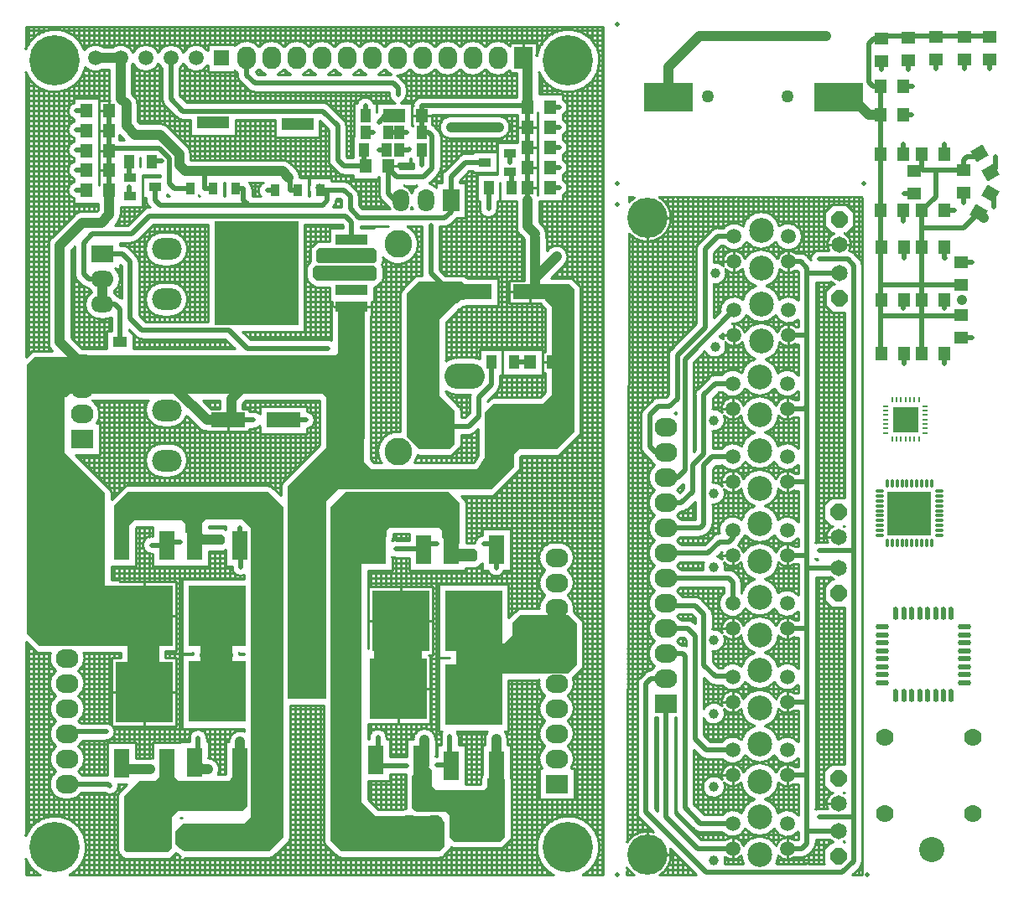
<source format=gtl>
G04*
G04 #@! TF.GenerationSoftware,Altium Limited,Altium Designer,18.1.6 (161)*
G04*
G04 Layer_Physical_Order=1*
G04 Layer_Color=255*
%FSTAX24Y24*%
%MOIN*%
G70*
G01*
G75*
%ADD10C,0.0100*%
%ADD19C,0.0200*%
%ADD21R,0.1969X0.1181*%
%ADD22O,0.0110X0.0335*%
%ADD23O,0.0335X0.0110*%
%ADD24R,0.1772X0.1772*%
%ADD25O,0.0256X0.0079*%
%ADD26O,0.0079X0.0256*%
%ADD27R,0.0984X0.0984*%
%ADD28O,0.0531X0.0217*%
%ADD29O,0.0217X0.0531*%
%ADD30R,0.0500X0.0550*%
%ADD31R,0.0550X0.0500*%
G04:AMPARAMS|DCode=32|XSize=50mil|YSize=55mil|CornerRadius=0mil|HoleSize=0mil|Usage=FLASHONLY|Rotation=240.000|XOffset=0mil|YOffset=0mil|HoleType=Round|Shape=Rectangle|*
%AMROTATEDRECTD32*
4,1,4,-0.0113,0.0354,0.0363,0.0079,0.0113,-0.0354,-0.0363,-0.0079,-0.0113,0.0354,0.0*
%
%ADD32ROTATEDRECTD32*%

G04:AMPARAMS|DCode=33|XSize=50mil|YSize=55mil|CornerRadius=0mil|HoleSize=0mil|Usage=FLASHONLY|Rotation=120.000|XOffset=0mil|YOffset=0mil|HoleType=Round|Shape=Rectangle|*
%AMROTATEDRECTD33*
4,1,4,0.0363,-0.0079,-0.0113,-0.0354,-0.0363,0.0079,0.0113,0.0354,0.0363,-0.0079,0.0*
%
%ADD33ROTATEDRECTD33*%

%ADD34R,0.0550X0.0394*%
%ADD35R,0.1378X0.0630*%
%ADD36R,0.3331X0.4146*%
%ADD37R,0.1264X0.0413*%
%ADD38R,0.0394X0.0550*%
%ADD39R,0.2283X0.2441*%
%ADD40R,0.0630X0.1181*%
%ADD41R,0.0366X0.0516*%
%ADD42R,0.1276X0.0516*%
%ADD43R,0.0472X0.0335*%
%ADD92C,0.0400*%
%ADD93C,0.0700*%
%ADD94P,0.0704X8X292.5*%
%ADD95C,0.0650*%
%ADD96C,0.0591*%
%ADD97C,0.0394*%
%ADD98C,0.0984*%
%ADD99O,0.0900X0.0750*%
%ADD100R,0.0900X0.0750*%
%ADD101O,0.1000X0.1600*%
%ADD102O,0.1600X0.1000*%
%ADD103C,0.1100*%
%ADD104R,0.0650X0.0900*%
%ADD105O,0.0650X0.0900*%
%ADD106R,0.0591X0.0591*%
%ADD107O,0.0750X0.0900*%
%ADD108R,0.0750X0.0900*%
%ADD109O,0.1181X0.0866*%
%ADD110R,0.0900X0.0650*%
%ADD111O,0.0900X0.0650*%
%ADD112C,0.0200*%
%ADD113C,0.0500*%
%ADD114C,0.0260*%
%ADD115C,0.1600*%
%ADD116C,0.1000*%
%ADD117C,0.0300*%
%ADD118C,0.2000*%
G36*
X09905Y061646D02*
X09905Y06125D01*
X09895Y06115D01*
X09675Y06115D01*
X09665Y06125D01*
X09665Y061646D01*
X096754Y06175D01*
X098946D01*
X09905Y061646D01*
D02*
G37*
G36*
X09905Y06095D02*
X09905Y06055D01*
X09895Y06045D01*
X096652D01*
X0965Y060602D01*
Y06095D01*
X0966Y06105D01*
X09895D01*
X09905Y06095D01*
D02*
G37*
G36*
X10675Y06025D02*
X1069Y0601D01*
Y059679D01*
X1069D01*
Y05445D01*
X1062Y05375D01*
X1047D01*
X1045Y05355D01*
Y05305D01*
X1036Y05215D01*
X097509D01*
X09705Y051691D01*
X09705Y0438D01*
X09554Y0438D01*
X0955D01*
X0955Y052271D01*
X09705Y053821D01*
X09705Y0558D01*
X096912Y055938D01*
X08685D01*
X086713Y0558D01*
X08665D01*
Y0536D01*
X08825Y052D01*
X08825Y0483D01*
X0887D01*
X08895Y0459D01*
X08825D01*
Y0459D01*
X08565D01*
X08515Y0464D01*
Y0571D01*
X08545Y0574D01*
X08675D01*
X08685Y0575D01*
X08705D01*
X087046Y057488D01*
X097404D01*
X0975Y057584D01*
X0975Y059387D01*
X09755Y059437D01*
X0976Y059387D01*
X098575D01*
Y056312D01*
X098575Y054175D01*
X09855Y05415D01*
Y05325D01*
X09885Y05295D01*
X103043Y05295D01*
X10335Y053428D01*
X10335Y0539D01*
Y05425D01*
Y0552D01*
X1037Y05555D01*
X10565Y05555D01*
X106Y0559D01*
X106Y059429D01*
X10575Y059679D01*
X1058Y0603D01*
X1067D01*
X10675Y06025D01*
D02*
G37*
G36*
X10255Y0603D02*
Y059679D01*
X102379D01*
X10225Y05955D01*
X1022D01*
X10155Y0589D01*
X10155Y055875D01*
X10215Y055275D01*
X10215Y05395D01*
X10195Y05375D01*
X10075D01*
X10025Y05425D01*
Y05995D01*
X1007Y0604D01*
X10245D01*
X10255Y0603D01*
D02*
G37*
G36*
X10235Y0516D02*
X10235Y049975D01*
X10185Y049975D01*
X10165Y05025D01*
X10165Y050525D01*
X10155Y050625D01*
X09955Y050625D01*
X09945Y050525D01*
X09945Y05025D01*
X09905Y05025D01*
X098857Y050057D01*
X0988Y049175D01*
X09845D01*
X09845Y0397D01*
X099Y03915D01*
X101525Y03915D01*
X10175Y038925D01*
X10175Y03795D01*
X10155Y03775D01*
X097625Y03775D01*
X0972Y038175D01*
X0972Y05145D01*
X0978Y05205D01*
X1019Y05205D01*
X10235Y0516D01*
D02*
G37*
G36*
X10305Y049675D02*
Y049375D01*
X10295Y049275D01*
X1023D01*
Y049775D01*
X10295D01*
X10305Y049675D01*
D02*
G37*
G36*
X0933Y0452D02*
X09325Y04525D01*
X09205D01*
Y04595D01*
X0933Y04605D01*
Y0452D01*
D02*
G37*
G36*
X0904Y04515D02*
X09035Y0452D01*
X08915D01*
Y0459D01*
X0904Y046D01*
Y04515D01*
D02*
G37*
G36*
X100863Y04525D02*
X10065D01*
Y045025D01*
X1006Y045075D01*
X0994D01*
Y04525D01*
X09895D01*
Y04575D01*
X100863Y0459D01*
Y04525D01*
D02*
G37*
G36*
X107Y0468D02*
X107Y04515D01*
X106663Y044812D01*
X104639Y044812D01*
X102461Y044812D01*
X102211Y045062D01*
X102211Y045762D01*
X102471Y046022D01*
X104124D01*
X104432Y04633D01*
Y046832D01*
X10475Y04715D01*
X10665D01*
X107Y0468D01*
D02*
G37*
G36*
X0939Y039533D02*
X093717Y03935D01*
X09115D01*
X0909Y0391D01*
X0909Y03785D01*
X09075Y0377D01*
X0891D01*
X089Y0378D01*
Y03825D01*
Y03995D01*
X0896Y04055D01*
X09025D01*
X0904Y0407D01*
X091D01*
X09115Y04055D01*
X0932D01*
X0932Y04055D01*
X0933Y0407D01*
X09335D01*
X09335Y0407D01*
X0939D01*
X0939Y039533D01*
D02*
G37*
G36*
X10125Y040973D02*
Y040675D01*
X10125Y040325D01*
X1014Y040175D01*
X1033Y040175D01*
X10345Y040325D01*
X10345Y040645D01*
X10415Y04062D01*
X10415Y038325D01*
X10395Y038125D01*
X10215D01*
X10195Y038325D01*
X10195Y039175D01*
X1018Y039325D01*
X100621Y039325D01*
X100598Y039348D01*
X100592Y039342D01*
X10045Y039483D01*
X10045Y04075D01*
X1006Y0409D01*
Y04105D01*
X101073D01*
X101123Y0411D01*
X10125Y040973D01*
D02*
G37*
G36*
X09475Y05205D02*
X095355Y051445D01*
X095355Y038305D01*
X0948Y03775D01*
X0914Y03775D01*
X09125Y03785D01*
X09105Y03805D01*
Y03855D01*
X09135Y03885D01*
X0938D01*
X09405Y0391D01*
X09405Y050601D01*
X093701Y05095D01*
X09225Y05095D01*
X092125Y050825D01*
X092125Y050425D01*
X0921Y0504D01*
X09215Y05035D01*
X0929Y05035D01*
X092913Y050338D01*
X093Y05025D01*
Y05005D01*
X0929Y04995D01*
X0921D01*
Y0504D01*
X092075Y050425D01*
X09145D01*
X09145Y05075D01*
X0913Y0509D01*
X0894Y0509D01*
X0892Y0507D01*
X0892Y05045D01*
X0887Y05005D01*
X0886Y05015D01*
X0886Y0515D01*
X08915Y05205D01*
X09475Y05205D01*
D02*
G37*
%LPC*%
G36*
X08925Y03845D02*
X089122Y038322D01*
X089283Y038417D01*
X08925Y03845D01*
D02*
G37*
%LPD*%
D10*
X0851Y037434D02*
G03*
X085666Y0368I00116J000466D01*
G01*
X08751Y0379D02*
G03*
X0851Y038366I-00125J0D01*
G01*
X086854Y0368D02*
G03*
X08751Y0379I-000594J0011D01*
G01*
X086825Y0398D02*
G03*
X087343Y040075I0J000625D01*
G01*
X0863Y040925D02*
G03*
X086675Y0398I000375J-0005D01*
G01*
X087343Y040775D02*
G03*
X0872Y040925I-000518J-00035D01*
G01*
X0863Y041925D02*
G03*
X0863Y040925I000375J-0005D01*
G01*
X0872D02*
G03*
X08745Y041425I-000375J0005D01*
G01*
D02*
G03*
X0872Y041925I-000625J0D01*
G01*
X0863Y042925D02*
G03*
X0863Y041925I000375J-0005D01*
G01*
X0872D02*
G03*
X087386Y04215I-000375J0005D01*
G01*
X087283Y04285D02*
G03*
X0872Y042925I-000458J-000425D01*
G01*
X08745Y043425D02*
G03*
X0872Y043925I-000625J0D01*
G01*
X0863D02*
G03*
X0863Y042925I000375J-0005D01*
G01*
Y044925D02*
G03*
X0863Y043925I000375J-0005D01*
G01*
X0872D02*
G03*
X08745Y044425I-000375J0005D01*
G01*
D02*
G03*
X0872Y044925I-000625J0D01*
G01*
Y042925D02*
G03*
X08745Y043425I-000375J0005D01*
G01*
X088233Y040075D02*
G03*
X0888Y04035I000217J000275D01*
G01*
X088233Y040075D02*
G03*
X0888Y04035I000217J000275D01*
G01*
D02*
G03*
X088795Y040409I-00035J0D01*
G01*
X0888Y04035D02*
G03*
X088795Y040409I-00035J0D01*
G01*
X088583Y042706D02*
G03*
X088508Y042781I-000283J-000206D01*
G01*
X0883Y04215D02*
G03*
X08865Y0425I0J00035D01*
G01*
X088583Y042706D02*
G03*
X088508Y042781I-000283J-000206D01*
G01*
D02*
G03*
X0883Y04285I-000208J-000281D01*
G01*
X088508Y042781D02*
G03*
X0883Y04285I-000208J-000281D01*
G01*
X08865Y0425D02*
G03*
X088583Y042706I-00035J0D01*
G01*
X0883Y04215D02*
G03*
X08865Y0425I0J00035D01*
G01*
X090135Y041442D02*
G03*
X09005Y04145I-000085J-000442D01*
G01*
X08865Y0425D02*
G03*
X088583Y042706I-00035J0D01*
G01*
X08609Y045645D02*
G03*
X0863Y044925I000585J-00022D01*
G01*
X0872D02*
G03*
X08745Y045425I-000375J0005D01*
G01*
D02*
G03*
X08741Y045645I-000625J0D01*
G01*
X086Y058D02*
G03*
X086132Y057682I00045J0D01*
G01*
X086Y058D02*
G03*
X086132Y057682I00045J0D01*
G01*
X087925Y054775D02*
G03*
X08805Y05515I-0005J000375D01*
G01*
D02*
G03*
X087752Y055683I-000625J0D01*
G01*
X0901Y050277D02*
G03*
X0901Y049577I0J-00035D01*
G01*
Y050277D02*
G03*
X0901Y049577I0J-00035D01*
G01*
X089475Y05823D02*
G03*
X089723Y058127I000247J000247D01*
G01*
X089475Y05823D02*
G03*
X089723Y058127I000248J000247D01*
G01*
X090543Y05398D02*
G03*
X090543Y052614I0J-000683D01*
G01*
X089978Y055683D02*
G03*
X090543Y054614I000564J-000385D01*
G01*
X0928Y041D02*
G03*
X092365Y04145I-00045J0D01*
G01*
X0923Y04225D02*
G03*
X0916Y04225I-00035J0D01*
G01*
X0923D02*
G03*
X0916Y04225I-00035J0D01*
G01*
X091758Y04563D02*
G03*
X091751Y04557I000392J-00008D01*
G01*
X092756Y040805D02*
G03*
X0928Y041I-000406J000195D01*
G01*
X093795Y042517D02*
G03*
X093175Y042114I-00017J-000417D01*
G01*
X093599Y04557D02*
G03*
X093592Y04563I-000399J-00002D01*
G01*
X0933Y04905D02*
G03*
X093795Y048731I00035J0D01*
G01*
X0933Y04905D02*
G03*
X093795Y048731I00035J0D01*
G01*
X090857Y052614D02*
G03*
X091541Y053297I0J000683D01*
G01*
D02*
G03*
X090857Y05398I-000683J0D01*
G01*
Y054614D02*
G03*
X091499Y055064I0J000683D01*
G01*
X091982Y054582D02*
G03*
X0923Y05445I000318J000318D01*
G01*
X091982Y054582D02*
G03*
X0923Y05445I000318J000318D01*
G01*
X094416Y055142D02*
G03*
X094163Y05525I-000253J-000242D01*
G01*
Y05455D02*
G03*
X094416Y054658I0J00035D01*
G01*
X096294Y054553D02*
G03*
X0966Y0549I-000044J000347D01*
G01*
D02*
G03*
X096294Y055247I-00035J0D01*
G01*
Y054553D02*
G03*
X0966Y0549I-000044J000347D01*
G01*
D02*
G03*
X096294Y055247I-00035J0D01*
G01*
X097245Y05808D02*
G03*
X097126Y058101I-000119J-000329D01*
G01*
X097245Y05808D02*
G03*
X097126Y058101I-000119J-000329D01*
G01*
X087713Y059974D02*
G03*
X088038Y058925I000325J-000474D01*
G01*
X08705Y0607D02*
G03*
X087153Y060452I00035J0D01*
G01*
X087353Y060253D02*
G03*
X087581Y060151I000247J000247D01*
G01*
D02*
G03*
X087713Y060026I000457J000349D01*
G01*
X08705Y0607D02*
G03*
X087153Y060453I00035J0D01*
G01*
X087352Y060253D02*
G03*
X087581Y060151I000248J000247D01*
G01*
X086132Y062168D02*
G03*
X086Y06185I000318J-000318D01*
G01*
X086132Y062168D02*
G03*
X086Y06185I000318J-000318D01*
G01*
X087025Y064385D02*
G03*
X087025Y063715I0001J-000335D01*
G01*
Y064385D02*
G03*
X087025Y063715I0001J-000335D01*
G01*
X08689Y06459D02*
G03*
X087025Y064506I000247J000247D01*
G01*
X08735Y0632D02*
G03*
X087032Y063068I0J-00045D01*
G01*
X08735Y0632D02*
G03*
X087032Y063068I0J-00045D01*
G01*
X088288Y058925D02*
G03*
X0885Y058966I0J000575D01*
G01*
X088897Y059747D02*
G03*
X088756Y059834I-000247J-000247D01*
G01*
X088898Y059747D02*
G03*
X088756Y059834I-000248J-000247D01*
G01*
D02*
G03*
X088613Y059974I-000468J-000334D01*
G01*
Y060026D02*
G03*
X088863Y0605I-000325J000474D01*
G01*
D02*
G03*
X088675Y060925I-000575J0D01*
G01*
X0896Y0612D02*
G03*
X089497Y061448I-00035J0D01*
G01*
X0896Y0612D02*
G03*
X089497Y061447I-00035J0D01*
G01*
X089198Y061747D02*
G03*
X08895Y06185I-000248J-000247D01*
G01*
X089197Y061747D02*
G03*
X08895Y06185I-000247J-000247D01*
G01*
X0893Y06195D02*
G03*
X089547Y062053I0J00035D01*
G01*
X0893Y06195D02*
G03*
X089548Y062053I0J00035D01*
G01*
X088743Y062757D02*
G03*
X088875Y063075I-000318J000318D01*
G01*
X088743Y062757D02*
G03*
X088875Y063075I-000318J000318D01*
G01*
X090023Y063373D02*
G03*
X089775Y06327I0J-00035D01*
G01*
X090023Y063373D02*
G03*
X089775Y06327I0J-00035D01*
G01*
X089892Y063658D02*
G03*
X089995Y06341I00035J0D01*
G01*
X089892Y063658D02*
G03*
X089995Y06341I00035J0D01*
G01*
X087025Y065185D02*
G03*
X086878Y064602I0001J-000335D01*
G01*
X087025Y065185D02*
G03*
X086878Y064603I0001J-000335D01*
G01*
X08689Y06459D02*
G03*
X087025Y064506I000248J000247D01*
G01*
Y065985D02*
G03*
X087025Y065315I0001J-000335D01*
G01*
Y065985D02*
G03*
X087025Y065315I0001J-000335D01*
G01*
Y066785D02*
G03*
X087025Y066115I0001J-000335D01*
G01*
Y066785D02*
G03*
X087025Y066115I0001J-000335D01*
G01*
Y067535D02*
G03*
X087025Y066865I0001J-000335D01*
G01*
Y067535D02*
G03*
X087025Y066865I0001J-000335D01*
G01*
X087436Y069623D02*
G03*
X0851Y069666I-001176J-000423D01*
G01*
Y068734D02*
G03*
X08748Y068926I00116J000466D01*
G01*
X088184Y06975D02*
G03*
X087436Y069623I-000308J-00045D01*
G01*
X08748Y068926D02*
G03*
X088184Y06885I000396J000374D01*
G01*
X088426Y067698D02*
G03*
X088432Y067625I00045J0D01*
G01*
X088426Y067698D02*
G03*
X088432Y067625I00045J0D01*
G01*
X089326Y068992D02*
G03*
X089376Y069082I-00045J000308D01*
G01*
X08955Y067474D02*
G03*
X089418Y067793I-00045J0D01*
G01*
X08955Y067474D02*
G03*
X089418Y067792I-00045J0D01*
G01*
X089376Y069518D02*
G03*
X088568Y06975I-0005J-000218D01*
G01*
X089376Y069082D02*
G03*
X090376Y069082I0005J000218D01*
G01*
Y069518D02*
G03*
X089376Y069518I-0005J-000218D01*
G01*
X090543Y060383D02*
G03*
X090543Y059017I0J-000683D01*
G01*
X090857D02*
G03*
X091541Y0597I0J000683D01*
G01*
D02*
G03*
X090857Y060383I-000683J0D01*
G01*
X090543Y062383D02*
G03*
X090543Y061017I0J-000683D01*
G01*
X090857D02*
G03*
X091541Y0617I0J000683D01*
G01*
D02*
G03*
X090857Y062383I-000683J0D01*
G01*
X091981Y063827D02*
G03*
X09202Y0638I000218J000273D01*
G01*
X091981Y063827D02*
G03*
X09202Y0638I000218J000273D01*
G01*
X091981Y063827D02*
G03*
X09202Y0638I000218J000273D01*
G01*
X090753Y063853D02*
G03*
X09082Y0638I000247J000247D01*
G01*
X090752Y063853D02*
G03*
X09082Y0638I000248J000247D01*
G01*
X09165Y06549D02*
G03*
X091518Y065808I-00045J0D01*
G01*
X09165Y06549D02*
G03*
X091518Y065808I-00045J0D01*
G01*
X0941Y0641D02*
G03*
X093995Y06435I-00035J0D01*
G01*
X0941Y0641D02*
G03*
X093995Y06435I-00035J0D01*
G01*
X0941Y0641D02*
G03*
X093995Y06435I-00035J0D01*
G01*
X094551D02*
G03*
X094439Y0638I000149J-000317D01*
G01*
X095617Y065118D02*
G03*
X095299Y06525I-000318J-000318D01*
G01*
X095617Y065118D02*
G03*
X095299Y06525I-000318J-000318D01*
G01*
X096Y064549D02*
G03*
X095868Y064867I-00045J0D01*
G01*
X096369Y064241D02*
G03*
X096369Y064026I000333J-000108D01*
G01*
X096848Y064541D02*
G03*
X096689Y064541I-000079J-000341D01*
G01*
X09715Y06525D02*
G03*
X097253Y065002I00035J0D01*
G01*
X09715Y06525D02*
G03*
X097253Y065003I00035J0D01*
G01*
X090758Y066568D02*
G03*
X09044Y0667I-000318J-000318D01*
G01*
X090758Y066568D02*
G03*
X09044Y0667I-000318J-000318D01*
G01*
X091111Y066944D02*
G03*
X091358Y066842I000247J000247D01*
G01*
X09111Y066945D02*
G03*
X091358Y066842I000248J000247D01*
G01*
X090526Y067674D02*
G03*
X090628Y067427I00035J0D01*
G01*
X090526Y067674D02*
G03*
X090629Y067426I00035J0D01*
G01*
X091226Y068882D02*
G03*
X091376Y069082I-00035J000418D01*
G01*
D02*
G03*
X092331Y068999I0005J000218D01*
G01*
X090376Y069082D02*
G03*
X090526Y068882I0005J000218D01*
G01*
X091376Y069518D02*
G03*
X090376Y069518I-0005J-000218D01*
G01*
X092331Y069601D02*
G03*
X091376Y069518I-000455J-000301D01*
G01*
X093421Y068795D02*
G03*
X093525Y068707I000454J00043D01*
G01*
X094375Y06975D02*
G03*
X093421Y069805I-0005J-000375D01*
G01*
X093525Y068625D02*
G03*
X093628Y068377I00035J0D01*
G01*
X093525Y068625D02*
G03*
X093628Y068378I00035J0D01*
G01*
X093953Y068053D02*
G03*
X0942Y06795I000247J000247D01*
G01*
X093952Y068053D02*
G03*
X0942Y06795I000248J000247D01*
G01*
X094375Y06885D02*
G03*
X09463Y06865I0005J000375D01*
G01*
X097156Y067439D02*
G03*
X096908Y067542I-000247J-000247D01*
G01*
X097156Y067439D02*
G03*
X096908Y067542I-000248J-000247D01*
G01*
X096375Y06885D02*
G03*
X09663Y06865I0005J000375D01*
G01*
X094261Y068734D02*
G03*
X094375Y06885I-000386J000491D01*
G01*
X095375Y06975D02*
G03*
X094375Y06975I-0005J-000375D01*
G01*
X09512Y06865D02*
G03*
X095375Y06885I-000245J000575D01*
G01*
D02*
G03*
X09563Y06865I0005J000375D01*
G01*
X09612D02*
G03*
X096375Y06885I-000245J000575D01*
G01*
X09712Y06865D02*
G03*
X097375Y06885I-000245J000575D01*
G01*
Y06975D02*
G03*
X096375Y06975I-0005J-000375D01*
G01*
D02*
G03*
X095375Y06975I-0005J-000375D01*
G01*
X100205Y039433D02*
G03*
X100117Y039405I000145J-000608D01*
G01*
X09945Y042275D02*
G03*
X09875Y042275I-00035J0D01*
G01*
X09945D02*
G03*
X09875Y042275I-00035J0D01*
G01*
X1014Y042175D02*
G03*
X100502Y042214I-00045J0D01*
G01*
X101435Y041525D02*
G03*
X1014Y041521I000015J-00035D01*
G01*
X101435Y041525D02*
G03*
X1014Y041521I000015J-00035D01*
G01*
X10165Y042505D02*
G03*
X1016Y042325I0003J-00018D01*
G01*
X1023D02*
G03*
X10225Y042505I-00035J0D01*
G01*
X10165D02*
G03*
X1016Y042325I0003J-00018D01*
G01*
X1023D02*
G03*
X10225Y042505I-00035J0D01*
G01*
X099665Y049452D02*
G03*
X0998Y049425I000135J000323D01*
G01*
Y050125D02*
G03*
X099665Y050098I0J-00035D01*
G01*
X0998Y050125D02*
G03*
X099665Y050098I0J-00035D01*
G01*
Y049452D02*
G03*
X0998Y049425I000135J000323D01*
G01*
X099995Y054444D02*
G03*
X099235Y053205I-000095J-000794D01*
G01*
X100565D02*
G03*
X100687Y053508I-000665J000445D01*
G01*
X103235Y050319D02*
G03*
X102954Y050029I000065J-000344D01*
G01*
X103235Y050319D02*
G03*
X102954Y050029I000065J-000344D01*
G01*
X101805Y056046D02*
G03*
X10225Y0559I000445J000604D01*
G01*
Y0574D02*
G03*
X101805Y057254I0J-00075D01*
G01*
X1027Y0543D02*
G03*
X102947Y054403I0J00035D01*
G01*
X1027Y0543D02*
G03*
X102948Y054403I0J00035D01*
G01*
X102765Y0559D02*
G03*
X10275Y0558I000335J-0001D01*
G01*
X102765Y0559D02*
G03*
X10275Y0558I000335J-0001D01*
G01*
X103153Y057336D02*
G03*
X10285Y0574I-000303J-000686D01*
G01*
X10791Y0379D02*
G03*
X106066Y0368I-00125J0D01*
G01*
X10425Y042225D02*
G03*
X104153Y042505I-00045J0D01*
G01*
X103447D02*
G03*
X10335Y042225I000353J-00028D01*
G01*
X10575Y041925D02*
G03*
X105625Y04105I000375J-0005D01*
G01*
X10575Y042925D02*
G03*
X10575Y041925I000375J-0005D01*
G01*
Y043925D02*
G03*
X10575Y042925I000375J-0005D01*
G01*
X105514Y044558D02*
G03*
X10575Y043925I000611J-000133D01*
G01*
Y047925D02*
G03*
X1055Y047405I000375J-0005D01*
G01*
X107254Y0368D02*
G03*
X10791Y0379I-000594J0011D01*
G01*
X10665Y041925D02*
G03*
X1069Y042425I-000375J0005D01*
G01*
Y041425D02*
G03*
X10665Y041925I-000625J0D01*
G01*
X106775Y04105D02*
G03*
X1069Y041425I-0005J000375D01*
G01*
Y042425D02*
G03*
X10665Y042925I-000625J0D01*
G01*
D02*
G03*
X1069Y043425I-000375J0005D01*
G01*
D02*
G03*
X10665Y043925I-000625J0D01*
G01*
D02*
G03*
X1069Y044425I-000375J0005D01*
G01*
D02*
G03*
X106859Y044648I-000625J0D01*
G01*
X106882Y047278D02*
G03*
X1069Y047425I-000607J000147D01*
G01*
D02*
G03*
X10665Y047925I-000625J0D01*
G01*
X103469Y048911D02*
G03*
X104131Y048911I000331J000114D01*
G01*
X103469D02*
G03*
X104131Y048911I000331J000114D01*
G01*
X103847Y056052D02*
G03*
X10395Y0563I-000247J000248D01*
G01*
X103847Y056053D02*
G03*
X10395Y0563I-000247J000247D01*
G01*
X10575Y048925D02*
G03*
X10575Y047925I000375J-0005D01*
G01*
X106125Y05005D02*
G03*
X10575Y048925I0J-000625D01*
G01*
X10665Y047925D02*
G03*
X1069Y048425I-000375J0005D01*
G01*
X10665Y048925D02*
G03*
X1069Y049425I-000375J0005D01*
G01*
D02*
G03*
X106275Y05005I-000625J0D01*
G01*
X1069Y048425D02*
G03*
X10665Y048925I-000625J0D01*
G01*
X097341Y063396D02*
G03*
X097444Y063644I-000247J000248D01*
G01*
X097341Y063396D02*
G03*
X097444Y063644I-000247J000247D01*
G01*
X097502Y064753D02*
G03*
X09775Y06465I000248J000247D01*
G01*
X097997Y064297D02*
G03*
X09775Y0644I-000247J-000247D01*
G01*
X097998Y064297D02*
G03*
X09775Y0644I-000248J-000247D01*
G01*
X097503Y064753D02*
G03*
X09775Y06465I000247J000247D01*
G01*
X09835Y0638D02*
G03*
X098247Y064048I-00035J0D01*
G01*
X09835Y0638D02*
G03*
X098247Y064047I-00035J0D01*
G01*
X09915Y0639D02*
G03*
X099253Y063653I00035J0D01*
G01*
X09915Y0639D02*
G03*
X099253Y063652I00035J0D01*
G01*
X099305Y061365D02*
G03*
X1007Y0619I000595J000535D01*
G01*
D02*
G03*
X100287Y0626I-0008J0D01*
G01*
X10085Y06075D02*
G03*
X100863Y060655I00035J0D01*
G01*
X10085Y06075D02*
G03*
X100863Y060655I00035J0D01*
G01*
X101763Y0626D02*
G03*
X102011Y062703I0J00035D01*
G01*
X099561Y063345D02*
G03*
X099582Y0633I000439J00018D01*
G01*
X100448Y063934D02*
G03*
X100152Y064225I-000448J-000159D01*
G01*
X100418Y0633D02*
G03*
X100448Y063366I-000418J000225D01*
G01*
D02*
G03*
X100471Y0633I000553J000159D01*
G01*
X100642Y064225D02*
G03*
X100448Y063934I000358J-00045D01*
G01*
X1005Y06505D02*
G03*
X100523Y064925I00035J0D01*
G01*
X1005Y06505D02*
G03*
X100523Y064925I00035J0D01*
G01*
X101763Y0626D02*
G03*
X102011Y062703I0J00035D01*
G01*
X101425Y064162D02*
G03*
X101149Y06433I-000425J-000387D01*
G01*
X101497Y064678D02*
G03*
X1016Y064926I-000247J000248D01*
G01*
X101497Y064678D02*
G03*
X1016Y064926I-000247J000247D01*
G01*
X101753Y064823D02*
G03*
X10165Y064575I000247J-000248D01*
G01*
X101753Y064822D02*
G03*
X10165Y064575I000247J-000247D01*
G01*
X09785Y0666D02*
G03*
X097747Y066848I-00035J0D01*
G01*
X09785Y0666D02*
G03*
X097747Y066847I-00035J0D01*
G01*
X098927Y067525D02*
G03*
X098848Y067647I-000327J-000125D01*
G01*
X098927Y067525D02*
G03*
X098848Y067647I-000327J-000125D01*
G01*
X098927Y067525D02*
G03*
X098848Y067647I-000327J-000125D01*
G01*
X098847Y067647D02*
G03*
X098273Y067525I-000247J-000247D01*
G01*
X098847Y067647D02*
G03*
X098273Y067525I-000247J-000247D01*
G01*
X10003D02*
G03*
X10025Y06785I-00013J000325D01*
G01*
X09955D02*
G03*
X09977Y067525I00035J0D01*
G01*
X09955Y06785D02*
G03*
X09977Y067525I00035J0D01*
G01*
X09812Y06865D02*
G03*
X098375Y06885I-000245J000575D01*
G01*
X097375D02*
G03*
X09763Y06865I0005J000375D01*
G01*
X098375Y06885D02*
G03*
X09863Y06865I0005J000375D01*
G01*
X098375Y06975D02*
G03*
X097375Y06975I-0005J-000375D01*
G01*
X09912Y06865D02*
G03*
X099375Y06885I-000245J000575D01*
G01*
D02*
G03*
X09963Y06865I0005J000375D01*
G01*
X099947Y068547D02*
G03*
X09988Y0686I-000247J-000247D01*
G01*
X099948Y068547D02*
G03*
X09988Y0686I-000248J-000247D01*
G01*
X099375Y06975D02*
G03*
X098375Y06975I-0005J-000375D01*
G01*
X100375D02*
G03*
X099375Y06975I-0005J-000375D01*
G01*
X09988Y0686D02*
G03*
X100375Y06885I-000005J000625D01*
G01*
X1005Y066595D02*
G03*
X10045Y066637I-00025J-000245D01*
G01*
X1005Y066595D02*
G03*
X10045Y066637I-00025J-000245D01*
G01*
X1016Y0662D02*
G03*
X101497Y066447I-00035J0D01*
G01*
X1016Y0662D02*
G03*
X101497Y066448I-00035J0D01*
G01*
X10085Y06775D02*
G03*
X100501Y067425I0J-00035D01*
G01*
X101347Y066597D02*
G03*
X10125Y066666I-000247J-000247D01*
G01*
X101348Y066597D02*
G03*
X10125Y066666I-000248J-000247D01*
G01*
X102575Y0655D02*
G03*
X102327Y065397I0J-00035D01*
G01*
X102575Y0655D02*
G03*
X102328Y065397I0J-00035D01*
G01*
X102Y067D02*
G03*
X102Y0661I0J-00045D01*
G01*
X10003Y067525D02*
G03*
X10025Y06785I-00013J000325D01*
G01*
Y0681D02*
G03*
X100147Y068348I-00035J0D01*
G01*
X10025Y0681D02*
G03*
X100147Y068347I-00035J0D01*
G01*
X10085Y06775D02*
G03*
X100501Y067425I0J-00035D01*
G01*
X100375Y06885D02*
G03*
X101375Y06885I0005J000375D01*
G01*
Y06975D02*
G03*
X100375Y06975I-0005J-000375D01*
G01*
X101375Y06885D02*
G03*
X102375Y06885I0005J000375D01*
G01*
Y06975D02*
G03*
X101375Y06975I-0005J-000375D01*
G01*
X10315Y0633D02*
G03*
X10385Y0633I00035J0D01*
G01*
X10315D02*
G03*
X10385Y0633I00035J0D01*
G01*
X1046Y0626D02*
G03*
X104732Y062282I00045J0D01*
G01*
X1046Y0626D02*
G03*
X104732Y062282I00045J0D01*
G01*
X106518Y061082D02*
G03*
X10665Y0614I-000318J000318D01*
G01*
X105794Y062225D02*
G03*
X1058Y0623I-000444J000075D01*
G01*
Y06215D02*
G03*
X105794Y062225I-00045J0D01*
G01*
X10665Y0614D02*
G03*
X105882Y061718I-00045J0D01*
G01*
X1058Y0623D02*
G03*
X105668Y062618I-00045J0D01*
G01*
X10645Y063834D02*
G03*
X10665Y06415I-00015J000316D01*
G01*
X10645Y063834D02*
G03*
X10665Y06415I-00015J000316D01*
G01*
D02*
G03*
X10645Y064466I-00035J0D01*
G01*
X10665Y06415D02*
G03*
X10645Y064466I-00035J0D01*
G01*
X10665Y06495D02*
G03*
X10645Y065266I-00035J0D01*
G01*
Y064634D02*
G03*
X10665Y06495I-00015J000316D01*
G01*
X10645Y064634D02*
G03*
X10665Y06495I-00015J000316D01*
G01*
D02*
G03*
X10645Y065266I-00035J0D01*
G01*
X1039Y0661D02*
G03*
X10435Y06655I0J00045D01*
G01*
D02*
G03*
X1039Y067I-00045J0D01*
G01*
X102375Y06885D02*
G03*
X103375Y06885I0005J000375D01*
G01*
D02*
G03*
X10435Y068819I0005J000375D01*
G01*
Y069781D02*
G03*
X103375Y06975I-000475J-000406D01*
G01*
D02*
G03*
X102375Y06975I-0005J-000375D01*
G01*
X105423Y069377D02*
G03*
X1054Y069408I-000373J-000252D01*
G01*
X105423Y069377D02*
G03*
X1054Y069408I-000373J-000252D01*
G01*
X10791Y0692D02*
G03*
X105423Y069377I-00125J0D01*
G01*
X10665Y06575D02*
G03*
X10645Y066066I-00035J0D01*
G01*
Y065434D02*
G03*
X10665Y06575I-00015J000316D01*
G01*
X10645Y065434D02*
G03*
X10665Y06575I-00015J000316D01*
G01*
D02*
G03*
X10645Y066066I-00035J0D01*
G01*
X10665Y06655D02*
G03*
X10645Y066866I-00035J0D01*
G01*
Y066234D02*
G03*
X10665Y06655I-00015J000316D01*
G01*
X10645Y066234D02*
G03*
X10665Y06655I-00015J000316D01*
G01*
D02*
G03*
X10645Y066866I-00035J0D01*
G01*
Y067034D02*
G03*
X10665Y06735I-00015J000316D01*
G01*
D02*
G03*
X10645Y067666I-00035J0D01*
G01*
Y067034D02*
G03*
X10665Y06735I-00015J000316D01*
G01*
D02*
G03*
X10645Y067666I-00035J0D01*
G01*
X1055Y068734D02*
G03*
X10791Y0692I00116J000466D01*
G01*
X108998Y03709D02*
G03*
X109288Y0368I000802J00051D01*
G01*
X110034Y038521D02*
G03*
X109002Y038116I-000234J-000921D01*
G01*
X1094Y0393D02*
G03*
X109503Y039053I00035J0D01*
G01*
X1094Y0393D02*
G03*
X109503Y039052I00035J0D01*
G01*
X110312Y0368D02*
G03*
X11075Y0376I-000512J0008D01*
G01*
D02*
G03*
X110721Y037834I-00095J0D01*
G01*
X11095Y039474D02*
G03*
X111053Y039226I00035J0D01*
G01*
X11095Y039474D02*
G03*
X111053Y039226I00035J0D01*
G01*
X109503Y044647D02*
G03*
X1094Y0444I000247J-000247D01*
G01*
X109503Y044648D02*
G03*
X1094Y0444I000247J-000248D01*
G01*
X10995Y04495D02*
G03*
X109703Y044847I0J-00035D01*
G01*
X10995Y04495D02*
G03*
X109702Y044847I0J-00035D01*
G01*
X1101Y0451D02*
G03*
X109957Y04495I000375J-0005D01*
G01*
X1101Y0461D02*
G03*
X1101Y0451I000375J-0005D01*
G01*
Y0481D02*
G03*
X1101Y0471I000375J-0005D01*
G01*
D02*
G03*
X1101Y0461I000375J-0005D01*
G01*
Y0491D02*
G03*
X1101Y0481I000375J-0005D01*
G01*
X111143Y04595D02*
G03*
X111Y0461I-000518J-00035D01*
G01*
X11135Y045916D02*
G03*
X1112Y04595I-00015J-000316D01*
G01*
X11135Y045916D02*
G03*
X1112Y04595I-00015J-000316D01*
G01*
X111Y0461D02*
G03*
X111143Y04625I-000375J0005D01*
G01*
Y04695D02*
G03*
X111Y0471I-000518J-00035D01*
G01*
D02*
G03*
X111088Y04718I-000375J0005D01*
G01*
X111184Y04788D02*
G03*
X111Y0481I-000559J-00028D01*
G01*
X111143Y04895D02*
G03*
X111Y0491I-000518J-00035D01*
G01*
Y0481D02*
G03*
X111143Y04825I-000375J0005D01*
G01*
X111655Y046847D02*
G03*
X111407Y04695I-000248J-000247D01*
G01*
X111654Y046847D02*
G03*
X111407Y04695I-000247J-000247D01*
G01*
X111674Y038605D02*
G03*
X111922Y038502I000248J000247D01*
G01*
X111674Y038604D02*
G03*
X111922Y038502I000247J000247D01*
G01*
X112786Y040603D02*
G03*
X112899Y040306I-000334J-000297D01*
G01*
X112786Y040603D02*
G03*
X112899Y040306I-000334J-000297D01*
G01*
X113632Y040879D02*
G03*
X112789Y040599I-000432J-000109D01*
G01*
X111907Y041523D02*
G03*
X112155Y04142I000247J000247D01*
G01*
X111907Y041523D02*
G03*
X112155Y04142I000248J000247D01*
G01*
X113633Y040881D02*
G03*
X112786Y040603I-000433J-000111D01*
G01*
X11205Y043029D02*
G03*
X112899Y043224I000402J000195D01*
G01*
X11205Y043029D02*
G03*
X112899Y043224I000402J000195D01*
G01*
X112881Y037262D02*
G03*
X112899Y037387I-000429J000126D01*
G01*
D02*
G03*
X112884Y037502I-000447J0D01*
G01*
X112881Y037262D02*
G03*
X112899Y037387I-000429J000126D01*
G01*
D02*
G03*
X112884Y037502I-000447J0D01*
G01*
X112922D02*
G03*
X113542Y037564I000278J00035D01*
G01*
X112925Y037502D02*
G03*
X113542Y037566I000275J00035D01*
G01*
X113633Y037963D02*
G03*
X112922Y038202I-000433J-000111D01*
G01*
X113559Y039263D02*
G03*
X112782Y039202I-000359J-000411D01*
G01*
Y038502D02*
G03*
X113702Y038638I000418J00035D01*
G01*
X113632Y037961D02*
G03*
X112925Y038202I-000432J-000109D01*
G01*
X112899Y040306D02*
G03*
X112866Y040473I-000447J0D01*
G01*
X112899Y040306D02*
G03*
X112866Y040473I-000447J0D01*
G01*
X112899Y043224D02*
G03*
X112866Y043392I-000447J0D01*
G01*
X112899Y043224D02*
G03*
X112866Y043392I-000447J0D01*
G01*
X112864Y040478D02*
G03*
X113542Y040485I000336J000293D01*
G01*
X112866Y040473D02*
G03*
X113542Y040482I000334J000297D01*
G01*
X112782Y04142D02*
G03*
X113702Y041557I000418J00035D01*
G01*
X113559Y042181D02*
G03*
X112782Y04212I-000359J-000411D01*
G01*
X112864Y043396D02*
G03*
X113542Y043403I000336J000293D01*
G01*
X112866Y043392D02*
G03*
X113542Y043401I000334J000297D01*
G01*
X11225Y044453D02*
G03*
X112498Y04435I000248J000247D01*
G01*
X112251Y044453D02*
G03*
X112498Y04435I000247J000247D01*
G01*
X112786Y043522D02*
G03*
X11205Y04342I-000334J-000297D01*
G01*
X112786Y043522D02*
G03*
X11205Y04342I-000334J-000297D01*
G01*
X1124Y045699D02*
G03*
X112899Y046143I000052J000444D01*
G01*
X112786Y04644D02*
G03*
X1124Y046587I-000334J-000297D01*
G01*
Y045699D02*
G03*
X112899Y046143I000052J000444D01*
G01*
X111947Y047778D02*
G03*
X1117Y04788I-000247J-000247D01*
G01*
X111948Y047777D02*
G03*
X1117Y04788I-000248J-000247D01*
G01*
X112047Y04925D02*
G03*
X112019Y04895I000405J-000189D01*
G01*
X112047Y04925D02*
G03*
X112019Y04895I000405J-000189D01*
G01*
X112786Y04644D02*
G03*
X1124Y046587I-000334J-000297D01*
G01*
Y04718D02*
G03*
X112297Y047428I-00035J0D01*
G01*
X1124Y04718D02*
G03*
X112297Y047428I-00035J0D01*
G01*
X112899Y046143D02*
G03*
X112866Y04631I-000447J0D01*
G01*
X112899Y046143D02*
G03*
X112866Y04631I-000447J0D01*
G01*
X113632Y043798D02*
G03*
X112789Y043518I-000432J-000109D01*
G01*
X113633Y0438D02*
G03*
X112786Y043522I-000433J-000111D01*
G01*
X112773Y04435D02*
G03*
X113702Y044475I000427J000339D01*
G01*
X113559Y0451D02*
G03*
X112791Y04505I-000359J-000411D01*
G01*
X112864Y046315D02*
G03*
X113542Y046322I000336J000293D01*
G01*
X112866Y04631D02*
G03*
X113542Y046319I000334J000297D01*
G01*
X112885Y04895D02*
G03*
X112899Y049061I-000433J000111D01*
G01*
X112885Y04895D02*
G03*
X112899Y049061I-000433J000111D01*
G01*
X113632Y046716D02*
G03*
X112789Y046436I-000432J-000109D01*
G01*
X113633Y046718D02*
G03*
X112786Y04644I-000433J-000111D01*
G01*
X11285Y048026D02*
G03*
X113702Y047394I00035J-000418D01*
G01*
X11355Y04845D02*
G03*
X113447Y048697I-00035J0D01*
G01*
X113298Y048847D02*
G03*
X11305Y04895I-000248J-000247D01*
G01*
X113297Y048847D02*
G03*
X11305Y04895I-000247J-000247D01*
G01*
X11355Y04845D02*
G03*
X113447Y048698I-00035J0D01*
G01*
X1101Y0501D02*
G03*
X1101Y0491I000375J-0005D01*
G01*
Y0511D02*
G03*
X1101Y0501I000375J-0005D01*
G01*
Y0521D02*
G03*
X1101Y0511I000375J-0005D01*
G01*
Y0531D02*
G03*
X1101Y0521I000375J-0005D01*
G01*
X10955Y053844D02*
G03*
X109653Y053597I00035J0D01*
G01*
Y055347D02*
G03*
X10955Y0551I000247J-000247D01*
G01*
X109653Y055348D02*
G03*
X10955Y0551I000247J-000248D01*
G01*
X109904Y053345D02*
G03*
X1101Y0531I000571J000255D01*
G01*
X10955Y053844D02*
G03*
X109653Y053597I00035J0D01*
G01*
X11095Y055134D02*
G03*
X110896Y055163I-000325J-000534D01*
G01*
D02*
G03*
X110942Y055203I-000201J000287D01*
G01*
X110896Y055163D02*
G03*
X110943Y055203I-000201J000287D01*
G01*
X111Y0491D02*
G03*
X111143Y04925I-000375J0005D01*
G01*
X111Y0501D02*
G03*
X111143Y05025I-000375J0005D01*
G01*
Y04995D02*
G03*
X111Y0501I-000518J-00035D01*
G01*
X111143Y05095D02*
G03*
X111Y0511I-000518J-00035D01*
G01*
X1119Y05025D02*
G03*
X112147Y050353I0J00035D01*
G01*
X1119Y05025D02*
G03*
X112148Y050353I0J00035D01*
G01*
X111Y0511D02*
G03*
X111143Y05125I-000375J0005D01*
G01*
X111082Y052027D02*
G03*
X111Y0521I-000457J-000427D01*
G01*
X11115Y05125D02*
G03*
X111397Y051353I0J00035D01*
G01*
X11115Y05125D02*
G03*
X111398Y051353I0J00035D01*
G01*
X111Y0521D02*
G03*
X11117Y052294I-000375J0005D01*
G01*
D02*
G03*
X111247Y052353I-00017J000306D01*
G01*
X11117Y052294D02*
G03*
X111248Y052353I-00017J000306D01*
G01*
X11025Y0558D02*
G03*
X110003Y055697I0J-00035D01*
G01*
X11025Y0558D02*
G03*
X110002Y055697I0J-00035D01*
G01*
X109091Y062318D02*
G03*
X11075Y06295I000709J000632D01*
G01*
X109294Y063754D02*
G03*
X109095Y063587I000506J-000804D01*
G01*
X109096Y063782D02*
G03*
X109294Y063754I000146J000318D01*
G01*
X110753Y057729D02*
G03*
X11065Y057481I000247J-000247D01*
G01*
X110753Y057729D02*
G03*
X11065Y057481I000247J-000248D01*
G01*
X111808Y056153D02*
G03*
X111705Y055905I000247J-000248D01*
G01*
X111808Y056153D02*
G03*
X111705Y055905I000247J-000247D01*
G01*
X11075Y06295D02*
G03*
X110278Y063771I-00095J0D01*
G01*
Y063771D02*
G03*
X110313Y063785I-000119J000329D01*
G01*
X110313D02*
G03*
X110618Y063785I000153J000315D01*
G01*
X110618D02*
G03*
X110924Y063785I000153J000315D01*
G01*
X110924D02*
G03*
X11123Y063785I000153J000315D01*
G01*
X11123D02*
G03*
X111536Y063785I000153J000315D01*
G01*
X111858Y061953D02*
G03*
X111755Y061705I000247J-000247D01*
G01*
X111858Y061953D02*
G03*
X111755Y061705I000247J-000248D01*
G01*
X111536Y063785D02*
G03*
X111842Y063785I000153J000315D01*
G01*
X111842D02*
G03*
X112147Y063785I000153J000315D01*
G01*
X112669Y0504D02*
G03*
X112427Y050297I000006J-00035D01*
G01*
X112669Y0504D02*
G03*
X112428Y050297I000006J-00035D01*
G01*
X112302Y050507D02*
G03*
X112405Y050755I-000247J000248D01*
G01*
X112303Y050508D02*
G03*
X112405Y050755I-000247J000247D01*
G01*
X112786Y049359D02*
G03*
X112602Y049482I-000334J-000297D01*
G01*
X112786Y049359D02*
G03*
X112602Y049482I-000334J-000297D01*
G01*
X112771Y049651D02*
G03*
X112786Y049359I000429J-000125D01*
G01*
X113559Y050937D02*
G03*
X112669Y0504I-000359J-000411D01*
G01*
X112405Y051536D02*
G03*
X112899Y05198I000047J000444D01*
G01*
X112405Y051536D02*
G03*
X112899Y05198I000047J000444D01*
G01*
X112786Y052277D02*
G03*
X112405Y052424I-000334J-000297D01*
G01*
X112786Y052277D02*
G03*
X112405Y052424I-000334J-000297D01*
G01*
X113633Y052555D02*
G03*
X112786Y052277I-000433J-000111D01*
G01*
Y055196D02*
G03*
X112405Y055343I-000334J-000297D01*
G01*
Y054454D02*
G03*
X112899Y054898I000047J000444D01*
G01*
X112786Y055196D02*
G03*
X112405Y055343I-000334J-000297D01*
G01*
Y054454D02*
G03*
X112899Y054898I000047J000444D01*
G01*
X113633Y055474D02*
G03*
X112786Y055196I-000433J-000111D01*
G01*
X112773Y049653D02*
G03*
X112789Y049355I000427J-000127D01*
G01*
X112899Y049061D02*
G03*
X112866Y049229I-000447J0D01*
G01*
X112899Y049061D02*
G03*
X112866Y049229I-000447J0D01*
G01*
X112899Y05198D02*
G03*
X112866Y052147I-000447J0D01*
G01*
X112899Y05198D02*
G03*
X112866Y052147I-000447J0D01*
G01*
Y049229D02*
G03*
X113542Y049238I000334J000297D01*
G01*
X112864Y049233D02*
G03*
X113542Y04924I000336J000293D01*
G01*
X113632Y049635D02*
G03*
X113412Y049917I-000432J-000109D01*
G01*
X113633Y049637D02*
G03*
X113413Y049919I-000433J-000111D01*
G01*
X113447Y049952D02*
G03*
X113534Y050095I-000247J000248D01*
G01*
X112864Y052152D02*
G03*
X113542Y052159I000336J000293D01*
G01*
X113632Y052553D02*
G03*
X112789Y052273I-000432J-000109D01*
G01*
X113447Y049953D02*
G03*
X113534Y050095I-000247J000247D01*
G01*
X112866Y052147D02*
G03*
X113542Y052156I000334J000297D01*
G01*
X112899Y054898D02*
G03*
X112866Y055066I-000447J0D01*
G01*
X112899Y054898D02*
G03*
X112866Y055066I-000447J0D01*
G01*
X112782Y053094D02*
G03*
X113702Y053231I000418J00035D01*
G01*
X113559Y053855D02*
G03*
X112782Y053794I-000359J-000411D01*
G01*
X112866Y055066D02*
G03*
X113542Y055075I000334J000297D01*
G01*
X112864Y05507D02*
G03*
X113542Y055077I000336J000293D01*
G01*
X113632Y055472D02*
G03*
X112789Y055192I-000432J-000109D01*
G01*
X112513Y056713D02*
G03*
X112266Y05661I0J-00035D01*
G01*
X112513Y056713D02*
G03*
X112265Y05661I0J-00035D01*
G01*
X112095Y057632D02*
G03*
X112949Y057817I000407J000185D01*
G01*
X112095Y057632D02*
G03*
X112949Y057817I000407J000185D01*
G01*
X112836Y058114D02*
G03*
X112687Y058224I-000334J-000297D01*
G01*
X112836Y058114D02*
G03*
X112687Y058224I-000334J-000297D01*
G01*
X113609Y059692D02*
G03*
X112707Y059233I-000359J-000411D01*
G01*
X112836Y061033D02*
G03*
X112455Y06118I-000334J-000297D01*
G01*
X112602Y06255D02*
G03*
X112352Y062447I-000002J-00035D01*
G01*
X112147Y063785D02*
G03*
X112453Y063785I000153J000315D01*
G01*
X112602Y06255D02*
G03*
X112353Y062447I-000002J-00035D01*
G01*
X1126Y06255D02*
G03*
X112353Y062447I0J-00035D01*
G01*
X112453Y063785D02*
G03*
X112759Y063785I000153J000315D01*
G01*
X112455Y060291D02*
G03*
X112949Y060735I000047J000444D01*
G01*
X112455Y060291D02*
G03*
X112949Y060735I000047J000444D01*
G01*
X112836Y061033D02*
G03*
X112455Y06118I-000334J-000297D01*
G01*
X112949Y057817D02*
G03*
X112916Y057984I-000447J0D01*
G01*
X112949Y057817D02*
G03*
X112916Y057984I-000447J0D01*
G01*
X112808Y058344D02*
G03*
X112836Y058114I000442J-000063D01*
G01*
X112809Y058346D02*
G03*
X112839Y05811I000441J-000064D01*
G01*
X112782Y056013D02*
G03*
X113702Y056149I000418J00035D01*
G01*
X113559Y056774D02*
G03*
X112782Y056713I-000359J-000411D01*
G01*
X112916Y057984D02*
G03*
X113592Y057993I000334J000297D01*
G01*
X112914Y057989D02*
G03*
X113592Y057996I000336J000293D01*
G01*
X113682Y05839D02*
G03*
X113186Y058722I-000432J-000109D01*
G01*
X113683Y058392D02*
G03*
X113187Y058724I-000433J-000111D01*
G01*
X113202Y058738D02*
G03*
X113752Y059068I000048J000543D01*
G01*
X112949Y060735D02*
G03*
X112916Y060903I-000447J0D01*
G01*
X112949Y060735D02*
G03*
X112916Y060903I-000447J0D01*
G01*
X112759Y063785D02*
G03*
X113065Y063785I000153J000315D01*
G01*
X112914Y060907D02*
G03*
X113592Y060914I000336J000293D01*
G01*
X113682Y061309D02*
G03*
X112839Y061029I-000432J-000109D01*
G01*
X112916Y060903D02*
G03*
X113592Y060912I000334J000297D01*
G01*
X113683Y061311D02*
G03*
X112836Y061033I-000433J-000111D01*
G01*
X113609Y062611D02*
G03*
X112832Y06255I-000359J-000411D01*
G01*
Y06185D02*
G03*
X113752Y061986I000418J00035D01*
G01*
X113065Y063785D02*
G03*
X113371Y063785I000153J000315D01*
G01*
X113371D02*
G03*
X113676Y063785I000153J000315D01*
G01*
X113542Y037564D02*
G03*
X113624Y037262I000741J00004D01*
G01*
X113542Y037564D02*
G03*
X113624Y037262I000741J00004D01*
G01*
X114932Y037963D02*
G03*
X113633Y037963I-00065J-000359D01*
G01*
X114932D02*
G03*
X113633Y037963I-00065J-000359D01*
G01*
X113702Y038638D02*
G03*
X114864Y038638I000581J000462D01*
G01*
X114071Y039811D02*
G03*
X113559Y039263I000212J-000711D01*
G01*
X113542Y040482D02*
G03*
X114071Y039811I000741J00004D01*
G01*
Y039811D02*
G03*
X113559Y039263I000212J-000711D01*
G01*
X113702Y038638D02*
G03*
X114864Y038638I000581J000462D01*
G01*
X115007Y039263D02*
G03*
X114495Y039811I-000724J-000163D01*
G01*
X115007Y039263D02*
G03*
X114495Y039811I-000724J-000163D01*
G01*
Y039811D02*
G03*
X115024Y040482I-000212J000711D01*
G01*
X113542D02*
G03*
X114071Y039811I000741J00004D01*
G01*
Y04273D02*
G03*
X113559Y042181I000212J-000711D01*
G01*
X113542Y043401D02*
G03*
X114071Y04273I000741J00004D01*
G01*
X114932Y040881D02*
G03*
X113633Y040881I-00065J-000359D01*
G01*
X113702Y041557D02*
G03*
X114864Y041557I000581J000462D01*
G01*
X114932Y040881D02*
G03*
X113633Y040881I-00065J-000359D01*
G01*
X114495Y039811D02*
G03*
X115024Y040482I-000212J000711D01*
G01*
X113702Y041557D02*
G03*
X114864Y041557I000581J000462D01*
G01*
X113542Y043401D02*
G03*
X114071Y04273I000741J00004D01*
G01*
Y04273D02*
G03*
X113559Y042181I000212J-000711D01*
G01*
X115007D02*
G03*
X114495Y04273I-000724J-000163D01*
G01*
X115007Y042181D02*
G03*
X114495Y04273I-000724J-000163D01*
G01*
Y04273D02*
G03*
X115024Y043401I-000212J000711D01*
G01*
X114495Y04273D02*
G03*
X115024Y043401I-000212J000711D01*
G01*
X114941Y037262D02*
G03*
X115024Y037564I-000659J000342D01*
G01*
X114941Y037262D02*
G03*
X115024Y037564I-000659J000342D01*
G01*
X115024Y037566D02*
G03*
X115641Y037502I000342J000286D01*
G01*
Y038202D02*
G03*
X114934Y037961I-000275J-00035D01*
G01*
X115643Y038202D02*
G03*
X114932Y037963I-000278J-00035D01*
G01*
X115024Y040482D02*
G03*
X115643Y04042I000342J000288D01*
G01*
X115641Y04112D02*
G03*
X114934Y040879I-000275J-00035D01*
G01*
X115643Y04112D02*
G03*
X114932Y040881I-000278J-00035D01*
G01*
X115024Y040485D02*
G03*
X115641Y04042I000342J000286D01*
G01*
X115024Y043401D02*
G03*
X115643Y043339I000342J000288D01*
G01*
X115641Y044039D02*
G03*
X114934Y043798I-000275J-00035D01*
G01*
X115024Y043403D02*
G03*
X115641Y043339I000342J000286D01*
G01*
X114071Y045648D02*
G03*
X113559Y0451I000212J-000711D01*
G01*
X114932Y0438D02*
G03*
X113633Y0438I-00065J-000359D01*
G01*
X113702Y044475D02*
G03*
X114864Y044475I000581J000462D01*
G01*
X114932Y0438D02*
G03*
X113633Y0438I-00065J-000359D01*
G01*
X113702Y044475D02*
G03*
X114864Y044475I000581J000462D01*
G01*
X114071Y045648D02*
G03*
X113559Y0451I000212J-000711D01*
G01*
X113542Y046319D02*
G03*
X114071Y045648I000741J00004D01*
G01*
X113542Y046319D02*
G03*
X114071Y045648I000741J00004D01*
G01*
X114932Y046718D02*
G03*
X113633Y046718I-00065J-000359D01*
G01*
X114932D02*
G03*
X113633Y046718I-00065J-000359D01*
G01*
X113702Y047394D02*
G03*
X114864Y047394I000581J000462D01*
G01*
X113534Y050095D02*
G03*
X113702Y050312I-000334J000431D01*
G01*
X113542Y049238D02*
G03*
X114071Y048567I000741J00004D01*
G01*
X113542Y049238D02*
G03*
X114071Y048567I000741J00004D01*
G01*
X113702Y047394D02*
G03*
X114864Y047394I000581J000462D01*
G01*
X114071Y048567D02*
G03*
X113559Y048018I000212J-000711D01*
G01*
X114071Y048567D02*
G03*
X113559Y048018I000212J-000711D01*
G01*
X114932Y049637D02*
G03*
X113633Y049637I-00065J-000359D01*
G01*
X113702Y050312D02*
G03*
X114864Y050312I000581J000462D01*
G01*
X114932Y049637D02*
G03*
X113633Y049637I-00065J-000359D01*
G01*
X113702Y050312D02*
G03*
X114864Y050312I000581J000462D01*
G01*
X115007Y0451D02*
G03*
X114495Y045648I-000724J-000163D01*
G01*
X115007Y0451D02*
G03*
X114495Y045648I-000724J-000163D01*
G01*
Y045648D02*
G03*
X115024Y046319I-000212J000711D01*
G01*
X114495Y045648D02*
G03*
X115024Y046319I-000212J000711D01*
G01*
X115641Y046957D02*
G03*
X114934Y046716I-000275J-00035D01*
G01*
X115024Y046322D02*
G03*
X115641Y046257I000342J000286D01*
G01*
X115007Y048018D02*
G03*
X114495Y048567I-000724J-000163D01*
G01*
X115007Y048018D02*
G03*
X114495Y048567I-000724J-000163D01*
G01*
Y048567D02*
G03*
X115024Y049238I-000212J000711D01*
G01*
X114495Y048567D02*
G03*
X115024Y049238I-000212J000711D01*
G01*
X115024Y04924D02*
G03*
X115641Y049176I000342J000286D01*
G01*
Y049876D02*
G03*
X114934Y049635I-000275J-00035D01*
G01*
X115024Y037564D02*
G03*
X115643Y037502I000342J000288D01*
G01*
X11595D02*
G03*
X116197Y037604I0J00035D01*
G01*
X114864Y038638D02*
G03*
X1158Y038523I000502J000214D01*
G01*
X11595Y037502D02*
G03*
X116198Y037605I0J00035D01*
G01*
X116208Y03725D02*
G03*
X116118Y037262I-00009J-000338D01*
G01*
X116208Y03725D02*
G03*
X116118Y037262I-00009J-000338D01*
G01*
X116397Y037804D02*
G03*
X1165Y038052I-000247J000247D01*
G01*
X116397Y037804D02*
G03*
X1165Y038052I-000247J000248D01*
G01*
X1158Y039181D02*
G03*
X115007Y039263I-000435J-000329D01*
G01*
X114864Y041557D02*
G03*
X1158Y041441I000502J000214D01*
G01*
Y0421D02*
G03*
X115007Y042181I-000435J-000329D01*
G01*
X11665Y039453D02*
G03*
X1165Y039419I0J-00035D01*
G01*
X11665Y039453D02*
G03*
X1165Y039419I0J-00035D01*
G01*
X117188Y040075D02*
G03*
X116968Y039453I000212J-000425D01*
G01*
X117612Y038125D02*
G03*
X11765Y038146I-000212J000425D01*
G01*
X117079Y0382D02*
G03*
X117188Y038125I000321J00035D01*
G01*
X118247Y037089D02*
G03*
X11835Y037337I-000247J000248D01*
G01*
X118247Y03709D02*
G03*
X11835Y037337I-000247J000247D01*
G01*
X11765Y040054D02*
G03*
X117612Y040075I-00025J-000404D01*
G01*
X115643Y044039D02*
G03*
X114932Y0438I-000278J-00035D01*
G01*
X115024Y046319D02*
G03*
X115643Y046257I000342J000288D01*
G01*
X114864Y044475D02*
G03*
X1158Y04436I000502J000214D01*
G01*
Y045018D02*
G03*
X115007Y0451I-000435J-000329D01*
G01*
X115643Y046957D02*
G03*
X114932Y046718I-000278J-00035D01*
G01*
X114864Y047394D02*
G03*
X1158Y047278I000502J000214D01*
G01*
Y047937D02*
G03*
X115007Y048018I-000435J-000329D01*
G01*
X115643Y049876D02*
G03*
X114932Y049637I-000278J-00035D01*
G01*
X115024Y049238D02*
G03*
X115643Y049176I000342J000288D01*
G01*
X114864Y050312D02*
G03*
X1158Y050197I000502J000214D01*
G01*
X1165Y049388D02*
G03*
X116581Y049359I000159J000312D01*
G01*
X1165Y049388D02*
G03*
X116581Y049359I000159J000312D01*
G01*
X116659Y05005D02*
G03*
X1165Y050012I0J-00035D01*
G01*
X116659Y05005D02*
G03*
X1165Y050012I0J-00035D01*
G01*
X117188Y050673D02*
G03*
X116968Y05005I000212J-000425D01*
G01*
X117092Y048659D02*
G03*
X1172Y048584I000321J00035D01*
G01*
X114071Y051485D02*
G03*
X113559Y050937I000212J-000711D01*
G01*
X113542Y052156D02*
G03*
X114071Y051485I000741J00004D01*
G01*
Y051485D02*
G03*
X113559Y050937I000212J-000711D01*
G01*
X115007D02*
G03*
X114495Y051485I-000724J-000163D01*
G01*
X115007Y050937D02*
G03*
X114495Y051485I-000724J-000163D01*
G01*
Y051485D02*
G03*
X115024Y052156I-000212J000711D01*
G01*
X113542D02*
G03*
X114071Y051485I000741J00004D01*
G01*
X114932Y052555D02*
G03*
X113633Y052555I-00065J-000359D01*
G01*
X114932D02*
G03*
X113633Y052555I-00065J-000359D01*
G01*
X114495Y051485D02*
G03*
X115024Y052156I-000212J000711D01*
G01*
X113702Y053231D02*
G03*
X114864Y053231I000581J000462D01*
G01*
X113702D02*
G03*
X114864Y053231I000581J000462D01*
G01*
X113542Y055075D02*
G03*
X114071Y054404I000741J00004D01*
G01*
X113542Y055075D02*
G03*
X114071Y054404I000741J00004D01*
G01*
X115007Y053855D02*
G03*
X114495Y054404I-000724J-000163D01*
G01*
X114071D02*
G03*
X113559Y053855I000212J-000711D01*
G01*
X114071Y054404D02*
G03*
X113559Y053855I000212J-000711D01*
G01*
X115007D02*
G03*
X114495Y054404I-000724J-000163D01*
G01*
Y054404D02*
G03*
X115024Y055075I-000212J000711D01*
G01*
X114495Y054404D02*
G03*
X115024Y055075I-000212J000711D01*
G01*
X114932Y055474D02*
G03*
X113633Y055474I-00065J-000359D01*
G01*
X114097Y05733D02*
G03*
X113559Y056774I000185J-000719D01*
G01*
X114097Y05733D02*
G03*
X113559Y056774I000185J-000719D01*
G01*
X114932Y055474D02*
G03*
X113633Y055474I-00065J-000359D01*
G01*
X113702Y056149D02*
G03*
X114864Y056149I000581J000462D01*
G01*
X113702D02*
G03*
X114864Y056149I000581J000462D01*
G01*
X115024Y052156D02*
G03*
X115643Y052094I000342J000288D01*
G01*
X115024Y052159D02*
G03*
X115641Y052094I000342J000286D01*
G01*
Y052794D02*
G03*
X114934Y052553I-000275J-00035D01*
G01*
X115643Y052794D02*
G03*
X114932Y052555I-000278J-00035D01*
G01*
X115007Y056774D02*
G03*
X114518Y057315I-000724J-000163D01*
G01*
X115007Y056774D02*
G03*
X114518Y057315I-000724J-000163D01*
G01*
X115024Y055077D02*
G03*
X115641Y055013I000342J000286D01*
G01*
X115024Y055075D02*
G03*
X115643Y055013I000342J000288D01*
G01*
X115641Y055713D02*
G03*
X114934Y055472I-000275J-00035D01*
G01*
X115643Y055713D02*
G03*
X114932Y055474I-000278J-00035D01*
G01*
X113592Y057993D02*
G03*
X114097Y05733I000741J00004D01*
G01*
X113592Y057993D02*
G03*
X114097Y05733I000741J00004D01*
G01*
X114982Y058392D02*
G03*
X113683Y058392I-00065J-000359D01*
G01*
X114982D02*
G03*
X113683Y058392I-00065J-000359D01*
G01*
X114518Y057315D02*
G03*
X115074Y057993I-000185J000719D01*
G01*
X114518Y057315D02*
G03*
X115074Y057993I-000185J000719D01*
G01*
X114121Y060241D02*
G03*
X113609Y059692I000212J-000711D01*
G01*
X114121Y060241D02*
G03*
X113609Y059692I000212J-000711D01*
G01*
X113752Y059068D02*
G03*
X114914Y059068I000581J000462D01*
G01*
X113752D02*
G03*
X114914Y059068I000581J000462D01*
G01*
X115057Y059692D02*
G03*
X114545Y060241I-000724J-000163D01*
G01*
X115057Y059692D02*
G03*
X114545Y060241I-000724J-000163D01*
G01*
X113592Y060912D02*
G03*
X114121Y060241I000741J00004D01*
G01*
X113592Y060912D02*
G03*
X114121Y060241I000741J00004D01*
G01*
X113676Y063785D02*
G03*
X113982Y063785I000153J000315D01*
G01*
X114982Y061311D02*
G03*
X113683Y061311I-00065J-000359D01*
G01*
X113752Y061986D02*
G03*
X114914Y061986I000581J000462D01*
G01*
X114982Y061311D02*
G03*
X113683Y061311I-00065J-000359D01*
G01*
X114545Y060241D02*
G03*
X115074Y060912I-000212J000711D01*
G01*
X113752Y061986D02*
G03*
X114914Y061986I000581J000462D01*
G01*
X114545Y060241D02*
G03*
X115074Y060912I-000212J000711D01*
G01*
X115057Y062611D02*
G03*
X113609Y062611I-000724J-000163D01*
G01*
X113982Y063785D02*
G03*
X114288Y063785I000153J000315D01*
G01*
X115057Y062611D02*
G03*
X113609Y062611I-000724J-000163D01*
G01*
X114288Y063785D02*
G03*
X114594Y063785I000153J000315D01*
G01*
X114594D02*
G03*
X1149Y063785I000153J000315D01*
G01*
X115074Y057996D02*
G03*
X115691Y057931I000342J000286D01*
G01*
X115074Y057993D02*
G03*
X115693Y057931I000342J000288D01*
G01*
X115691Y058631D02*
G03*
X114984Y05839I-000275J-00035D01*
G01*
X115693Y058631D02*
G03*
X114982Y058392I-000278J-00035D01*
G01*
X1149Y063785D02*
G03*
X115205Y063785I000153J000315D01*
G01*
X115074Y060912D02*
G03*
X115693Y06085I000342J000288D01*
G01*
X115074Y060914D02*
G03*
X115691Y06085I000342J000286D01*
G01*
Y06155D02*
G03*
X114984Y061309I-000275J-00035D01*
G01*
X115693Y06155D02*
G03*
X114982Y061311I-000278J-00035D01*
G01*
X115205Y063785D02*
G03*
X115511Y063785I000153J000315D01*
G01*
X1158Y050855D02*
G03*
X115007Y050937I-000435J-000329D01*
G01*
X114864Y053231D02*
G03*
X1158Y053115I000502J000214D01*
G01*
Y053774D02*
G03*
X115007Y053855I-000435J-000329D01*
G01*
X114864Y056149D02*
G03*
X1158Y056034I000502J000214D01*
G01*
Y056692D02*
G03*
X115007Y056774I-000435J-000329D01*
G01*
X114914Y059068D02*
G03*
X1158Y058895I000502J000214D01*
G01*
X11765Y050652D02*
G03*
X117612Y050673I-00025J-000404D01*
G01*
X1158Y059668D02*
G03*
X115057Y059692I-000385J-000386D01*
G01*
X116147Y061447D02*
G03*
X1159Y06155I-000247J-000247D01*
G01*
X116148Y061447D02*
G03*
X1159Y06155I-000248J-000247D01*
G01*
X11665Y06165D02*
G03*
X1163Y061295I0J-00035D01*
G01*
X11665Y06165D02*
G03*
X1163Y061295I0J-00035D01*
G01*
X115961Y0622D02*
G03*
X115057Y062611I-000545J0D01*
G01*
X114914Y061986D02*
G03*
X115961Y0622I000502J000214D01*
G01*
X115511Y063785D02*
G03*
X115817Y063785I000153J000315D01*
G01*
X115817D02*
G03*
X116123Y063785I000153J000315D01*
G01*
X116123D02*
G03*
X116429Y063785I000153J000315D01*
G01*
X116429D02*
G03*
X116735Y063785I000153J000315D01*
G01*
X116735D02*
G03*
X11704Y063785I000153J000315D01*
G01*
X117221Y062323D02*
G03*
X117028Y06165I000212J-000425D01*
G01*
X117124Y060398D02*
G03*
X117233Y060323I000321J00035D01*
G01*
X118012Y061547D02*
G03*
X117833Y061643I-000248J-000247D01*
G01*
X11835Y061064D02*
G03*
X118247Y061312I-00035J0D01*
G01*
X11835Y061064D02*
G03*
X118247Y061312I-00035J0D01*
G01*
X118012Y061547D02*
G03*
X117833Y061643I-000247J-000247D01*
G01*
X117908Y061898D02*
G03*
X117645Y062323I-000475J0D01*
G01*
X117833Y061643D02*
G03*
X117908Y061898I-000401J000255D01*
G01*
X11704Y063785D02*
G03*
X117346Y063785I000153J000315D01*
G01*
X117346D02*
G03*
X117652Y063785I000153J000315D01*
G01*
X117652D02*
G03*
X117958Y063785I000153J000315D01*
G01*
X117958D02*
G03*
X118264Y063785I000153J000315D01*
G01*
X118264D02*
G03*
X11835Y063756I000153J000315D01*
G01*
X0851Y0368D02*
X085666D01*
X0851D02*
X085666D01*
X0851Y0372D02*
X085224D01*
X0851Y0368D02*
X085666D01*
X0851Y037D02*
X085393D01*
X0852Y0368D02*
Y037238D01*
X0856Y0368D02*
Y036838D01*
X0854Y0368D02*
Y036993D01*
X0851Y0368D02*
Y037434D01*
Y0368D02*
Y037434D01*
Y0386D02*
X085224D01*
X0851Y0388D02*
X085393D01*
X0851Y039D02*
X085666D01*
X0851Y0404D02*
X086051D01*
X0851Y0398D02*
X086675D01*
X0851Y04D02*
X086217D01*
X0862Y039149D02*
Y040019D01*
X0866Y039103D02*
Y039805D01*
X0864Y039142D02*
Y039864D01*
X0851Y0406D02*
X086075D01*
X0851Y0402D02*
X086092D01*
X0851Y0408D02*
X086175D01*
X0868Y039027D02*
Y0398D01*
X0851Y0392D02*
X088745D01*
X086825Y0398D02*
X088745D01*
X0851Y0394D02*
X088745D01*
X0851Y0396D02*
X088745D01*
X087Y0368D02*
Y036893D01*
X0872Y0368D02*
Y037076D01*
X086854Y039D02*
X088745D01*
X087296Y0386D02*
X088745D01*
X087127Y0388D02*
X088745D01*
X087Y038907D02*
Y039825D01*
X0872Y038724D02*
Y039925D01*
X086675Y0398D02*
X086825D01*
X086675D02*
X086825D01*
X0874Y038413D02*
Y040075D01*
X087283Y04D02*
X08845D01*
X087343Y040075D02*
X088233D01*
X087343Y040775D02*
X088335D01*
X087325Y0408D02*
X088335D01*
X0851Y0414D02*
X086051D01*
X0851Y041D02*
X086217D01*
X0851Y0412D02*
X086092D01*
X0851Y0416D02*
X086075D01*
X0851Y0418D02*
X086175D01*
X0851Y042D02*
X086217D01*
X0851Y0422D02*
X086092D01*
X0862Y040831D02*
Y041019D01*
Y041831D02*
Y042019D01*
X0851Y0424D02*
X086051D01*
X0851Y0426D02*
X086075D01*
X0851Y0428D02*
X086175D01*
X0851Y0434D02*
X086051D01*
X0851Y0432D02*
X086092D01*
X0851Y0436D02*
X086075D01*
X0851Y0438D02*
X086175D01*
X0851Y044D02*
X086217D01*
X0851Y0448D02*
X086175D01*
X0851Y0442D02*
X086092D01*
X0862Y042831D02*
Y043019D01*
Y043831D02*
Y044019D01*
X0851Y0444D02*
X086051D01*
X0851Y0446D02*
X086075D01*
X0851Y045D02*
X086217D01*
X087283Y042D02*
X088335D01*
X087283Y041D02*
X088335D01*
X087325Y0418D02*
X088335D01*
X087386Y04215D02*
X0883D01*
X087283Y04285D02*
X0883D01*
X087283Y043D02*
X088508D01*
X0851D02*
X086217D01*
X0874Y04285D02*
Y04318D01*
X087325Y0438D02*
X088508D01*
X087283Y045D02*
X088508D01*
X087283Y044D02*
X088508D01*
X087325Y0448D02*
X088508D01*
X0874Y0368D02*
Y037387D01*
X087506Y0378D02*
X088745D01*
X087406Y0384D02*
X088745D01*
X087506Y038D02*
X088745D01*
X087473Y0382D02*
X088745D01*
X0884Y0368D02*
Y040004D01*
X0888Y0368D02*
Y037649D01*
X088745Y0378D02*
X088765Y037702D01*
X088745Y0378D02*
Y03825D01*
Y03995D01*
X08845Y04D02*
X088755D01*
X0876Y0368D02*
Y040075D01*
X088Y0368D02*
Y040075D01*
X0878Y0368D02*
Y040075D01*
X0882Y0368D02*
Y040075D01*
X0886Y0368D02*
Y040034D01*
X088745Y03995D02*
X088765Y040048D01*
X0888Y040101D02*
Y04035D01*
Y040409D01*
X0894Y0368D02*
Y037445D01*
X0898Y0368D02*
Y037445D01*
X0896Y0368D02*
Y037445D01*
X089002Y037464D02*
X0891Y037445D01*
X09075D01*
X0892Y0368D02*
Y037445D01*
X09Y0368D02*
Y037445D01*
X0904Y0368D02*
Y037445D01*
X0902Y0368D02*
Y037445D01*
X0906Y0368D02*
Y037445D01*
X0908Y0368D02*
Y037455D01*
X09075Y037445D02*
X090848Y037464D01*
X088765Y040048D02*
X08882Y04013D01*
X087473Y0376D02*
X088825D01*
X088765Y037702D02*
X08882Y03762D01*
X088766Y0402D02*
X08889D01*
X088796Y0404D02*
X08909D01*
X088795Y040409D02*
X089099D01*
X089Y0368D02*
Y037466D01*
X090848Y037464D02*
X09093Y03752D01*
X08892D02*
X089002Y037464D01*
X08884Y0376D02*
X08892Y03752D01*
X08882Y04013D02*
X089099Y040409D01*
X089Y04031D02*
Y040409D01*
X0874Y040775D02*
Y04118D01*
X087408Y0412D02*
X088335D01*
X0876Y040775D02*
Y04215D01*
X0874Y04167D02*
Y04215D01*
X08745Y0414D02*
X088335D01*
X087425Y0416D02*
X088335D01*
X0878Y040775D02*
Y04215D01*
X0882Y040775D02*
Y04215D01*
X088Y040775D02*
Y04215D01*
X088335Y040775D02*
Y042091D01*
X0884D02*
Y042165D01*
X0886Y042091D02*
Y04232D01*
X087425Y0436D02*
X088508D01*
X087408Y0432D02*
X088508D01*
X08745Y0434D02*
X088508D01*
X0874Y04367D02*
Y04418D01*
X087408Y0442D02*
X088508D01*
X087425Y0446D02*
X088508D01*
X08745Y0444D02*
X088508D01*
X0888Y042091D02*
Y042706D01*
X089465Y0418D02*
X090135D01*
X088335Y042091D02*
X089465D01*
X0894D02*
Y042706D01*
X089465Y04145D02*
Y042091D01*
X090135Y041442D02*
Y042091D01*
X089465Y04145D02*
X09005D01*
X089465Y0416D02*
X090135D01*
X089465Y042D02*
X090135D01*
X089Y042091D02*
Y042706D01*
X0896Y04145D02*
Y042706D01*
X0892Y042091D02*
Y042706D01*
X088558Y044077D02*
X0898D01*
Y042756D02*
Y044077D01*
Y04145D02*
Y042706D01*
X0902Y042091D02*
Y042706D01*
X09Y04145D02*
Y042706D01*
X0904Y042091D02*
Y042706D01*
X0908Y042091D02*
Y042706D01*
X0906Y042091D02*
Y042706D01*
X0856Y038962D02*
Y045655D01*
X0851Y0452D02*
X086092D01*
X085611Y045653D02*
X08565Y045645D01*
X0851Y0454D02*
X086051D01*
X0851Y0456D02*
X086075D01*
X0858Y039062D02*
Y045645D01*
X0874Y04467D02*
Y04518D01*
X086Y039123D02*
Y045645D01*
X08565D02*
X08609D01*
X0862Y044831D02*
Y045019D01*
X0851Y04609D02*
X0851Y038366D01*
X0852Y038562D02*
Y04599D01*
X0851Y038366D02*
Y04609D01*
Y046D02*
X08519D01*
X0851Y0458D02*
X08539D01*
X0851Y04609D02*
X08547Y04572D01*
X0854Y038807D02*
Y04579D01*
X085552Y045665D02*
X085611Y045653D01*
X085519Y045687D02*
X085552Y045665D01*
X08547Y04572D02*
X085519Y045687D01*
X0874Y05321D02*
Y053525D01*
X0872Y05341D02*
Y053525D01*
X087408Y0452D02*
X088508D01*
X08745Y0454D02*
X088508D01*
X087425Y0456D02*
X088895D01*
X08741Y045645D02*
X08825D01*
X0876Y04285D02*
Y045645D01*
X0878Y04285D02*
Y045645D01*
X0884Y042835D02*
Y045645D01*
X088Y04285D02*
Y045645D01*
X0882Y04285D02*
Y045645D01*
X08825Y045645D02*
X088895D01*
X0876Y05301D02*
Y053525D01*
X08761Y053D02*
X089928D01*
X087085Y053525D02*
X08843Y05218D01*
X087085Y053525D02*
X08805D01*
X08741Y0532D02*
X089866D01*
X08721Y0534D02*
X089867D01*
X088Y05261D02*
Y053525D01*
X0879Y045645D02*
X08825D01*
X0882Y05241D02*
Y055683D01*
X0878Y05281D02*
Y053525D01*
X08781Y0528D02*
X090074D01*
X08805Y053525D02*
Y054775D01*
X0851Y05741D02*
X08527Y05758D01*
X0851Y0576D02*
X085299D01*
X08527Y05758D02*
X085352Y057635D01*
X08545Y057655D01*
X0851Y0578D02*
X086047D01*
X0851Y058D02*
X086D01*
Y057655D02*
Y058D01*
X08545Y057655D02*
X086159D01*
X086132Y057682D02*
X086159Y057655D01*
X0869Y058186D02*
X087344Y057742D01*
X0851Y068734D02*
X0851Y05741D01*
X0852Y05751D02*
Y068538D01*
X0851Y05741D02*
Y068734D01*
X0854Y057645D02*
Y068293D01*
X0851Y0582D02*
X086D01*
X0856Y057655D02*
Y068138D01*
X0858Y057655D02*
Y068038D01*
X0872Y057886D02*
Y060405D01*
X086Y058D02*
Y06185D01*
Y058D02*
Y06185D01*
X0869Y058186D02*
Y061664D01*
X087Y058086D02*
Y061764D01*
X087925Y054775D02*
X08805D01*
X087943Y0548D02*
X090074D01*
X087859Y0556D02*
X08993D01*
X087752Y055683D02*
X089978D01*
X088Y054775D02*
Y054905D01*
X08805Y0536D02*
X08993D01*
X08805Y0538D02*
X09008D01*
X088048Y0552D02*
X089866D01*
X088032Y055D02*
X089928D01*
X087998Y0554D02*
X089867D01*
X0874Y057742D02*
Y060213D01*
X087344Y057742D02*
X088325D01*
X0876D02*
Y059127D01*
X0869Y0582D02*
X088325D01*
X087286Y0578D02*
X088325D01*
X087086Y058D02*
X088325D01*
X0878Y057742D02*
Y058976D01*
X088Y055395D02*
Y055683D01*
X0878Y05565D02*
Y055683D01*
X088Y057742D02*
Y058926D01*
X088325Y057742D02*
Y058447D01*
X0882Y057742D02*
Y058925D01*
X088508Y042781D02*
Y045447D01*
X088895D01*
X0886D02*
Y045645D01*
X088505Y048555D02*
X0887D01*
X088736Y048548D01*
X088505Y049086D02*
X089465D01*
X0888Y045447D02*
Y045645D01*
X088895Y045447D02*
Y045645D01*
X088828Y048515D02*
X088861Y048498D01*
X088736Y048548D02*
X088773Y048544D01*
X088798Y048535D02*
X088828Y048515D01*
X0888Y048534D02*
Y049086D01*
X089Y04847D02*
Y049086D01*
X0894Y04847D02*
Y049086D01*
X0892Y04847D02*
Y049086D01*
X088505Y048555D02*
X088505Y049086D01*
X0886Y048555D02*
Y049086D01*
X089465Y0498D02*
X089774D01*
X089465Y049086D02*
Y050604D01*
X0898Y04847D02*
Y049746D01*
X0896Y04847D02*
Y050645D01*
X089465Y050604D02*
X089506Y050645D01*
X089465Y05D02*
X089758D01*
X0898Y050107D02*
Y050645D01*
Y0471D02*
Y04842D01*
X0904Y04847D02*
Y049086D01*
X0902Y04847D02*
Y049086D01*
X0901Y049577D02*
X090135D01*
X089465Y0492D02*
X090135D01*
X089465Y0494D02*
X090135D01*
X090655Y045447D02*
Y04573D01*
X091Y045447D02*
Y04573D01*
X0908Y045447D02*
Y04573D01*
X0906Y04847D02*
Y049086D01*
X091Y04847D02*
Y049086D01*
X0908Y04847D02*
Y049086D01*
X089465Y0502D02*
X089881D01*
X089465Y0496D02*
X089975D01*
X089506Y050645D02*
X090135Y050645D01*
X089465Y0504D02*
X090135D01*
X089465Y0506D02*
X090135D01*
X09Y04847D02*
Y049591D01*
X090135Y049086D02*
Y049577D01*
X09Y050262D02*
Y050645D01*
X0901Y050277D02*
X090135D01*
Y050645D01*
X088485Y052098D02*
X088505Y052D01*
Y0518D02*
X08854D01*
X088505Y052D02*
X08874D01*
X0884Y05221D02*
Y055683D01*
X08843Y05218D02*
X088485Y052098D01*
X08841Y0522D02*
X08894D01*
X088505Y051765D02*
Y052D01*
Y051765D02*
X08897Y05223D01*
X0888Y05206D02*
Y055683D01*
X08897Y05223D02*
X089052Y052285D01*
X08915Y052305D01*
X0896Y052305D02*
Y055683D01*
X0886Y05186D02*
Y055683D01*
X0892Y052305D02*
Y055683D01*
X089Y05225D02*
Y055683D01*
X089375Y057742D02*
Y05833D01*
Y0582D02*
X089509D01*
X089375Y05833D02*
X089475Y05823D01*
X0894Y052305D02*
Y055683D01*
X0898Y057742D02*
Y058127D01*
X0894Y057742D02*
Y058305D01*
X0896Y057742D02*
Y058149D01*
X09Y052305D02*
Y052882D01*
X0904Y052305D02*
Y052629D01*
X0902Y052305D02*
Y052706D01*
X090543Y052614D02*
X090857D01*
X090543Y05398D02*
X090857D01*
X0906Y052305D02*
Y052614D01*
X0908Y052305D02*
Y052614D01*
X091Y052305D02*
Y052629D01*
X0906Y05398D02*
Y054614D01*
X090543D02*
X090857D01*
X0908Y05398D02*
Y054614D01*
X0898Y052305D02*
Y055683D01*
X0902Y053888D02*
Y054706D01*
X09Y053712D02*
Y054882D01*
Y057742D02*
Y058127D01*
X0902Y057742D02*
Y058127D01*
X0904Y053965D02*
Y054629D01*
X091Y053965D02*
Y054629D01*
X0904Y057742D02*
Y058127D01*
X0906Y057742D02*
Y058127D01*
X091Y057742D02*
Y058127D01*
X0908Y057742D02*
Y058127D01*
X091Y0368D02*
Y03759D01*
X0912Y0368D02*
Y037577D01*
X09093Y03752D02*
X091076Y037666D01*
X09101Y0376D02*
X091165D01*
X091109Y037638D02*
X091259Y037538D01*
X0914Y0368D02*
Y037495D01*
X0918Y0368D02*
Y037495D01*
X0916Y0368D02*
Y037495D01*
X091233Y039072D02*
X091256Y039095D01*
X091301D01*
X091252Y039086D02*
X091301Y039095D01*
X091Y042091D02*
Y042706D01*
X090135Y042091D02*
X091235D01*
Y042114D02*
X0916D01*
X08848Y0422D02*
X0916D01*
X088635Y0424D02*
X091634D01*
X088635Y0426D02*
X09195D01*
X0914Y042114D02*
Y04263D01*
X0916Y042114D02*
Y04225D01*
Y042114D02*
Y04225D01*
Y04263D01*
X092Y042596D02*
Y04263D01*
X0918Y042566D02*
Y04263D01*
X086854Y0368D02*
X106066D01*
X086854D02*
X106066D01*
X086854D02*
X106066D01*
X087406Y0374D02*
X105514D01*
X087127Y037D02*
X105793D01*
X087296Y0372D02*
X105624D01*
X092Y0368D02*
Y037495D01*
X0924Y0368D02*
Y037495D01*
X0922Y0368D02*
Y037495D01*
X0914D02*
X0948Y037495D01*
X092365Y0416D02*
X093035D01*
X092266Y0424D02*
X09329D01*
X0922Y042495D02*
Y04263D01*
X09195Y0426D02*
X093795D01*
X091308Y04263D02*
X093795D01*
X092365Y04145D02*
Y042114D01*
Y0418D02*
X093035D01*
X092365Y042D02*
X093035D01*
X0923Y042114D02*
Y04225D01*
Y042114D02*
X092365D01*
X0923Y0422D02*
X093186D01*
X088583Y042706D02*
X091092D01*
Y043D02*
X091308D01*
X091092Y0432D02*
X091308D01*
X0898Y044077D02*
X091042D01*
X091092Y0434D02*
X091308D01*
X091092Y0436D02*
X091308D01*
X091092Y0442D02*
X091308D01*
X091092Y0438D02*
X091308D01*
X091092Y044D02*
X091308D01*
X091092Y0448D02*
X091308D01*
X091092Y0444D02*
X091308D01*
X091092Y0446D02*
X091308D01*
X090655Y045447D02*
X091092D01*
Y0452D02*
X091308D01*
X091092Y0454D02*
X091308D01*
X0898Y0471D02*
X091042D01*
X090655Y04573D02*
X091092D01*
X088887Y04847D02*
X091092D01*
Y042706D02*
Y045447D01*
Y045D02*
X091308D01*
Y04263D02*
Y04557D01*
X091092Y04573D02*
Y04847D01*
Y0472D02*
X091308D01*
Y04563D02*
Y04857D01*
X091092Y0428D02*
X091308D01*
X090655Y0456D02*
X091753D01*
X091092Y0458D02*
X091308D01*
X091092Y0466D02*
X091308D01*
X091092Y046D02*
X091308D01*
X091092Y0464D02*
X091308D01*
X0914Y04557D02*
Y04563D01*
X091308Y04557D02*
X091751D01*
X091092Y0462D02*
X091308D01*
Y04563D02*
X091758D01*
X0916Y04557D02*
Y04563D01*
X091092Y0476D02*
X091308D01*
X091092Y0468D02*
X091308D01*
X091092Y0474D02*
X091308D01*
X088505Y049D02*
X093304D01*
X088505Y0486D02*
X093795D01*
X088505Y0488D02*
X093405D01*
X091092Y048D02*
X091308D01*
X091092Y047D02*
X091308D01*
X091092Y0478D02*
X091308D01*
X091092Y0482D02*
X091308D01*
X091092Y0484D02*
X091308D01*
Y04857D02*
X093795D01*
X0932Y0368D02*
Y037495D01*
X0936Y0368D02*
Y037495D01*
X0934Y0368D02*
Y037495D01*
X0926Y0368D02*
Y037495D01*
X093Y0368D02*
Y037495D01*
X0928Y0368D02*
Y037495D01*
X0944Y0368D02*
Y037495D01*
X0948Y0368D02*
Y037495D01*
X0946Y0368D02*
Y037495D01*
X0938Y0368D02*
Y037495D01*
X0942Y0368D02*
Y037495D01*
X094Y0368D02*
Y037495D01*
X095Y0368D02*
Y03759D01*
X0952Y0368D02*
Y03779D01*
X0954Y0368D02*
Y03799D01*
X094819Y037499D02*
X094898Y037515D01*
X09498Y03757D01*
X09498Y03757D02*
X095535Y038124D01*
X0956Y0368D02*
Y038256D01*
X0958Y0368D02*
Y043545D01*
X096Y0368D02*
Y043545D01*
X095535Y038124D02*
X09559Y038207D01*
X09561Y038305D01*
X09561Y043545D02*
X09561Y038305D01*
X09541Y038D02*
X097016D01*
X09501Y0376D02*
X097415D01*
X09521Y0378D02*
X097215D01*
X09561Y0384D02*
X096945D01*
Y038175D02*
X096955Y038126D01*
X095585Y0382D02*
X096945D01*
X097Y0368D02*
Y038024D01*
X0972Y0368D02*
Y037815D01*
X09702Y037995D02*
X097445Y03757D01*
X096955Y038126D02*
X096965Y038077D01*
X096996Y03803D02*
X09702Y037995D01*
X096965Y038077D02*
X096996Y03803D01*
X09561Y0392D02*
X096945D01*
X09561Y0388D02*
X096945D01*
X09561Y039D02*
X096945D01*
X09561Y0394D02*
X096945D01*
X09561Y0396D02*
X096945D01*
X09561Y0398D02*
X096945D01*
X0962Y0368D02*
Y043545D01*
X0964Y0368D02*
Y043545D01*
X0966Y0368D02*
Y043545D01*
X0968Y0368D02*
Y043545D01*
X09561Y0386D02*
X096945D01*
Y038175D02*
X096945Y043545D01*
X092756Y040805D02*
X093035D01*
X092753Y0412D02*
X093035D01*
X0924Y041447D02*
Y04263D01*
X092556Y0414D02*
X093035D01*
X0926Y041374D02*
Y04263D01*
X0928Y040805D02*
Y041D01*
X093035Y040805D02*
Y042114D01*
X093Y040805D02*
Y04263D01*
X0928Y041D02*
X093035D01*
Y042114D02*
X093175D01*
X0928Y041D02*
Y04263D01*
X0934Y04249D02*
Y04263D01*
X0932Y042248D02*
Y04263D01*
X093035Y049086D02*
X0933D01*
X0934Y04857D02*
Y048805D01*
X0936Y042549D02*
Y04263D01*
X093795Y042517D02*
Y04263D01*
X093599Y04557D02*
X093795D01*
X0936Y04857D02*
Y048704D01*
X093795Y04557D02*
Y04563D01*
X0936Y04557D02*
Y04563D01*
X09561Y0416D02*
X096945D01*
X09561Y0412D02*
X096945D01*
X09561Y0414D02*
X096945D01*
X09561Y0422D02*
X096945D01*
X09561Y0418D02*
X096945D01*
X09561Y042D02*
X096945D01*
X09561Y0404D02*
X096945D01*
X09561Y04D02*
X096945D01*
X09561Y0402D02*
X096945D01*
X09561Y041D02*
X096945D01*
X09561Y0406D02*
X096945D01*
X09561Y0408D02*
X096945D01*
X093592Y04563D02*
X093795D01*
X09561Y0432D02*
X096945D01*
X093597Y0456D02*
X093795D01*
X093795Y04857D02*
Y048731D01*
X09561Y0428D02*
X096945D01*
X09561Y0424D02*
X096945D01*
X09561Y0426D02*
X096945D01*
X09561Y043545D02*
X096945Y043545D01*
X09561Y043D02*
X096945D01*
X09561Y0434D02*
X096945D01*
X0912Y042091D02*
Y049086D01*
X0914Y04857D02*
Y049086D01*
X090135D02*
X091235D01*
X091265D02*
X092365D01*
X0916Y04857D02*
Y049086D01*
X0918Y04857D02*
Y049086D01*
X0922Y04857D02*
Y049086D01*
X092Y04857D02*
Y049086D01*
X092365D02*
Y049695D01*
X0926Y04857D02*
Y049695D01*
X0924Y04857D02*
Y049695D01*
X0918Y052305D02*
Y054764D01*
X0922Y052305D02*
Y054461D01*
X092Y052305D02*
Y054565D01*
X0912Y052305D02*
Y052706D01*
X0914Y052305D02*
Y052882D01*
X0916Y052305D02*
Y054964D01*
X09238Y050695D02*
X09238Y050605D01*
X092365Y049695D02*
X092783D01*
X0924Y050605D02*
Y050695D01*
Y052305D02*
Y054435D01*
X0926Y050605D02*
Y050695D01*
Y052305D02*
Y054435D01*
X0928Y04857D02*
Y049695D01*
X092365Y0492D02*
X093035D01*
X092365Y0494D02*
X093035D01*
X092783Y049695D02*
X0929D01*
X092365Y0496D02*
X093035D01*
X0929Y049695D02*
X092998Y049714D01*
X093Y04857D02*
Y049716D01*
X0932Y04857D02*
Y049086D01*
X093035D02*
Y04974D01*
X092925Y0506D02*
X093035D01*
X092998Y049714D02*
X093035Y04974D01*
X092998Y050585D02*
X093035Y05056D01*
X0928Y050605D02*
Y050695D01*
X09238Y050605D02*
X0929Y050605D01*
X09238Y050695D02*
X093035Y050695D01*
X08915Y052305D02*
X09475Y052305D01*
X08821Y0524D02*
X095283D01*
X08801Y0526D02*
X095468D01*
X0929Y050605D02*
X092998Y050585D01*
X093035Y05056D02*
Y050695D01*
X093Y050584D02*
Y050695D01*
X0928Y052305D02*
Y054435D01*
X0932Y052305D02*
Y054435D01*
X093Y052305D02*
Y054435D01*
X0912Y053888D02*
Y054706D01*
X08805Y0546D02*
X091964D01*
X091326Y0548D02*
X091764D01*
X0914Y053712D02*
Y054882D01*
X091472Y055D02*
X091564D01*
X091499Y055064D02*
X091982Y054582D01*
X0926Y055365D02*
Y055683D01*
X0918Y057742D02*
Y058127D01*
X092154Y055683D02*
X092471Y055365D01*
X092Y057742D02*
Y058127D01*
X0912Y057742D02*
Y058127D01*
X0916Y057742D02*
Y058127D01*
X0914Y057742D02*
Y058127D01*
X0922Y057742D02*
Y058127D01*
X0924Y055436D02*
Y055683D01*
X0922Y055636D02*
Y055683D01*
X0924Y057742D02*
Y058127D01*
X0928Y057742D02*
Y058127D01*
X0926Y057742D02*
Y058127D01*
X091326Y0528D02*
X095668D01*
X09147Y0536D02*
X096468D01*
X09132Y0538D02*
X096668D01*
X08805Y0544D02*
X094416D01*
X08805Y054D02*
X096795D01*
X08805Y0542D02*
X096795D01*
X091472Y053D02*
X095868D01*
X091534Y0532D02*
X096068D01*
X091533Y0534D02*
X096268D01*
X092471Y055365D02*
X092825D01*
X092311Y054435D02*
X093989D01*
X09315Y054485D02*
Y0549D01*
X092236Y0556D02*
X092825D01*
X092154Y055683D02*
X092825D01*
X089375Y057742D02*
X093413D01*
X089723Y058127D02*
X093028D01*
X089375Y0578D02*
X093355D01*
X089375Y058D02*
X093155D01*
X0928Y055365D02*
Y055683D01*
X092436Y0554D02*
X092825D01*
Y055365D02*
Y055683D01*
X093Y057742D02*
Y058127D01*
X0932Y057742D02*
Y057955D01*
X093028Y058127D02*
X093413Y057742D01*
X0933Y04905D02*
Y049086D01*
X094789Y052297D02*
X094848Y052285D01*
X0948Y052295D02*
Y054335D01*
X0938Y052305D02*
Y054435D01*
X09475Y052305D02*
X094789Y052297D01*
X0946Y052305D02*
Y054335D01*
X0952Y05196D02*
Y054335D01*
X09493Y05223D02*
X095245Y051915D01*
Y052271D01*
X094848Y052285D02*
X094881Y052263D01*
X09493Y05223D01*
X095Y05216D02*
Y054335D01*
X0934Y052305D02*
Y054435D01*
X0936Y052305D02*
Y054435D01*
X094Y052305D02*
Y05455D01*
X093989Y054435D02*
Y05455D01*
X094163D01*
X0942Y052305D02*
Y054552D01*
X0944Y052305D02*
Y054642D01*
X094416Y054335D02*
Y054658D01*
Y055142D02*
Y055465D01*
X094343Y0546D02*
X094416D01*
X09516Y052D02*
X095245D01*
X09496Y0522D02*
X095245D01*
Y052271D02*
X095265Y052369D01*
X095306Y052431D01*
X09532Y052451D02*
X096795Y053927D01*
X094416Y054335D02*
X096294D01*
X0954Y052532D02*
Y054335D01*
X0958Y052932D02*
Y054335D01*
X0956Y052732D02*
Y054335D01*
X096Y053132D02*
Y054335D01*
X0962Y053332D02*
Y054335D01*
X096294Y0544D02*
X096795D01*
X096294Y054335D02*
Y054553D01*
X0964Y053532D02*
Y054584D01*
X0966Y053732D02*
Y0549D01*
X09643Y0546D02*
X096795D01*
X096795Y053927D02*
X096795Y055683D01*
X0966Y0549D02*
Y055683D01*
X096585Y0548D02*
X096795D01*
X096585Y055D02*
X096795D01*
X093725Y055365D02*
Y055564D01*
X093989Y05525D02*
Y055365D01*
X093725D02*
X093989D01*
X0938D02*
Y055639D01*
X093725Y0554D02*
X094416D01*
X093725Y055564D02*
X093844Y055683D01*
X0942Y055248D02*
Y055683D01*
X094343Y0552D02*
X094416D01*
X0944Y055158D02*
Y055683D01*
X094Y05525D02*
Y055683D01*
X093989Y05525D02*
X094163D01*
X0948Y055465D02*
Y055683D01*
X093718Y058427D02*
X094044Y058101D01*
X0946Y055465D02*
Y055683D01*
X0942Y058101D02*
Y058427D01*
X094Y058145D02*
Y058427D01*
X0946Y058101D02*
Y058427D01*
X0944Y058101D02*
Y058427D01*
X095Y055465D02*
Y055683D01*
X0954Y055465D02*
Y055683D01*
X0952Y055465D02*
Y055683D01*
X0948Y058101D02*
Y058427D01*
X0952Y058101D02*
Y058427D01*
X095Y058101D02*
Y058427D01*
X0956Y055465D02*
Y055683D01*
X094416Y055465D02*
X096294D01*
X0958D02*
Y055683D01*
X093761Y0556D02*
X096795D01*
X093844Y055683D02*
X096795D01*
X094044Y058101D02*
X097126D01*
X096294Y055247D02*
Y055465D01*
X09643Y0552D02*
X096795D01*
X0964Y055216D02*
Y055683D01*
X096Y055465D02*
Y055683D01*
X096294Y0554D02*
X096795D01*
X0962Y055465D02*
Y055683D01*
X0958Y058101D02*
Y058427D01*
X096Y058101D02*
Y058427D01*
X0962Y058101D02*
Y062673D01*
X0954Y058101D02*
Y058427D01*
X093945Y0582D02*
X097245D01*
X0956Y058101D02*
Y058427D01*
X097Y058101D02*
Y060195D01*
X0964Y058101D02*
Y060341D01*
X0968Y058101D02*
Y060195D01*
X0966Y058101D02*
Y060205D01*
X0851Y0598D02*
X086D01*
X0851Y0596D02*
X086D01*
X0851Y0604D02*
X086D01*
X0851Y06D02*
X086D01*
X0851Y0602D02*
X086D01*
X0851Y0588D02*
X086D01*
X0851Y0584D02*
X086D01*
X0851Y0586D02*
X086D01*
X0851Y0594D02*
X086D01*
X0851Y059D02*
X086D01*
X0851Y0592D02*
X086D01*
X0851Y061D02*
X086D01*
X0851Y0606D02*
X086D01*
X0851Y0608D02*
X086D01*
X0851Y0618D02*
X086D01*
X0851Y0612D02*
X086D01*
X0851Y0614D02*
X086D01*
X0869Y0612D02*
X08705D01*
X0869Y0608D02*
X08705D01*
Y0607D02*
Y061814D01*
X0851Y0616D02*
X086D01*
X0869Y0614D02*
X08705D01*
X0869Y061664D02*
X08705Y061814D01*
X0869Y0584D02*
X088325D01*
X0869Y0586D02*
X0885D01*
X0869Y0588D02*
X0885D01*
X0869Y0594D02*
X087471D01*
X0869Y059D02*
X087754D01*
X0869Y0592D02*
X087547D01*
X0869Y0596D02*
X087471D01*
X088038Y058925D02*
X088288D01*
X0869Y0598D02*
X087547D01*
X0869Y06D02*
X087713D01*
Y059974D02*
Y060026D01*
X0869Y0602D02*
X08742D01*
X0869Y0604D02*
X087205D01*
X0869Y0616D02*
X08705D01*
X0869Y0606D02*
X087065D01*
X0869Y061D02*
X08705D01*
X0876Y059873D02*
Y060127D01*
X087153Y060452D02*
X087352Y060253D01*
X0851Y062D02*
X086026D01*
X0851Y0622D02*
X086164D01*
X0851Y0624D02*
X086364D01*
X0851Y0626D02*
X086564D01*
X0851Y0628D02*
X086764D01*
X0851Y0636D02*
X087025D01*
X086132Y062168D02*
X087032Y063068D01*
X0851Y063D02*
X086964D01*
X0872Y063174D02*
Y063525D01*
X087025D02*
Y063715D01*
X0851Y0638D02*
X08688D01*
X0851Y064D02*
X086779D01*
X0851Y0642D02*
X086809D01*
X0851Y0644D02*
X087025D01*
X0868Y062836D02*
Y06392D01*
X087Y063036D02*
Y063723D01*
Y064377D02*
Y064516D01*
X087025Y064385D02*
Y064506D01*
Y064385D02*
Y064506D01*
X0851Y0632D02*
X08735D01*
X087914D01*
X0851Y0634D02*
X087975D01*
X087025Y063525D02*
X087975D01*
X0874Y0632D02*
Y063525D01*
X08735Y0632D02*
X087914D01*
X0876D02*
Y063525D01*
X0878Y0632D02*
Y063525D01*
X087914Y0632D02*
X087975Y063261D01*
Y063525D01*
X088025Y064412D02*
Y064475D01*
Y064412D02*
Y064475D01*
Y064412D02*
Y064475D01*
Y064575D01*
Y064475D02*
Y064575D01*
Y064475D02*
Y064575D01*
Y064313D02*
Y064412D01*
Y064256D02*
Y064313D01*
Y064256D02*
Y064313D01*
Y064412D02*
Y064475D01*
Y064313D02*
Y064412D01*
Y064313D02*
Y064412D01*
X0884Y058447D02*
Y058936D01*
X088325Y058447D02*
X0885D01*
Y058966D01*
X088613Y06D02*
X0889D01*
X088613Y059974D02*
Y060026D01*
X0892Y058447D02*
Y058505D01*
X08883Y0598D02*
X0889D01*
X088778Y0602D02*
X0889D01*
X0888Y059816D02*
Y060239D01*
Y060761D02*
Y060925D01*
X088778Y0608D02*
X0889D01*
X088675Y060925D02*
X088863D01*
X088854Y0606D02*
X0889D01*
X088854Y0604D02*
X0889D01*
Y059745D02*
Y061055D01*
X088863Y060925D02*
Y061093D01*
Y061D02*
X0889D01*
X088863Y061093D02*
X0889Y061055D01*
X0892Y058447D02*
Y058505D01*
X089258Y058447D02*
X089375Y05833D01*
X0892Y058447D02*
X089258D01*
X0892Y058505D02*
X089258Y058447D01*
X0896Y059095D02*
X089868Y058827D01*
X0896Y0596D02*
X089867D01*
X09Y058827D02*
Y059285D01*
X0904Y058827D02*
Y059032D01*
X0902Y058827D02*
Y059109D01*
X0896Y0598D02*
X089867D01*
X0896Y0592D02*
X090077D01*
X0896Y0594D02*
X089929D01*
X0896Y059095D02*
Y0612D01*
Y06D02*
X089929D01*
X0896Y0602D02*
X090077D01*
X0896Y0612D02*
X090077D01*
X0896Y059095D02*
Y0612D01*
X09Y060115D02*
Y061285D01*
X0898Y058895D02*
Y062305D01*
X0896Y0612D02*
Y062105D01*
X0904Y060368D02*
Y061032D01*
X0902Y060291D02*
Y061109D01*
X088863Y06185D02*
Y06195D01*
Y06185D02*
X08895D01*
X088863Y06195D02*
X0893D01*
X088636Y06265D02*
X089155D01*
X0892Y061745D02*
Y06195D01*
X089198Y061747D02*
X089497Y061448D01*
X0894Y061545D02*
Y061965D01*
X089Y061846D02*
Y06195D01*
X088636Y06265D02*
X088743Y062757D01*
X0888Y06265D02*
Y062826D01*
X088781Y0628D02*
X089305D01*
X088869Y063D02*
X089505D01*
X089Y06265D02*
Y063388D01*
X0894Y062895D02*
Y063388D01*
X0892Y062695D02*
Y063388D01*
X088875Y063075D02*
Y063388D01*
Y0632D02*
X089705D01*
X0896Y063095D02*
Y063388D01*
X08913Y0618D02*
X089867D01*
X089537Y0614D02*
X089929D01*
X089345Y0616D02*
X089867D01*
X089155Y06265D02*
X089775Y06327D01*
X08948Y062D02*
X089929D01*
X089548Y062053D02*
X090168Y062673D01*
X09Y062115D02*
Y062505D01*
X089695Y0622D02*
X090077D01*
X0902Y062291D02*
Y062673D01*
X0904Y062368D02*
Y062673D01*
X089746Y063388D02*
Y064222D01*
X088875Y063388D02*
X089746D01*
Y0634D02*
X090005D01*
X089744Y064132D02*
Y064222D01*
X089746Y0636D02*
X089897D01*
X089756Y063758D02*
X089892D01*
X0898Y063293D02*
Y063758D01*
X09Y063372D02*
Y063405D01*
X089995Y06341D02*
X090032Y063373D01*
X089892Y063658D02*
Y063758D01*
X0851Y0648D02*
X086779D01*
X0851Y065D02*
X086809D01*
X0851Y0656D02*
X086779D01*
X0851Y0654D02*
X08688D01*
X0851Y0658D02*
X086809D01*
X0868Y06418D02*
Y06472D01*
X0851Y0646D02*
X08688D01*
X0868Y06498D02*
Y06552D01*
X087Y065177D02*
Y065323D01*
X086Y06185D02*
Y067977D01*
X0851Y0662D02*
X08688D01*
X0862Y062236D02*
Y067951D01*
X0851Y0664D02*
X086779D01*
X0851Y0666D02*
X086809D01*
X0851Y067D02*
X086838D01*
X0864Y062436D02*
Y067958D01*
X0868Y06578D02*
Y06632D01*
X0866Y062636D02*
Y067997D01*
X0868Y06658D02*
Y06707D01*
X087Y065977D02*
Y066123D01*
Y066777D02*
Y066873D01*
X0851Y0652D02*
X087025D01*
Y065185D02*
Y065315D01*
X0851Y066D02*
X087025D01*
Y065185D02*
Y065315D01*
X088025Y064575D02*
Y0651D01*
Y065887D02*
Y065988D01*
X087025Y065985D02*
Y066115D01*
Y065985D02*
Y066115D01*
X088025Y06615D02*
Y066675D01*
X087025Y066785D02*
Y066865D01*
X0851Y0668D02*
X087025D01*
X088025Y066775D02*
Y066838D01*
Y06615D02*
Y066675D01*
Y066775D02*
Y066838D01*
X087025Y066785D02*
Y066865D01*
X088025Y066838D02*
Y066937D01*
Y066838D02*
Y066937D01*
X0851Y068D02*
X08591D01*
X0851Y0672D02*
X086775D01*
X0851Y0674D02*
X086838D01*
X0851Y0684D02*
X0853D01*
X0851Y0682D02*
X08551D01*
X0851Y0702D02*
X08551D01*
X0851Y0686D02*
X085163D01*
X0868Y06733D02*
Y068073D01*
X087Y067527D02*
Y068193D01*
X0851Y0698D02*
X085163D01*
X0851Y07D02*
X0853D01*
X0851Y0704D02*
X08591D01*
X0851Y069666D02*
Y07045D01*
X0852Y069862D02*
Y07055D01*
X0851Y069666D02*
Y07055D01*
X0854Y070107D02*
Y07055D01*
X0858Y070362D02*
Y07055D01*
X0856Y070262D02*
Y07055D01*
X0866Y070403D02*
Y07055D01*
X087Y070207D02*
Y07055D01*
X0868Y070327D02*
Y07055D01*
X086Y070423D02*
Y07055D01*
X0864Y070442D02*
Y07055D01*
X0862Y070449D02*
Y07055D01*
X087025Y067535D02*
Y067725D01*
X0851Y0676D02*
X087025D01*
Y067725D02*
X088025D01*
X08701Y0682D02*
X088426D01*
X0851Y0678D02*
X088426D01*
X08661Y068D02*
X088426D01*
X0872Y067725D02*
Y068376D01*
X0874Y067725D02*
Y068687D01*
X088Y067725D02*
Y068769D01*
X0878Y067725D02*
Y06876D01*
X08722Y0684D02*
X088426D01*
X087357Y0686D02*
X088426D01*
X0872Y070024D02*
Y07055D01*
X087357Y0698D02*
X087658D01*
X0874Y069713D02*
Y07055D01*
X0876Y067725D02*
Y06883D01*
X087444Y0688D02*
X087658D01*
X0876Y06977D02*
Y07055D01*
X088Y069831D02*
Y07055D01*
X0878Y06984D02*
Y07055D01*
X088025Y065262D02*
Y065363D01*
Y0652D02*
Y065262D01*
Y0652D02*
Y065262D01*
Y065363D02*
Y065887D01*
Y065262D02*
Y065363D01*
Y065262D02*
Y065363D01*
Y0651D02*
Y0652D01*
Y064575D02*
Y0651D01*
Y0652D01*
Y065262D01*
Y0651D02*
Y0652D01*
Y065262D01*
Y06605D02*
Y06615D01*
Y06605D02*
Y06615D01*
Y06605D02*
Y06615D01*
Y066675D02*
Y066775D01*
Y066675D02*
Y066775D01*
Y066675D02*
Y066775D01*
Y065887D02*
Y065988D01*
Y065363D02*
Y065887D01*
Y065988D01*
Y06605D01*
Y065988D02*
Y06605D01*
Y065988D02*
Y06605D01*
X089744Y064222D02*
Y06465D01*
X089756Y063758D02*
Y064592D01*
X089744Y0646D02*
X09045D01*
X088075Y064837D02*
X088425D01*
X089653Y064966D02*
Y06535D01*
X089647Y064966D02*
Y06535D01*
X0902Y064592D02*
Y06465D01*
X09045Y064592D02*
Y06465D01*
X0904Y064592D02*
Y06465D01*
X0898Y064592D02*
Y06465D01*
X089756Y064592D02*
X09045D01*
X09D02*
Y06465D01*
X088025Y065988D02*
Y06605D01*
X088075Y065625D02*
X088425D01*
X088825Y06605D02*
Y066239D01*
X088075Y066413D02*
X088425D01*
X088825Y06605D02*
X089014D01*
X088825Y0662D02*
X088864D01*
X088825Y066239D02*
X089014Y06605D01*
X089636Y0667D02*
X09044D01*
X08955Y066786D02*
X089636Y0667D01*
X0898D02*
Y06876D01*
X09Y0667D02*
Y068769D01*
X0904Y0667D02*
Y069034D01*
X088025Y066838D02*
Y066937D01*
Y066775D02*
Y066838D01*
Y066775D02*
Y066838D01*
Y066937D02*
Y067625D01*
X088432D01*
X088025D02*
Y067725D01*
Y066937D02*
Y067625D01*
X088075Y0672D02*
X088425D01*
Y067575D01*
X088094Y0688D02*
X088426D01*
X0882Y067625D02*
Y06885D01*
X088184D02*
X088426D01*
X088184Y06975D02*
X088568D01*
X0882D02*
Y07055D01*
X088094Y0698D02*
X088658D01*
X0884Y06975D02*
Y07055D01*
Y067625D02*
Y06885D01*
X088426Y067698D02*
Y06885D01*
X0892Y069739D02*
Y07055D01*
X0886Y06977D02*
Y07055D01*
X089Y069831D02*
Y07055D01*
X0888Y06984D02*
Y07055D01*
X089326Y067885D02*
Y068992D01*
Y067885D02*
X089418Y067793D01*
X0894Y067811D02*
Y069034D01*
X089326Y0688D02*
X089658D01*
X089331Y069D02*
X089421D01*
X08955Y066786D02*
Y067474D01*
X0896Y066736D02*
Y06883D01*
X0902Y0667D02*
Y068861D01*
X090331Y069D02*
X090421D01*
X0894Y069566D02*
Y07055D01*
X089331Y0696D02*
X089421D01*
X089094Y0698D02*
X089658D01*
X0902Y069739D02*
Y07055D01*
X090331Y0696D02*
X090421D01*
X0904Y069566D02*
Y07055D01*
X0896Y06977D02*
Y07055D01*
X09Y069831D02*
Y07055D01*
X0898Y06984D02*
Y07055D01*
X0906Y058827D02*
Y059017D01*
Y060383D02*
Y061017D01*
X090543Y059017D02*
X090857D01*
X090543Y060383D02*
X090857D01*
X0908Y058827D02*
Y059017D01*
X091Y058827D02*
Y059032D01*
X0914Y058827D02*
Y059285D01*
X0912Y058827D02*
Y059109D01*
X0908Y060383D02*
Y061017D01*
X090543D02*
X090857D01*
X091Y060368D02*
Y061032D01*
X0914Y060115D02*
Y061285D01*
X0918Y058827D02*
Y062673D01*
X0916Y058827D02*
Y062673D01*
X0912Y060291D02*
Y061109D01*
X0914Y062115D02*
Y062673D01*
X0912Y062291D02*
Y062673D01*
X091323Y0592D02*
X092357D01*
X089868Y058827D02*
X092357D01*
X089695Y059D02*
X092357D01*
X0896Y0604D02*
X092357D01*
X091471Y0594D02*
X092357D01*
X091323Y0602D02*
X092357D01*
X0938Y058345D02*
Y058427D01*
X093745Y0584D02*
X097245D01*
X093718Y058427D02*
X096187D01*
X091471Y06D02*
X092357D01*
X091533Y0596D02*
X092357D01*
X091533Y0598D02*
X092357D01*
X0896Y061D02*
X092357D01*
X0896Y0606D02*
X092357D01*
X0896Y0608D02*
X092357D01*
X091323Y0622D02*
X092357D01*
X091323Y0612D02*
X092357D01*
X091471Y0614D02*
X092357D01*
X092Y058827D02*
Y062673D01*
X092357Y058827D02*
Y062673D01*
X0922Y058827D02*
Y062673D01*
X091471Y062D02*
X092357D01*
X091533Y0616D02*
X092357D01*
X091533Y0618D02*
X092357D01*
X0906Y062383D02*
Y062673D01*
X090543Y062383D02*
X090857D01*
X0908D02*
Y062673D01*
X090728Y0638D02*
X09082D01*
X090095Y0626D02*
X092357D01*
X090728Y0638D02*
X09082D01*
X091Y062368D02*
Y062673D01*
X091981Y0638D02*
X09202D01*
X091981D02*
X09202D01*
X090728D02*
Y063877D01*
X089744Y06465D02*
X09045D01*
X090728Y063877D02*
X090752Y063853D01*
X0918Y06525D02*
Y066226D01*
X0922Y06525D02*
Y066226D01*
X092Y06525D02*
Y066226D01*
X09165Y06525D02*
X09215D01*
X09165D02*
Y06549D01*
X089895Y0624D02*
X092357D01*
X090168Y062673D02*
X092357D01*
X092983Y0638D02*
X093019D01*
X092983Y0642D02*
X093019D01*
X092983Y0638D02*
X093019D01*
X092983Y064D02*
X093019D01*
X092983Y0638D02*
Y06435D01*
X093019Y0638D02*
Y06435D01*
X093Y0638D02*
Y06435D01*
X092983D02*
X093019D01*
X091526Y0658D02*
X09715D01*
X09165Y0654D02*
X09715D01*
X091636Y0656D02*
X09715D01*
X091662Y066226D02*
X093438D01*
X091326Y066D02*
X09715D01*
X091126Y0662D02*
X095012D01*
X0928Y06525D02*
Y066226D01*
X0934Y06525D02*
Y066226D01*
X0932Y06525D02*
Y066226D01*
X0924Y06525D02*
Y066226D01*
X09215Y06525D02*
X095299D01*
X0926D02*
Y066226D01*
X096187Y0606D02*
X096245D01*
X096187Y0604D02*
X096341D01*
X096245Y060602D02*
X096265Y060504D01*
X096187Y0608D02*
X096245D01*
X096187Y061D02*
X096255D01*
X096187Y0612D02*
X09639D01*
X096265Y060504D02*
X09632Y060422D01*
X096472Y06027D02*
X096554Y060215D01*
X09632Y060422D02*
X096472Y06027D01*
X096245Y060602D02*
Y06095D01*
X096265Y061048D01*
X09632Y06113D01*
X096187Y058427D02*
Y062673D01*
X09632Y06113D02*
X096402Y061213D01*
X096395Y06125D02*
X096395Y061646D01*
X096187Y0614D02*
X096395D01*
X096187Y0616D02*
X096395D01*
X096187Y0618D02*
X096452D01*
X0964Y061225D02*
Y061671D01*
X096395Y06125D02*
X096402Y061213D01*
X096395Y061646D02*
X096415Y061744D01*
X0964Y061671D02*
Y062673D01*
X096415Y061744D02*
X096459Y06181D01*
X09647Y061827D02*
X096573Y06193D01*
X096187Y059D02*
X097245D01*
X096187Y0586D02*
X097245D01*
X096187Y0588D02*
X097245D01*
X096187Y0592D02*
X097245D01*
X096187Y0594D02*
X097248D01*
X096187Y0596D02*
X097282D01*
X097182Y059624D02*
Y060195D01*
Y059624D02*
X097282D01*
X096187Y0598D02*
X097182D01*
X096187Y0602D02*
X096627D01*
X096187Y06D02*
X097182D01*
X096652Y060195D02*
X097182D01*
X0966Y061948D02*
Y062673D01*
X096554Y060215D02*
X096652Y060195D01*
X096573Y06193D02*
X096615Y061958D01*
X096187Y062D02*
X096729D01*
X096187Y0622D02*
X097182D01*
X096187Y0624D02*
X097182D01*
X096615Y061958D02*
X096656Y061986D01*
X096656Y061986D02*
X096729Y062D01*
X096754Y062005D02*
X097182D01*
X0968D02*
Y062673D01*
X097182Y062005D02*
Y062545D01*
X097Y062005D02*
Y062673D01*
X0941Y0638D02*
Y0641D01*
Y0638D02*
X094439D01*
X0941Y064D02*
X094352D01*
X094085Y0642D02*
X094392D01*
X093995Y06435D02*
X094551D01*
X0942Y0638D02*
Y06435D01*
X0941Y0638D02*
X094439D01*
X0944Y064213D02*
Y06435D01*
Y0638D02*
Y063853D01*
X096333Y0638D02*
Y064541D01*
X095617Y065118D02*
X095868Y064867D01*
X0952Y06525D02*
Y066159D01*
X0956Y065135D02*
Y066159D01*
X0954Y065239D02*
Y066159D01*
X0962Y064541D02*
Y066159D01*
X096369Y064241D02*
Y064541D01*
X096D02*
X096333D01*
X0958Y064935D02*
Y066159D01*
X096Y064549D02*
Y066159D01*
X096333Y0638D02*
X096369D01*
X096187Y0626D02*
X097713D01*
X096187Y062673D02*
X097682D01*
X096333Y0644D02*
X096369D01*
X096333Y0638D02*
X096369D01*
X096333Y064D02*
X096369D01*
Y0638D02*
Y064026D01*
X097182Y062545D02*
X097713D01*
X0972D02*
Y062673D01*
X096848Y064541D02*
X097235D01*
X096369D02*
X096689D01*
X0964D02*
Y066159D01*
X095997Y0646D02*
X0981D01*
X095924Y0648D02*
X097455D01*
X095012Y066159D02*
X096788D01*
X095735Y065D02*
X097255D01*
X095505Y0652D02*
X097154D01*
X0966Y064541D02*
Y066159D01*
X0972Y064541D02*
Y06507D01*
X096788Y0662D02*
X09715D01*
X090758Y066568D02*
X091518Y065808D01*
X08955Y067D02*
X091055D01*
X08955Y0672D02*
X090855D01*
X0912Y066126D02*
Y06688D01*
X0916Y065696D02*
Y066842D01*
X0914Y065926D02*
Y066842D01*
X091Y066326D02*
Y067055D01*
X08955Y0674D02*
X090655D01*
X089411Y0678D02*
X090526D01*
X089532Y0676D02*
X090534D01*
X090526Y067674D02*
Y068882D01*
X0906Y066671D02*
Y067459D01*
X0908Y066526D02*
Y067255D01*
X090629Y067426D02*
X09111Y066945D01*
X091226Y067819D02*
Y068882D01*
Y067819D02*
X091503Y067542D01*
X0914Y067645D02*
Y069034D01*
X090723Y0666D02*
X091662D01*
X090926Y0664D02*
X091662D01*
Y066226D02*
Y066842D01*
X08955Y0668D02*
X091662D01*
X091358Y066842D02*
X091662D01*
X091503Y067542D02*
X096908D01*
X093Y06525D02*
Y066226D01*
X093438Y0664D02*
X095012D01*
X093438Y066226D02*
Y066842D01*
X095012D01*
X093438Y0666D02*
X095012D01*
X093438Y0668D02*
X095012D01*
X0918Y067542D02*
Y06876D01*
X092Y067542D02*
Y068769D01*
X0922Y067542D02*
Y068861D01*
X0916Y067542D02*
Y06883D01*
X091445Y0676D02*
X098313D01*
X091245Y0678D02*
X099554D01*
X093Y067542D02*
Y068755D01*
X0934Y067542D02*
Y068755D01*
X0932Y067542D02*
Y068755D01*
X0924Y067542D02*
Y068755D01*
X0928Y067542D02*
Y068755D01*
X0926Y067542D02*
Y068755D01*
X089326Y0684D02*
X090526D01*
X089326Y068D02*
X090526D01*
X089326Y0682D02*
X090526D01*
X089326Y0686D02*
X090526D01*
X090094Y0688D02*
X090526D01*
X090094Y0698D02*
X090658D01*
X091226Y0688D02*
X091658D01*
X091331Y069D02*
X091421D01*
X091331Y0696D02*
X091421D01*
X0906Y06977D02*
Y07055D01*
X0912Y069739D02*
Y07055D01*
X0908Y06984D02*
Y07055D01*
X091094Y0698D02*
X091658D01*
X091Y069831D02*
Y07055D01*
X0914Y069566D02*
Y07055D01*
X0922Y069739D02*
Y07055D01*
X0916Y06977D02*
Y07055D01*
X0918Y06984D02*
Y07055D01*
X092094Y0698D02*
X092331D01*
X092Y069831D02*
Y07055D01*
X091226Y0684D02*
X093607D01*
X091226Y068D02*
X09402D01*
X091226Y0682D02*
X093805D01*
X091226Y0686D02*
X093526D01*
X092094Y0688D02*
X092331D01*
Y068755D02*
Y068999D01*
Y068755D02*
X093421D01*
X092331Y069601D02*
Y069845D01*
X093421Y068755D02*
Y068795D01*
Y069805D02*
Y069845D01*
X0924D02*
Y07055D01*
X092331Y069845D02*
X093421D01*
X08722Y07D02*
X093875D01*
X08701Y0702D02*
X10591D01*
X08661Y0704D02*
X10631D01*
X0851Y07055D02*
X10805D01*
X0932Y069845D02*
Y07055D01*
X0934Y069845D02*
Y07055D01*
X0926Y069845D02*
Y07055D01*
X093Y069845D02*
Y07055D01*
X0928Y069845D02*
Y07055D01*
X0936Y06525D02*
Y066842D01*
X094Y06525D02*
Y066842D01*
X0938Y06525D02*
Y066842D01*
X0942Y067542D02*
Y06795D01*
X0944Y06525D02*
Y066842D01*
X0942Y06525D02*
Y066842D01*
X0946Y06525D02*
Y066842D01*
X095Y06525D02*
Y066842D01*
X0948Y06525D02*
Y066842D01*
Y067542D02*
Y06795D01*
X095012Y066159D02*
Y066842D01*
X095Y067542D02*
Y06795D01*
X0936Y067542D02*
Y068408D01*
X0938Y067542D02*
Y068205D01*
X093628Y068377D02*
X093952Y068053D01*
X093525Y068625D02*
Y068707D01*
X094Y067542D02*
Y068013D01*
X0946Y067542D02*
Y06795D01*
X0944Y067542D02*
Y06795D01*
X096788Y066159D02*
Y066817D01*
Y0664D02*
X09715D01*
X0968Y064549D02*
Y066805D01*
X096Y067542D02*
Y06795D01*
X096788Y0666D02*
X097005D01*
X096788Y066817D02*
X09715Y066455D01*
X097Y064541D02*
Y066605D01*
X09715Y06525D02*
Y066455D01*
X097156Y067439D02*
X097747Y066848D01*
X097195Y0674D02*
X098153D01*
X0956Y067542D02*
Y06795D01*
X0962Y067542D02*
Y06795D01*
X0958Y067542D02*
Y06795D01*
X0952Y067542D02*
Y06795D01*
X0942D02*
X09955D01*
X0954Y067542D02*
Y06795D01*
X0968Y067542D02*
Y06795D01*
X0972Y067395D02*
Y06795D01*
X097Y06753D02*
Y06795D01*
X0964Y067542D02*
Y06795D01*
X0966Y067542D02*
Y06795D01*
X094261Y068734D02*
X094345Y06865D01*
X09463D01*
X094333Y0688D02*
X094417D01*
X094333Y0698D02*
X094417D01*
X0952Y06865D02*
Y068691D01*
X0954Y06865D02*
Y068819D01*
X0944Y06865D02*
Y068819D01*
X095333Y0688D02*
X095417D01*
X095333Y0698D02*
X095417D01*
X0936Y069936D02*
Y07055D01*
X0944Y069781D02*
Y07055D01*
X0942Y069909D02*
Y07055D01*
X0938Y069995D02*
Y07055D01*
X093875Y07D02*
X094875D01*
X094Y069987D02*
Y07055D01*
X0946Y069936D02*
Y07055D01*
X0954Y069781D02*
Y07055D01*
X0952Y069909D02*
Y07055D01*
X0948Y069995D02*
Y07055D01*
X0956Y069936D02*
Y07055D01*
X095Y069987D02*
Y07055D01*
X09612Y06865D02*
X09663D01*
X09512D02*
X09563D01*
X0962D02*
Y068691D01*
X095875Y07D02*
X096875D01*
X0964Y06865D02*
Y068819D01*
X0972Y06865D02*
Y068691D01*
X096333Y0698D02*
X096417D01*
X09712Y06865D02*
X09763D01*
X096333Y0688D02*
X096417D01*
X0962Y069909D02*
Y07055D01*
X0958Y069995D02*
Y07055D01*
X094875Y07D02*
X095875D01*
X096Y069987D02*
Y07055D01*
X0964Y069781D02*
Y07055D01*
X0972Y069909D02*
Y07055D01*
X0966Y069936D02*
Y07055D01*
X0968Y069995D02*
Y07055D01*
X096875Y07D02*
X097875D01*
X097Y069987D02*
Y07055D01*
X098Y0368D02*
Y037495D01*
X0982Y0368D02*
Y037495D01*
X0976Y0368D02*
Y0375D01*
X0978Y0368D02*
Y037495D01*
X097586Y037503D02*
X097625Y037495D01*
X099Y0368D02*
Y037495D01*
X0994Y0368D02*
Y037495D01*
X0992Y0368D02*
Y037495D01*
X0984Y0368D02*
Y037495D01*
X0988Y0368D02*
Y037495D01*
X0986Y0368D02*
Y037495D01*
X0974Y0368D02*
Y037615D01*
X097527Y037515D02*
X097586Y037503D01*
X097494Y037537D02*
X097527Y037515D01*
X097445Y03757D02*
X097494Y037537D01*
X098705Y039806D02*
X099106Y039405D01*
X098705Y039806D02*
Y040533D01*
X099Y03951D02*
Y040533D01*
X0994Y039405D02*
Y040533D01*
X0992Y039405D02*
Y040533D01*
X0988Y03971D02*
Y040533D01*
X098705D02*
X099565D01*
Y0408D01*
X0996Y0368D02*
Y037495D01*
X1Y0368D02*
Y037495D01*
X0998Y0368D02*
Y037495D01*
X099106Y039405D02*
X100117Y039405D01*
X097625Y037495D02*
X10155Y037495D01*
X1006Y0368D02*
Y037495D01*
X101Y0368D02*
Y037495D01*
X1008Y0368D02*
Y037495D01*
X1002Y0368D02*
Y037495D01*
X1004Y0368D02*
Y037495D01*
X100195Y039483D02*
X100204Y039441D01*
X09891Y0396D02*
X100195D01*
X09871Y0398D02*
X100195D01*
X098705Y04D02*
X100195D01*
X098705Y0402D02*
X100195D01*
X098705Y0404D02*
X100195D01*
X099565Y0406D02*
X100195D01*
X0996Y039405D02*
Y0408D01*
X1Y039405D02*
Y0408D01*
X0998Y039405D02*
Y0408D01*
X100195Y039483D02*
X100195Y04075D01*
X1002Y039459D02*
Y040775D01*
X100195Y04075D02*
X100205Y0408D01*
X09875Y042214D02*
Y042275D01*
X098705Y042214D02*
X09875D01*
X098705Y0424D02*
X098773D01*
X098705Y0426D02*
X09897D01*
X099565Y0415D02*
Y042214D01*
Y0408D02*
X100205D01*
X099565D02*
X100205D01*
X099Y04261D02*
Y04283D01*
X09945Y042214D02*
X099565D01*
X09945D02*
Y042275D01*
X098705Y042214D02*
Y04283D01*
X0994Y042455D02*
Y04283D01*
X0988Y042455D02*
Y04283D01*
X098708Y04583D02*
Y048295D01*
X0992Y04261D02*
Y04283D01*
X098758Y046925D02*
X1D01*
X0996Y0415D02*
Y04283D01*
X1002Y0415D02*
Y04283D01*
X0998Y0415D02*
Y04283D01*
X0999Y04288D02*
Y0442D01*
X1Y0415D02*
Y04283D01*
Y046925D02*
Y048245D01*
X099565Y0422D02*
X100235D01*
X099565Y0418D02*
X100235D01*
X099565Y042D02*
X100235D01*
X099427Y0424D02*
X10056D01*
X09923Y0426D02*
X100802D01*
X098705Y0428D02*
X101508D01*
X099565Y0416D02*
X100235D01*
X099565Y0415D02*
X100235D01*
Y042214D01*
X100502D01*
X101098Y0426D02*
X101508D01*
X1004Y042214D02*
Y04283D01*
X098705D02*
X101192D01*
X1006Y042458D02*
Y04283D01*
X0999Y0442D02*
X101142D01*
X1Y046925D02*
X101242D01*
X098708Y048295D02*
X101292D01*
X1008Y042599D02*
Y04283D01*
X101Y042622D02*
Y04283D01*
X101192D02*
Y045555D01*
X101117D02*
X101192D01*
Y0448D02*
X101508D01*
X101192Y045555D02*
X101292D01*
X1012Y0368D02*
Y037495D01*
X1014Y0368D02*
Y037495D01*
X1016Y0368D02*
Y037505D01*
X10155Y037495D02*
X101589Y037503D01*
X101648Y037515D01*
X101664Y037526D02*
X10173Y03757D01*
X1018Y0368D02*
Y03764D01*
X10173Y03757D02*
X10193Y03777D01*
X10193Y03777D02*
X101952Y037803D01*
X101985Y037852D01*
X102101Y03788D02*
X10215Y03787D01*
X102052Y037889D02*
X102101Y03788D01*
X1014Y041521D02*
Y042175D01*
Y041521D02*
Y042175D01*
Y0416D02*
X101435D01*
X1014Y0418D02*
X101435D01*
X101985Y037852D02*
X101993Y037892D01*
X102025Y037908D02*
X102052Y037889D01*
X102Y0368D02*
Y037925D01*
X101435Y041525D02*
Y041989D01*
X101993Y037892D02*
X102Y037925D01*
X1016Y041989D02*
Y042325D01*
X1022Y0368D02*
Y03787D01*
X1026Y0368D02*
Y03787D01*
X1024Y0368D02*
Y03787D01*
X102565Y04043D02*
X103194Y04043D01*
X102565Y0406D02*
X103195D01*
X102565Y0408D02*
X103235D01*
X1028Y0368D02*
Y03787D01*
X1032Y0368D02*
Y03787D01*
X103Y0368D02*
Y03787D01*
X103195Y040645D02*
X103195Y040431D01*
X103195Y040654D02*
X103206Y040698D01*
X103215Y040742D01*
X102565Y04043D02*
Y041989D01*
Y0412D02*
X103235D01*
X102565Y0414D02*
X103235D01*
X1024Y041989D02*
Y042505D01*
X102565Y0416D02*
X103235D01*
X102565Y0418D02*
X103235D01*
X1026Y04043D02*
Y042505D01*
X103Y04043D02*
Y042505D01*
X1028Y04043D02*
Y042505D01*
X1032Y040674D02*
Y042505D01*
X102565Y041D02*
X103235D01*
Y040774D02*
Y041989D01*
X101192Y0446D02*
X101508D01*
X101192Y0442D02*
X101508D01*
X101192Y0444D02*
X101508D01*
X101192Y0454D02*
X101508D01*
X101192Y045D02*
X101508D01*
X101192Y0452D02*
X101508D01*
X101192Y0434D02*
X101508D01*
X101192Y043D02*
X101508D01*
X101192Y0432D02*
X101508D01*
X101192Y044D02*
X101508D01*
X101192Y0436D02*
X101508D01*
X101192Y0438D02*
X101508D01*
X1012Y042549D02*
Y045555D01*
X101292Y046D02*
X101508D01*
X101292Y0468D02*
X101508D01*
X101292Y0474D02*
X101508D01*
X101292Y047D02*
X101508D01*
X101292Y0472D02*
X101508D01*
X101292Y045555D02*
Y048295D01*
X101508Y042505D02*
Y045445D01*
X101292Y0476D02*
X101508D01*
X101292Y0482D02*
X101508D01*
X101292Y0478D02*
X101508D01*
X101292Y048D02*
X101508D01*
X1014Y042D02*
X1016D01*
X101435Y041989D02*
X1016D01*
Y042325D01*
X101399Y0422D02*
X1016D01*
X10134Y0424D02*
X101608D01*
X1016Y042325D02*
Y042505D01*
X1023Y041989D02*
Y042325D01*
Y041989D02*
X102565D01*
X10335D02*
Y042225D01*
X1023Y0422D02*
X10335D01*
X103235Y041989D02*
X10335D01*
X1023Y042D02*
X10335D01*
X101292Y0458D02*
X101508D01*
Y042505D02*
X10165D01*
X101292Y0456D02*
X101508D01*
X101292Y0466D02*
X101508D01*
X101292Y0462D02*
X101508D01*
X101292Y0464D02*
X101508D01*
Y045455D02*
X101956D01*
X101508Y045445D02*
X101956D01*
X098705Y045806D02*
X098705Y048911D01*
X0988Y048295D02*
Y048911D01*
X099Y048295D02*
Y048911D01*
X098705D02*
X099665D01*
X0992Y048295D02*
Y048911D01*
X0994Y048295D02*
Y048911D01*
X0996Y048295D02*
Y048911D01*
X0998Y048295D02*
Y049425D01*
X1002Y048295D02*
Y049425D01*
X1Y048295D02*
Y049425D01*
X099665Y048911D02*
Y049452D01*
X098805Y053356D02*
X098956Y053205D01*
X099235D01*
X0992D02*
Y053263D01*
X0998Y050125D02*
Y05037D01*
X1Y050125D02*
Y05037D01*
X099685Y050152D02*
X099695Y050201D01*
X099705Y05025D01*
X099705Y05037D01*
X1004Y048295D02*
Y048911D01*
X1008Y048295D02*
Y048911D01*
X1006Y048295D02*
Y048911D01*
X099665Y0492D02*
X100335D01*
Y048911D02*
X101435D01*
X099665Y049D02*
X100335D01*
X1012Y048295D02*
Y048911D01*
X101508Y045455D02*
Y048395D01*
X1014Y042175D02*
Y048911D01*
X101Y048295D02*
Y048911D01*
X101465D02*
X102565D01*
X1016Y048395D02*
Y048911D01*
X1002Y050125D02*
Y05037D01*
X099665Y0494D02*
X100335D01*
X0998Y049425D02*
X100335D01*
X099705Y05037D02*
X100335Y05037D01*
X0998Y050125D02*
X100335D01*
X099695Y0502D02*
X100335D01*
Y048911D02*
Y049425D01*
Y050125D02*
Y05037D01*
X100565Y053205D02*
X102904Y053205D01*
X1014Y053205D02*
Y053495D01*
X1018Y053205D02*
Y053495D01*
X1016Y053205D02*
Y053495D01*
X098805Y053356D02*
Y054069D01*
Y0534D02*
X09914D01*
X098805Y0536D02*
X099102D01*
X09881Y054077D02*
X09883Y054175D01*
X098805Y0538D02*
X099114D01*
X098805Y054D02*
X099181D01*
X09883Y0542D02*
X099319D01*
X09883Y0544D02*
X099622D01*
X09883Y055D02*
X099995D01*
X09883Y0546D02*
X099995D01*
X09883Y0548D02*
X099995D01*
X09883Y054175D02*
X09883Y056312D01*
Y0574D02*
X099995D01*
X09883Y056312D02*
Y059055D01*
X0972Y058093D02*
Y059624D01*
X09883Y0576D02*
X099995D01*
X097245Y059387D02*
X097245Y05808D01*
X099Y053205D02*
Y060205D01*
X0992Y054037D02*
Y06034D01*
X0994Y054275D02*
Y061276D01*
X0996Y054392D02*
Y061158D01*
X099995Y054444D02*
Y05995D01*
X0998Y054444D02*
Y061106D01*
X09883Y0552D02*
X099995D01*
X1006Y053205D02*
Y053263D01*
X09883Y0558D02*
X099995D01*
X09883Y0554D02*
X099995D01*
X09883Y0556D02*
X099995D01*
X1008Y053205D02*
Y053495D01*
X1012Y053205D02*
Y053495D01*
X101Y053205D02*
Y053495D01*
X100687Y053508D02*
X10075Y053495D01*
X10066Y0534D02*
X103029D01*
X10075Y053495D02*
X10195D01*
X09883Y058D02*
X099995D01*
X09883Y0572D02*
X099995D01*
X09883Y0578D02*
X099995D01*
X09883Y0586D02*
X099995D01*
X09883Y0582D02*
X099995D01*
X09883Y0584D02*
X099995D01*
X09883Y0564D02*
X099995D01*
X09883Y056D02*
X099995D01*
X09883Y0562D02*
X099995D01*
X09883Y057D02*
X099995D01*
X09883Y0566D02*
X099995D01*
X09883Y0568D02*
X099995D01*
X1018Y048395D02*
Y048911D01*
X1022Y048395D02*
Y048911D01*
X102Y048395D02*
Y048911D01*
X1024Y048395D02*
Y048911D01*
X10253Y05178D02*
X102585Y051698D01*
X102415Y051895D02*
X10253Y05178D01*
X102565Y048911D02*
Y04902D01*
X1026Y048395D02*
Y04902D01*
X1028Y05003D02*
Y051895D01*
X1026Y051625D02*
Y051895D01*
X102605Y0516D02*
X102605Y05003D01*
X102585Y051698D02*
X102605Y0516D01*
X102Y053205D02*
Y053505D01*
X10195Y053495D02*
X102048Y053514D01*
X1022Y053205D02*
Y05364D01*
X102048Y053514D02*
X10213Y05357D01*
X10233Y05377D01*
X10233Y05377D02*
X102349Y053797D01*
X1024Y053205D02*
Y053925D01*
X1026Y053205D02*
Y0543D01*
X1028Y053205D02*
Y054315D01*
X102349Y053797D02*
X102385Y053852D01*
X102405Y05395D01*
X102405Y0543D02*
X102405Y05395D01*
X1028Y048395D02*
Y04902D01*
X102565Y049D02*
X103235D01*
X102565Y04902D02*
X10295D01*
X102605Y05003D02*
X10295D01*
Y04902D02*
X103048Y04904D01*
X102605Y0502D02*
X103032D01*
X103Y048395D02*
Y04903D01*
X1032Y048395D02*
Y049165D01*
X103235Y048911D02*
Y049202D01*
X103048Y04904D02*
X10313Y049095D01*
X10323Y049195D01*
X102904Y053205D02*
X103095Y053503D01*
X102605Y0504D02*
X103235D01*
X102405Y054D02*
X103095D01*
X10216Y0536D02*
X103095D01*
X10235Y0538D02*
X103095D01*
X103Y050155D02*
Y051895D01*
X103235Y050319D02*
Y050592D01*
X1032Y05031D02*
Y051895D01*
X103Y053355D02*
Y054455D01*
X103095Y0539D02*
X103095Y053503D01*
X103095Y0539D02*
Y05425D01*
X102367Y0554D02*
X102385Y055373D01*
X102397Y055314D02*
X102405Y055275D01*
X102385Y055373D02*
X102397Y055314D01*
X102Y055785D02*
Y055943D01*
X10233Y055455D02*
X102367Y0554D01*
X1022Y055585D02*
Y055902D01*
X102405Y055275D02*
X102405Y055D01*
X102405Y0543D02*
X1027D01*
X102405Y055D02*
X102555D01*
X1024Y0553D02*
Y0559D01*
X102405Y055D02*
X102555D01*
X1026Y055045D02*
Y0559D01*
X101805Y055981D02*
Y056046D01*
Y055981D02*
X10233Y055455D01*
X101805Y058794D02*
X101805Y057254D01*
Y0574D02*
X10225D01*
X101805Y058794D02*
X102319Y059309D01*
X101805Y056D02*
X101876D01*
X102Y057357D02*
Y05899D01*
X1022Y057398D02*
Y05919D01*
X1024Y0574D02*
Y059348D01*
X1026Y0574D02*
Y059434D01*
X102405Y0552D02*
X10275D01*
X102405Y0542D02*
X103095D01*
X102555Y055D02*
X10275Y055195D01*
X101985Y0558D02*
X10275D01*
X102367Y0554D02*
X10275D01*
X102185Y0556D02*
X10275D01*
X103095Y05425D02*
Y05455D01*
X10275Y055195D02*
Y0558D01*
X102945Y0544D02*
X103095D01*
X102948Y054403D02*
X103095Y05455D01*
X10225Y0559D02*
X102765D01*
X10225Y0574D02*
X10285D01*
X10225D02*
X10285D01*
X101805Y0576D02*
X103153D01*
X103Y057385D02*
Y059435D01*
X103153Y057336D02*
Y057725D01*
X1028Y0574D02*
Y059435D01*
X10285Y0574D02*
X103153D01*
X1032Y057725D02*
Y059435D01*
X1034Y0368D02*
Y03787D01*
X1036Y0368D02*
Y03787D01*
X1038Y0368D02*
Y03787D01*
X10215D02*
X10395D01*
X104048Y037889D01*
X104Y0368D02*
Y03788D01*
X1042Y0368D02*
Y038015D01*
X1044Y0368D02*
Y0383D01*
X104048Y037889D02*
X10413Y037945D01*
X10433Y038145D01*
X104385Y038227D01*
X1044Y0383D02*
Y040644D01*
X104385Y038227D02*
X104405Y038325D01*
X104396Y040664D02*
X104405Y04062D01*
X104365Y040748D02*
Y041989D01*
X104389Y040709D02*
X104396Y040664D01*
X104365Y040748D02*
X104385Y040717D01*
X1048Y0368D02*
Y044558D01*
X105Y0368D02*
Y044558D01*
X1052Y0368D02*
Y044558D01*
X1044Y040644D02*
Y044558D01*
X104405Y038325D02*
X104405Y04062D01*
X1046Y0368D02*
Y044558D01*
X104185Y038D02*
X105414D01*
X10176Y0376D02*
X105447D01*
X10195Y0378D02*
X105414D01*
X104367Y0382D02*
X105447D01*
X104405Y0384D02*
X105514D01*
X104405Y0386D02*
X105624D01*
X1056Y0368D02*
Y037238D01*
X104405Y0388D02*
X105793D01*
X104405Y039D02*
X106066D01*
X104405Y0392D02*
X10805D01*
X104405Y0394D02*
X10805D01*
X104405Y04D02*
X1055D01*
X104405Y0396D02*
X10805D01*
X104405Y0398D02*
X1055D01*
X104365Y0408D02*
X1055D01*
X104405Y0402D02*
X1055D01*
X104405Y0406D02*
X1055D01*
X1054Y0368D02*
Y044558D01*
X1055Y0398D02*
X1069D01*
X1056Y038562D02*
Y0398D01*
X104405Y0404D02*
X1055D01*
Y0398D02*
X1069D01*
X1055D02*
Y04105D01*
X102292Y0424D02*
X103385D01*
X1034Y042431D02*
Y042505D01*
X104153D02*
X104292D01*
X10225D02*
X103447D01*
X10425Y041989D02*
X104365D01*
Y041D02*
X1055D01*
X104365Y0414D02*
X1055D01*
X1042Y042431D02*
Y042505D01*
X10425Y041989D02*
Y042225D01*
X104215Y0424D02*
X1055D01*
X104292Y042505D02*
Y044558D01*
Y0426D02*
X105525D01*
X104292Y0434D02*
X1055D01*
X104292Y0472D02*
X10444D01*
X104292Y0444D02*
X1055D01*
X104292Y044558D02*
X104639D01*
X104292Y047052D02*
X10457Y04733D01*
X104639Y044558D02*
X105514Y044558D01*
X10457Y04733D02*
X104652Y047386D01*
X104292Y0474D02*
X104725D01*
X10475Y047405D02*
X1055D01*
X104652Y047386D02*
X10475Y047405D01*
X104365Y0416D02*
X105525D01*
X104365Y0418D02*
X105625D01*
X10425Y042D02*
X105667D01*
X10425Y0422D02*
X105542D01*
X104292Y0428D02*
X105625D01*
X104292Y043D02*
X105667D01*
X1056Y04105D02*
Y041086D01*
X1055Y04105D02*
X105625D01*
X104365Y0412D02*
X105542D01*
X1056Y041764D02*
Y042086D01*
X104292Y0436D02*
X105525D01*
X104292Y0432D02*
X105542D01*
X104292Y0438D02*
X105625D01*
X104292Y0442D02*
X105542D01*
X104292Y044D02*
X105667D01*
X104292Y0478D02*
X105625D01*
X1056Y042764D02*
Y043086D01*
Y043764D02*
Y044086D01*
X104292Y0476D02*
X105525D01*
X1058Y0368D02*
Y036993D01*
X107254Y0368D02*
X1079D01*
X106D02*
Y036838D01*
X1064Y039123D02*
Y0398D01*
X1068Y039142D02*
Y0398D01*
X1066Y039149D02*
Y0398D01*
X1074Y0368D02*
Y036893D01*
X107254Y0368D02*
X1079D01*
X1076D02*
Y037076D01*
X1078Y0368D02*
Y037387D01*
X107906Y038D02*
X10805D01*
X1058Y038807D02*
Y0398D01*
X1062Y039062D02*
Y0398D01*
X106Y038962D02*
Y0398D01*
X106775Y04105D02*
X1069D01*
Y0398D02*
Y04105D01*
X107Y039103D02*
Y04479D01*
X1072Y039027D02*
Y044999D01*
X1068Y041764D02*
Y042086D01*
Y04105D02*
Y041086D01*
X107696Y0372D02*
X10805D01*
X107254Y0368D02*
X10805D01*
X107527Y037D02*
X10805D01*
X107254Y039D02*
X10805D01*
X107696Y0386D02*
X10805D01*
X107527Y0388D02*
X10805D01*
X107873Y0376D02*
X10805D01*
X1079Y0368D02*
X10805D01*
X107806Y0374D02*
X10805D01*
X107806Y0384D02*
X10805D01*
X107906Y0378D02*
X10805D01*
X107873Y0382D02*
X10805D01*
X106899Y0414D02*
X10805D01*
X1069Y0402D02*
X10805D01*
X106858Y0412D02*
X10805D01*
X106733Y042D02*
X10805D01*
X106875Y0416D02*
X10805D01*
X106775Y0418D02*
X10805D01*
X1069Y0404D02*
X10805D01*
X1069Y0398D02*
X10805D01*
X1069Y04D02*
X10805D01*
X1069Y041D02*
X10805D01*
X1069Y0406D02*
X10805D01*
X1069Y0408D02*
X10805D01*
X1068Y042764D02*
Y043086D01*
X106775Y0438D02*
X10805D01*
X106875Y0436D02*
X10805D01*
X106858Y0432D02*
X10805D01*
X106899Y0434D02*
X10805D01*
X1068Y043764D02*
Y044086D01*
X106859Y044648D02*
X10718Y04497D01*
X106882Y047278D02*
X10718Y04698D01*
X107208Y046939D01*
X10716Y047D02*
X10805D01*
X106899Y0474D02*
X10805D01*
X10718Y04497D02*
X107235Y045052D01*
X107255Y04515D01*
X107255Y0468D02*
X107255Y04515D01*
X107208Y046939D02*
X107235Y046898D01*
X107242Y046865D02*
X107255Y0468D01*
X107235Y046898D02*
X107242Y046865D01*
X106775Y0428D02*
X10805D01*
X106858Y0422D02*
X10805D01*
X106875Y0426D02*
X10805D01*
X106858Y0442D02*
X10805D01*
X106733Y043D02*
X10805D01*
X106733Y044D02*
X10805D01*
X106875Y0446D02*
X10805D01*
X106899Y0424D02*
X10805D01*
X106899Y0444D02*
X10805D01*
X107255Y0452D02*
X10805D01*
X10701Y0448D02*
X10805D01*
X1072Y045D02*
X10805D01*
X10696Y0472D02*
X10805D01*
X107255Y0466D02*
X10805D01*
X107255Y0468D02*
X10805D01*
X106733Y048D02*
X10805D01*
X106875Y0476D02*
X10805D01*
X106775Y0478D02*
X10805D01*
X107255Y0458D02*
X10805D01*
X107255Y0454D02*
X10805D01*
X107255Y0456D02*
X10805D01*
X107255Y0464D02*
X10805D01*
X107255Y046D02*
X10805D01*
X107255Y0462D02*
X10805D01*
X1034Y048395D02*
Y048911D01*
X101508Y048395D02*
X104292D01*
X103235Y048911D02*
X103469D01*
X098705Y0488D02*
X103532D01*
X1036Y048395D02*
Y048738D01*
X104292Y047052D02*
Y048395D01*
X1038D02*
Y048675D01*
X104Y048395D02*
Y048738D01*
X104131Y048911D02*
X104365D01*
X1034Y050592D02*
Y051895D01*
X103235Y050592D02*
X104365D01*
X1036D02*
Y051895D01*
X102415D02*
X1036D01*
X103698Y051915D01*
X10378Y05197D01*
X1042Y048395D02*
Y048911D01*
X104365D02*
Y050592D01*
X1044Y04716D02*
Y05259D01*
X1038Y050592D02*
Y05199D01*
X104Y050592D02*
Y05219D01*
X1042Y050592D02*
Y05239D01*
X098705Y0484D02*
X1055D01*
X104292Y048D02*
X105667D01*
X104292Y0482D02*
X105542D01*
X098705Y0486D02*
X105525D01*
X104068Y0488D02*
X105625D01*
X104365Y049D02*
X105667D01*
X104365Y0494D02*
X1055D01*
X104365Y0492D02*
X105542D01*
X104365Y0496D02*
X105525D01*
X104365Y0498D02*
X105625D01*
X104365Y05D02*
X10588D01*
X104365Y0502D02*
X10805D01*
X102605Y0512D02*
X10805D01*
X102605Y0508D02*
X10805D01*
X102605Y051D02*
X10805D01*
X10251Y0518D02*
X10805D01*
X102605Y0514D02*
X10805D01*
X102605Y0516D02*
X10805D01*
X1046Y04735D02*
Y05279D01*
X104365Y0504D02*
X10805D01*
X102605Y0506D02*
X10805D01*
X10378Y05197D02*
X10468Y05287D01*
X10381Y052D02*
X10805D01*
X10401Y0522D02*
X10805D01*
X10345Y055655D02*
X103536Y055741D01*
X103602Y055785D01*
X103536Y055741D02*
X103847Y056052D01*
X103595Y0558D02*
X103675D01*
X103602Y055785D02*
X1037Y055805D01*
X1038D02*
Y056005D01*
X1042Y055805D02*
Y056675D01*
X104Y055805D02*
Y056675D01*
X10395D02*
X104047D01*
X10395Y0563D02*
Y056675D01*
X1038Y057725D02*
Y059435D01*
X104047Y056675D02*
Y057725D01*
X104D02*
Y063625D01*
X1034Y057725D02*
Y059435D01*
X103153Y057725D02*
X104047D01*
X1036D02*
Y059435D01*
X104053Y056675D02*
Y057725D01*
X1046Y055805D02*
Y056675D01*
X1044Y055805D02*
Y056675D01*
X1042Y057725D02*
Y063625D01*
X1046Y057725D02*
Y059535D01*
X1044Y057725D02*
Y059535D01*
X1037Y055805D02*
X105544Y055805D01*
X10421Y0524D02*
X10805D01*
X10441Y0526D02*
X10805D01*
X103795Y056D02*
X10574D01*
X103935Y0562D02*
X105745D01*
X10395Y0564D02*
X105745D01*
X10468Y05287D02*
X104735Y052952D01*
X10461Y0528D02*
X10805D01*
X104735Y052952D02*
X104755Y05305D01*
Y053444D01*
X104745Y053D02*
X10805D01*
X104755Y053444D02*
X104806Y053495D01*
X10395Y0566D02*
X105745D01*
X101805Y0578D02*
X105745D01*
X101805Y058D02*
X105745D01*
X101805Y0586D02*
X105745D01*
X101805Y0582D02*
X105745D01*
X101805Y0584D02*
X105745D01*
X104053Y056675D02*
X10465D01*
X104947D01*
X10465D02*
X104947D01*
X104053Y057725D02*
X10465D01*
X104947D01*
X10465D02*
X104947D01*
X1048Y047405D02*
Y05349D01*
X1056Y047764D02*
Y048086D01*
Y048764D02*
Y049086D01*
Y049764D02*
Y053495D01*
X1068Y047764D02*
Y048086D01*
Y048764D02*
Y049086D01*
X106125Y05005D02*
X106275D01*
X105Y047405D02*
Y053495D01*
X1054Y047405D02*
Y053495D01*
X1052Y047405D02*
Y053495D01*
X1058Y049959D02*
Y053495D01*
X104806D02*
X1062D01*
X106Y050037D02*
Y053495D01*
X1064Y050037D02*
Y05359D01*
X1066Y049959D02*
Y05379D01*
X1068Y049764D02*
Y05399D01*
X1062Y05005D02*
Y053495D01*
X106298Y053514D01*
X10638Y05357D01*
X106775Y0488D02*
X10805D01*
X106733Y049D02*
X10805D01*
X104755Y0532D02*
X10805D01*
X106775Y0498D02*
X10805D01*
X10652Y05D02*
X10805D01*
X106875Y0486D02*
X10805D01*
X106858Y0482D02*
X10805D01*
X106899Y0484D02*
X10805D01*
X106875Y0496D02*
X10805D01*
X106858Y0492D02*
X10805D01*
X106899Y0494D02*
X10805D01*
X107Y04716D02*
Y05419D01*
X104755Y0534D02*
X10805D01*
X10638Y05357D02*
X10708Y05427D01*
X10681Y054D02*
X10805D01*
X10641Y0536D02*
X10805D01*
X10661Y0538D02*
X10805D01*
X1078Y038413D02*
Y068687D01*
X10805Y0368D02*
Y07055D01*
X108Y0368D02*
Y07055D01*
X1072Y046951D02*
Y068073D01*
X1074Y038907D02*
Y068193D01*
X1076Y038724D02*
Y068376D01*
X1048Y055805D02*
Y056675D01*
X105544Y055805D02*
X105745Y056006D01*
X1054Y055805D02*
Y056675D01*
X105Y055805D02*
Y056675D01*
X104947D02*
X10565D01*
X1052Y055805D02*
Y056675D01*
X1056Y05586D02*
Y056675D01*
X10708Y05427D02*
X107135Y054352D01*
X107155Y05445D01*
X10565Y056675D02*
Y056775D01*
X105745D01*
X105745Y056006D02*
X105745Y056775D01*
X1052Y057725D02*
Y059535D01*
X1056Y057725D02*
Y059469D01*
X1054Y057725D02*
Y059535D01*
X1048Y057725D02*
Y059535D01*
X104947Y057725D02*
X10565D01*
X105D02*
Y059535D01*
X10565Y056775D02*
Y057625D01*
X1057Y0572D02*
X10605D01*
X10565Y056775D02*
Y057625D01*
Y057725D01*
Y057625D02*
X105745D01*
X105745Y059324D01*
X107155Y0546D02*
X10805D01*
X10701Y0542D02*
X10805D01*
X107145Y0544D02*
X10805D01*
X107155Y0552D02*
X10805D01*
X107155Y0548D02*
X10805D01*
X107155Y055D02*
X10805D01*
X107155Y0558D02*
X10805D01*
X107155Y0554D02*
X10805D01*
X107155Y0556D02*
X10805D01*
X107155Y0564D02*
X10805D01*
X107155Y056D02*
X10805D01*
X107155Y0562D02*
X10805D01*
X107155Y05445D02*
Y059679D01*
Y0578D02*
X10805D01*
X107155Y058D02*
X10805D01*
X107155Y0586D02*
X10805D01*
X107155Y0582D02*
X10805D01*
X107155Y0584D02*
X10805D01*
X107155Y057D02*
X10805D01*
X107155Y0566D02*
X10805D01*
X107155Y0568D02*
X10805D01*
X107155Y0576D02*
X10805D01*
X107155Y0572D02*
X10805D01*
X107155Y0574D02*
X10805D01*
X097245Y059387D02*
X097265Y059485D01*
X097331Y059411D02*
X098063D01*
X097282Y05951D02*
Y059624D01*
X098063Y059411D02*
X098795D01*
X097265Y059485D02*
X097282Y05951D01*
X098845Y059055D02*
Y059624D01*
X098945D01*
Y060195D01*
X09895D02*
X099048Y060215D01*
X09913Y06027D01*
X09923Y06037D01*
X0974Y062545D02*
Y062673D01*
X097713Y062545D02*
Y062642D01*
X0976Y062545D02*
Y062673D01*
X097682D02*
X097713Y062642D01*
X098413Y062545D02*
Y0626D01*
X09835Y063445D02*
X098495Y0633D01*
X0986Y062545D02*
Y0626D01*
X09923Y06037D02*
X099267Y060425D01*
X0988Y062545D02*
Y0626D01*
X098413Y062545D02*
X098945D01*
X0992Y0633D02*
Y06372D01*
X099Y0633D02*
Y064475D01*
X098845Y0592D02*
X099995D01*
X09883Y0588D02*
X099995D01*
X09883Y059D02*
X099995D01*
X098945Y0598D02*
X099995D01*
X098845Y0594D02*
X099995D01*
X098845Y0596D02*
X099995D01*
X098945Y06D02*
X100005D01*
X098975Y0602D02*
X10014D01*
X09925Y0604D02*
X10034D01*
X099267Y060425D02*
X099285Y060452D01*
X099285Y060452D02*
X099295Y060501D01*
X099305Y06055D01*
X099261Y061084D02*
X099285Y061048D01*
X099285Y061048D02*
X099296Y060997D01*
X099258Y061111D02*
X099285Y061152D01*
X099285Y061152D02*
X099294Y061197D01*
X099305Y06125D01*
X098413Y0626D02*
X099513D01*
X099305Y06095D02*
X099305Y06055D01*
Y0606D02*
X100549D01*
X099305Y0608D02*
X10085D01*
X099296Y060997D02*
X099305Y06095D01*
X099295Y061D02*
X10085D01*
X099295Y0612D02*
X099513D01*
X097318Y063373D02*
X097341Y063396D01*
X097318Y063373D02*
X09765D01*
X0974D02*
Y063474D01*
X097345Y0634D02*
X09765D01*
X0976Y063373D02*
Y0637D01*
X097441Y0636D02*
X09765D01*
Y063373D02*
Y063655D01*
X097444Y063644D02*
Y0637D01*
X097605D02*
X09765Y063655D01*
X097444Y0637D02*
X097605D01*
X097235Y0644D02*
Y064541D01*
Y0644D02*
X09775D01*
X097235D02*
X09775D01*
X0974D02*
Y064855D01*
X097253Y065002D02*
X097502Y064753D01*
X098Y064295D02*
Y06465D01*
X0976Y0644D02*
Y064684D01*
X0978Y064396D02*
Y06465D01*
X09835Y063445D02*
Y0638D01*
X098095Y0642D02*
X09915D01*
X09835Y0638D02*
X099165D01*
X098287Y064D02*
X09915D01*
X098395Y0634D02*
X099505D01*
X098495Y0633D02*
X099582D01*
X099253Y063652D02*
X099552Y063353D01*
X09835Y0636D02*
X099305D01*
X0982Y064095D02*
Y064475D01*
X097998Y064297D02*
X098247Y064048D01*
X09775Y0644D02*
X09915D01*
X0981Y064475D02*
Y06465D01*
Y064475D02*
X0991D01*
X09775Y06465D02*
X0981D01*
X0984Y063395D02*
Y064475D01*
X0988Y0633D02*
Y064475D01*
X0986Y0633D02*
Y064475D01*
X0991D02*
Y064575D01*
X09915D01*
Y0639D02*
Y064575D01*
X1Y059975D02*
Y061106D01*
X099995Y05995D02*
X100015Y060048D01*
X10007Y06013D01*
X099305Y061365D02*
X099305Y06125D01*
X10007Y06013D02*
X10052Y06058D01*
X1002Y06026D02*
Y061158D01*
X1004Y06046D02*
Y061276D01*
X10052Y06058D02*
X100602Y060635D01*
X1006Y060634D02*
Y061513D01*
X100602Y060635D02*
X1007Y060655D01*
X100287Y0612D02*
X10085D01*
X100525Y0614D02*
X10085D01*
X100525Y0624D02*
X10085D01*
X1004Y062524D02*
Y0626D01*
X100287D02*
X10085D01*
X100287D02*
X10085D01*
X1008Y060655D02*
Y0626D01*
X100642Y0616D02*
X10085D01*
Y06075D02*
Y0626D01*
X1006Y062287D02*
Y0626D01*
X100694Y062D02*
X10085D01*
X100642Y0622D02*
X10085D01*
X10155Y060895D02*
X10179Y060655D01*
X1021D02*
X10245D01*
X10179D02*
X1021D01*
X1007D02*
X100863D01*
X102348Y059314D02*
X102407Y059354D01*
X102485Y059424D02*
X10255D01*
X10243Y05937D02*
X102485Y059424D01*
X10245Y060655D02*
X102548Y060635D01*
X10255Y059424D02*
X102604Y059435D01*
X102548Y060635D02*
X10263Y06058D01*
X100694Y0618D02*
X10085D01*
X1016Y060845D02*
Y0626D01*
X10155Y060895D02*
Y0626D01*
X101763D01*
X10155D02*
X101763D01*
X1024Y060655D02*
Y06295D01*
X1026Y0606D02*
Y06468D01*
X1028Y060565D02*
Y0648D01*
X1018Y060655D02*
Y062602D01*
X102Y060655D02*
Y062692D01*
X1022Y060655D02*
Y062892D01*
X0994Y0633D02*
Y063505D01*
X1004Y064031D02*
Y064225D01*
X100212Y0642D02*
X100613D01*
X100152Y064225D02*
X100642D01*
X100418Y0633D02*
X100471D01*
X100418Y064D02*
X100471D01*
X1006Y064188D02*
Y064225D01*
X0995Y065D02*
X09985D01*
X099995Y064925D02*
X100523D01*
X0999Y06502D02*
X099995Y064925D01*
X0999Y06502D02*
Y065125D01*
X09992Y065D02*
X100504D01*
X0999Y065125D02*
X100397D01*
X1Y064925D02*
Y065125D01*
X1012Y064314D02*
Y064381D01*
X1002Y064925D02*
Y065125D01*
X100403D02*
X1005D01*
X101425Y064162D02*
Y06435D01*
X101387Y0642D02*
X101425D01*
Y06435D02*
X10165D01*
X101219Y0644D02*
X10165D01*
X102011Y062703D02*
X102247Y062939D01*
X102258Y06295D02*
X102575D01*
Y06435D01*
X10235D02*
Y06443D01*
Y06435D02*
X102575D01*
X1024D02*
Y06448D01*
X1014Y064188D02*
Y064581D01*
X101419Y0646D02*
X101651D01*
X101149Y06433D02*
X101497Y064678D01*
X101577Y0648D02*
X101732D01*
X10165Y06435D02*
Y064575D01*
X10235Y06443D02*
X10272Y0648D01*
X102872Y064733D02*
Y0648D01*
X1016Y065D02*
X10193D01*
X09785Y065395D02*
X097895Y06535D01*
X09785Y0654D02*
X0981D01*
X09785Y0656D02*
X098103D01*
X09785Y0658D02*
X098103D01*
X09785Y0662D02*
X098153D01*
X0981Y06535D02*
Y065525D01*
X097895Y06535D02*
X0981D01*
X098103D02*
Y065525D01*
Y066175D01*
X09785Y066D02*
X098103D01*
Y066175D02*
X098153D01*
X097787Y0668D02*
X098153D01*
X0974Y067195D02*
Y06795D01*
X097595Y067D02*
X098153D01*
X0976Y066995D02*
Y06795D01*
X09785Y065395D02*
Y0666D01*
X098153Y066175D02*
Y066875D01*
X098Y06535D02*
Y06795D01*
X0978Y06678D02*
Y06795D01*
X09785Y0664D02*
X098153D01*
X09785Y0666D02*
X098153D01*
X098153Y066875D02*
Y067525D01*
X097395Y0672D02*
X098153D01*
Y067525D02*
X098273D01*
X098927D02*
X099047D01*
X098887Y0676D02*
X099655D01*
X099047Y067147D02*
Y067525D01*
X099053D02*
X09945D01*
X099053Y067153D02*
Y067525D01*
X09945D02*
X09977D01*
X10003D02*
X10045D01*
X09945D02*
X09977D01*
X099D02*
Y06795D01*
X0982Y067525D02*
Y06795D01*
X0996Y067525D02*
Y06767D01*
X0992Y067525D02*
Y06795D01*
X0994Y067525D02*
Y06795D01*
X0982Y06865D02*
Y068691D01*
X09812Y06865D02*
X09863D01*
X0974D02*
Y068819D01*
X097333Y0688D02*
X097417D01*
X0984Y067687D02*
Y06795D01*
X0988Y067687D02*
Y06795D01*
X0986Y06775D02*
Y06795D01*
X0984Y06865D02*
Y068819D01*
X098333Y0688D02*
X098417D01*
X0974Y069781D02*
Y07055D01*
X097333Y0698D02*
X097417D01*
X0976Y069936D02*
Y07055D01*
X097875Y07D02*
X098875D01*
X0978Y069995D02*
Y07055D01*
X0982Y069909D02*
Y07055D01*
X098333Y0698D02*
X098417D01*
X0984Y069781D02*
Y07055D01*
X098Y069987D02*
Y07055D01*
X0988Y069995D02*
Y07055D01*
X0986Y069936D02*
Y07055D01*
X0992Y06865D02*
Y068691D01*
X09912Y06865D02*
X09963D01*
X0994D02*
Y068819D01*
X099333Y0688D02*
X099417D01*
X09955Y06785D02*
Y06795D01*
X099948Y068547D02*
X100147Y068348D01*
X1Y068495D02*
Y068613D01*
X09988Y0686D02*
X100875D01*
X099333Y0698D02*
X099417D01*
X099Y069987D02*
Y07055D01*
X098875Y07D02*
X099875D01*
X0992Y069909D02*
Y07055D01*
X0994Y069781D02*
Y07055D01*
X0996Y069936D02*
Y07055D01*
X0998Y069995D02*
Y07055D01*
X099875Y07D02*
X100875D01*
X1Y069987D02*
Y07055D01*
X1004Y064925D02*
Y06531D01*
X1005Y06505D02*
Y065125D01*
X100403D02*
Y06531D01*
X100397Y065125D02*
Y065309D01*
X1016Y0662D02*
Y066344D01*
X101348Y066597D02*
X101497Y066448D01*
X101537Y0664D02*
X101576D01*
X101345Y0666D02*
X101553D01*
X10045Y066637D02*
Y067425D01*
X1005Y067D02*
X10085D01*
X10045Y066637D02*
Y067425D01*
Y0674D02*
X1005D01*
X10045Y067425D02*
X100501D01*
X1014Y066545D02*
Y06705D01*
X10085Y067D02*
X1012D01*
X1016Y066756D02*
Y06705D01*
X10125Y066666D02*
Y06705D01*
X1018Y06487D02*
Y066147D01*
X101753Y064823D02*
X102327Y065397D01*
X102Y06507D02*
Y0661D01*
X1016Y0652D02*
X10213D01*
X1016Y0654D02*
X10233D01*
X1022Y06527D02*
Y0661D01*
X1024Y065453D02*
Y0661D01*
X1026Y0655D02*
Y0661D01*
X102575Y0655D02*
X102872D01*
X1028D02*
Y0661D01*
X1016Y06435D02*
Y0662D01*
Y064926D02*
Y0662D01*
X10125Y0668D02*
X101626D01*
X1016Y0662D02*
X101717D01*
X10125Y067D02*
X102D01*
X1018Y066953D02*
Y06705D01*
X1022Y067D02*
Y06705D01*
X102Y067D02*
Y06705D01*
X1024Y067D02*
Y06705D01*
X1028Y067D02*
Y06705D01*
X1026Y067D02*
Y06705D01*
X1002Y067525D02*
Y06767D01*
X100145Y0676D02*
X100563D01*
X10025Y06785D02*
Y0681D01*
X10045Y067425D02*
Y067525D01*
X1006Y067645D02*
Y068664D01*
X1008Y067746D02*
Y068605D01*
X101Y06775D02*
Y068613D01*
X1012Y06775D02*
Y068691D01*
X1002Y06828D02*
Y068691D01*
X100333Y0688D02*
X100417D01*
X1002Y069909D02*
Y07055D01*
X100333Y0698D02*
X100417D01*
X1004Y067525D02*
Y068819D01*
X1012Y069909D02*
Y07055D01*
X1004Y069781D02*
Y07055D01*
X1006Y069936D02*
Y07055D01*
X101Y069987D02*
Y07055D01*
X1008Y069995D02*
Y07055D01*
X1014Y06775D02*
Y068819D01*
X1018Y06775D02*
Y068605D01*
X1016Y06775D02*
Y068664D01*
X101333Y0688D02*
X101417D01*
X100875Y0686D02*
X101875D01*
X102Y06775D02*
Y068613D01*
X1022Y06775D02*
Y068691D01*
X1024Y06775D02*
Y068819D01*
X102333Y0688D02*
X102417D01*
X1028Y06775D02*
Y068605D01*
X1026Y06775D02*
Y068664D01*
X1014Y069781D02*
Y07055D01*
X101333Y0698D02*
X101417D01*
X1016Y069936D02*
Y07055D01*
X100875Y07D02*
X101875D01*
X1018Y069995D02*
Y07055D01*
X1022Y069909D02*
Y07055D01*
X102333Y0698D02*
X102417D01*
X1024Y069781D02*
Y07055D01*
X102Y069987D02*
Y07055D01*
X1028Y069995D02*
Y07055D01*
X1026Y069936D02*
Y07055D01*
X102604Y059435D02*
X103884D01*
Y0598D02*
X104311D01*
X102646Y060565D02*
X103884D01*
Y06D02*
X104311D01*
X101763Y0626D02*
X1046D01*
X103884Y059435D02*
Y060565D01*
Y0596D02*
X104311D01*
Y059535D02*
Y060465D01*
X103884Y0602D02*
X104311D01*
X103884Y0604D02*
X104311D01*
X1046Y060465D02*
Y0626D01*
X103Y060565D02*
Y064733D01*
X102108Y0628D02*
X1046D01*
X1032Y060565D02*
Y06312D01*
X102575Y063D02*
X10332D01*
X1034Y060565D02*
Y062965D01*
X1036Y060565D02*
Y062965D01*
X1044Y060465D02*
Y063625D01*
X1038Y060565D02*
Y06312D01*
X1046Y0626D02*
Y063625D01*
Y0626D02*
Y063625D01*
X10181Y0588D02*
X105745D01*
X10201Y059D02*
X105745D01*
X10221Y0592D02*
X105745D01*
X10155Y061D02*
X1049D01*
X10246Y0594D02*
X105669D01*
X101645Y0608D02*
X1049D01*
X104361Y06D02*
X10515D01*
X104311Y059535D02*
X105544D01*
X10515Y059585D02*
Y06D01*
X102601Y0606D02*
X1049D01*
X104311Y060465D02*
X1049D01*
Y06055D01*
X10155Y0616D02*
X1049D01*
X10155Y0612D02*
X1049D01*
X10155Y0614D02*
X1049D01*
X10155Y0622D02*
X104814D01*
X10155Y0618D02*
X1049D01*
X10155Y062D02*
X1049D01*
X1048Y060465D02*
Y062214D01*
X1049Y06055D02*
Y062114D01*
X104732Y062282D02*
X1049Y062114D01*
X10155Y0624D02*
X104647D01*
X102575Y0636D02*
X10315D01*
X102575Y0632D02*
X103165D01*
X102575Y0634D02*
X10315D01*
X10252Y0646D02*
X103053D01*
X102575Y0638D02*
X103053D01*
X10235Y0644D02*
X103053D01*
Y063625D02*
Y064675D01*
X10385Y0633D02*
Y063625D01*
X10315Y0633D02*
Y063625D01*
X102575Y0642D02*
X103053D01*
Y063625D02*
X10315D01*
X102575Y064D02*
X103053D01*
X10272Y0648D02*
X102872D01*
Y064733D02*
X103844D01*
X1032Y064675D02*
Y064733D01*
X10272Y0648D02*
X102872D01*
Y065567D02*
X103844D01*
X102872Y0655D02*
Y065567D01*
X1034Y064675D02*
Y064733D01*
X1038Y064675D02*
Y064733D01*
X1036Y064675D02*
Y064733D01*
X103844D02*
Y065567D01*
X103856Y064675D02*
Y065103D01*
Y065193D01*
X10385Y0634D02*
X1046D01*
X10368Y063D02*
X1046D01*
X103835Y0632D02*
X1046D01*
X10385Y063625D02*
X103947D01*
X10385Y0636D02*
X1046D01*
X103947Y063625D02*
Y064359D01*
X103953Y063625D02*
Y064359D01*
Y063625D02*
X1046D01*
X10545Y063856D02*
Y064425D01*
X10505Y06415D02*
X1054D01*
X10545Y063856D02*
Y064425D01*
Y064525D01*
Y064575D01*
Y064425D02*
Y064525D01*
Y064575D01*
X103053Y064675D02*
X103856D01*
X10505Y06495D02*
X1054D01*
X10545Y064675D02*
Y065225D01*
Y065325D02*
Y065375D01*
Y064675D02*
Y065225D01*
Y065325D01*
Y065375D01*
Y065325D02*
Y065375D01*
Y065325D02*
Y065375D01*
X105546Y059535D02*
X10557Y059499D01*
X105745Y059324D01*
X105991Y060555D02*
X1067D01*
X1062D02*
Y060764D01*
X1064Y060555D02*
Y060964D01*
X105991Y060555D02*
X106518Y061082D01*
X106798Y060535D02*
X10688Y06048D01*
X10693Y06043D02*
X107009Y060351D01*
X10688Y06048D02*
X10693Y06043D01*
X1066Y060555D02*
Y061194D01*
X1067Y060555D02*
X106798Y060535D01*
X1058Y061636D02*
Y06215D01*
Y061636D02*
X105882Y061718D01*
X1058Y061636D02*
Y06215D01*
Y0618D02*
X105994D01*
X106Y061803D02*
Y063625D01*
X1066Y061606D02*
Y06397D01*
X1058Y06215D02*
Y0623D01*
X1064Y061803D02*
Y063625D01*
X1062Y06185D02*
Y063625D01*
X107155Y0594D02*
X10805D01*
X107155Y0588D02*
X10805D01*
X107155Y0592D02*
X10805D01*
X10708Y06028D02*
X107135Y060198D01*
X107155Y0601D01*
X107134Y0602D02*
X10805D01*
X107155Y059679D02*
Y059804D01*
Y059D02*
X10805D01*
X107155Y0596D02*
X10805D01*
X107155Y059679D02*
Y0601D01*
Y0598D02*
X10805D01*
X107155Y06D02*
X10805D01*
X106436Y061D02*
X10805D01*
X106036Y0606D02*
X10805D01*
X106236Y0608D02*
X10805D01*
X105797Y0622D02*
X10805D01*
X106406Y0618D02*
X10805D01*
X1058Y062D02*
X10805D01*
X10693Y06043D02*
X107009Y060351D01*
X10708Y06028D01*
X10696Y0604D02*
X10805D01*
X106603Y0616D02*
X10805D01*
X106603Y0612D02*
X10805D01*
X10665Y0614D02*
X10805D01*
X1055Y062786D02*
Y063625D01*
Y062786D02*
X105668Y062618D01*
X1055Y063625D02*
X10645D01*
X10545Y064525D02*
Y064575D01*
Y064425D02*
Y064525D01*
Y064575D01*
X1056Y062686D02*
Y063625D01*
X1058Y0623D02*
Y063625D01*
X10645Y064466D02*
Y064634D01*
Y063625D02*
Y063834D01*
Y064466D02*
Y064634D01*
X10545Y064575D02*
Y064675D01*
Y064575D02*
Y064675D01*
Y064575D02*
Y064675D01*
Y065375D02*
Y065475D01*
Y065225D02*
Y065325D01*
Y065225D02*
Y065325D01*
X10645Y065266D02*
Y065434D01*
X1066Y06433D02*
Y06477D01*
Y06513D02*
Y06557D01*
X10545Y065375D02*
Y065475D01*
X10645Y065266D02*
Y065434D01*
X10545Y065375D02*
Y065475D01*
X1055Y063D02*
X10805D01*
X105685Y0626D02*
X10805D01*
X1055Y0628D02*
X10805D01*
X1055Y0636D02*
X10805D01*
X1055Y0632D02*
X10805D01*
X1055Y0634D02*
X10805D01*
X105789Y0624D02*
X10805D01*
X10645Y0638D02*
X10805D01*
X106616Y064D02*
X10805D01*
X106646Y0642D02*
X10805D01*
X10645Y0646D02*
X10805D01*
X106545Y0644D02*
X10805D01*
X106616Y0648D02*
X10805D01*
X10645Y0654D02*
X10805D01*
X106646Y065D02*
X10805D01*
X106545Y0652D02*
X10805D01*
X103Y065567D02*
Y0661D01*
X1032Y065567D02*
Y0661D01*
X1016Y0656D02*
X103854D01*
X1016Y0658D02*
X103854D01*
X102Y0661D02*
X1039D01*
X1034Y065567D02*
Y0661D01*
X103854Y065103D02*
Y065937D01*
X1036Y065567D02*
Y0661D01*
X1038Y065567D02*
Y0661D01*
X104Y065937D02*
Y066111D01*
X1042Y065937D02*
Y066215D01*
X1032Y067D02*
Y06705D01*
X1036Y067D02*
Y06705D01*
X1034Y067D02*
Y06705D01*
X103Y067D02*
Y06705D01*
X102Y067D02*
X1039D01*
X102D02*
X1039D01*
X104Y066989D02*
Y06705D01*
X1042Y066885D02*
Y06705D01*
X1036Y06775D02*
Y068664D01*
X1038Y067D02*
Y06705D01*
Y06775D02*
Y068605D01*
X10465Y066125D02*
Y066175D01*
X103854Y065937D02*
X10465D01*
X1016Y066D02*
X10465D01*
X104347Y0666D02*
X10465D01*
X104183Y0662D02*
X10465D01*
X104324Y0664D02*
X10465D01*
Y066125D02*
Y066175D01*
X10505Y06575D02*
X1054D01*
X10465Y065937D02*
Y066125D01*
X1047Y06655D02*
X10505D01*
X10545Y066175D02*
Y066275D01*
X10505Y06655D02*
X1054D01*
X104274Y0668D02*
X10465D01*
X1044Y065937D02*
Y06705D01*
X10085Y06775D02*
X1046D01*
X1039Y067D02*
X10465D01*
X10125Y06705D02*
X10465D01*
X1046Y065937D02*
Y06705D01*
X10465Y066175D02*
Y066925D01*
Y066975D01*
X1044Y06775D02*
Y0687D01*
X10465Y066925D02*
Y066975D01*
Y06705D01*
X103Y06775D02*
Y068613D01*
X1032Y06775D02*
Y068691D01*
X101875Y0686D02*
X102875D01*
X103875D01*
X103333Y0688D02*
X103417D01*
X1034Y06775D02*
Y068819D01*
X104Y06775D02*
Y068613D01*
X1042Y06775D02*
Y068691D01*
X103333Y0698D02*
X103417D01*
X10435Y0687D02*
Y068819D01*
X1032Y069909D02*
Y07055D01*
X101875Y07D02*
X102875D01*
X103875D01*
X103Y069987D02*
Y07055D01*
X1034Y069781D02*
Y07055D01*
X10435Y069781D02*
Y0699D01*
X1042Y069909D02*
Y07055D01*
X1036Y069936D02*
Y07055D01*
X104Y069987D02*
Y07055D01*
X1038Y069995D02*
Y07055D01*
X100235Y0682D02*
X1046D01*
X100246Y0678D02*
X1046D01*
X10025Y068D02*
X1046D01*
X10435Y0687D02*
X1046D01*
X100095Y0684D02*
X1046D01*
X103875Y0686D02*
X1046D01*
Y06775D02*
Y0687D01*
Y06775D02*
Y0687D01*
X1054Y0696D02*
X105476D01*
X1054Y0698D02*
X105563D01*
X1046Y0699D02*
Y07055D01*
X104875Y0693D02*
Y06985D01*
X1048Y0699D02*
Y07055D01*
X1044Y0699D02*
Y07055D01*
X10435Y0699D02*
X1054D01*
X103875Y07D02*
X1057D01*
X1054Y069408D02*
Y0699D01*
Y069408D02*
Y0699D01*
X105D02*
Y07055D01*
X1054Y0699D02*
Y07055D01*
X1052Y0699D02*
Y07055D01*
X10545Y066125D02*
Y066175D01*
Y066125D02*
Y066175D01*
Y066125D02*
Y066175D01*
Y066275D02*
Y066825D01*
Y066175D02*
Y066275D01*
Y066175D02*
Y066275D01*
Y066025D02*
Y066125D01*
Y065475D02*
Y066025D01*
Y065475D02*
Y066025D01*
Y066125D02*
Y066175D01*
Y066025D02*
Y066125D01*
Y066025D02*
Y066125D01*
Y066825D02*
Y066925D01*
Y066275D02*
Y066825D01*
Y066925D01*
Y066975D01*
Y066825D02*
Y066925D01*
Y066975D01*
Y066925D02*
Y066975D01*
Y066925D02*
Y066975D01*
X10645Y066866D02*
Y067034D01*
X10545Y066975D02*
Y067075D01*
Y066975D02*
Y067075D01*
Y066975D02*
Y067075D01*
X10645Y066066D02*
Y066234D01*
Y0662D02*
X10805D01*
X1066Y06593D02*
Y06637D01*
X106616Y0656D02*
X10805D01*
X106646Y0658D02*
X10805D01*
X10645Y066066D02*
Y066234D01*
X106545Y066D02*
X10805D01*
X106616Y0664D02*
X10805D01*
X10645Y067D02*
X10805D01*
X1068Y060534D02*
Y067958D01*
X106646Y0666D02*
X10805D01*
X107Y06036D02*
Y067997D01*
X10645Y066866D02*
Y067034D01*
X106545Y0668D02*
X10805D01*
X1066Y06673D02*
Y06717D01*
X10545Y067075D02*
Y067144D01*
Y067075D02*
Y067144D01*
X1062Y067875D02*
Y068038D01*
X106Y067875D02*
Y068138D01*
X1055Y067875D02*
X10645D01*
X1055Y068D02*
X10631D01*
X1064Y067875D02*
Y067977D01*
X10645Y067666D02*
Y067875D01*
X1066Y06753D02*
Y067951D01*
X1055Y067875D02*
Y068734D01*
Y0682D02*
X10591D01*
X1056Y067875D02*
Y068538D01*
X1055Y0686D02*
X105563D01*
X1055Y0684D02*
X1057D01*
X1056Y069862D02*
Y07055D01*
X1058Y067875D02*
Y068293D01*
X106Y070262D02*
Y07055D01*
X1058Y070107D02*
Y07055D01*
X1062Y070362D02*
Y07055D01*
X1066Y070449D02*
Y07055D01*
X1064Y070423D02*
Y07055D01*
X106545Y0676D02*
X10805D01*
X106616Y0672D02*
X10805D01*
X106646Y0674D02*
X10805D01*
X10645Y0678D02*
X10805D01*
X10701Y068D02*
X10805D01*
X107757Y0686D02*
X10805D01*
X10741Y0682D02*
X10805D01*
X10762Y0684D02*
X10805D01*
X10791Y0692D02*
X10805D01*
X107844Y0688D02*
X10805D01*
X107894Y069D02*
X10805D01*
X1072Y070327D02*
Y07055D01*
X10741Y0702D02*
X10805D01*
X1074Y070207D02*
Y07055D01*
X1068Y070442D02*
Y07055D01*
X10701Y0704D02*
X10805D01*
X107Y070403D02*
Y07055D01*
X1078Y069713D02*
Y07055D01*
X107894Y0694D02*
X10805D01*
X107844Y0696D02*
X10805D01*
X1076Y070024D02*
Y07055D01*
X107757Y0698D02*
X10805D01*
X10762Y07D02*
X10805D01*
X108997Y0368D02*
X108998Y03709D01*
X108997Y0368D02*
X109288D01*
X108997D02*
X109288D01*
X1092D02*
Y036863D01*
X109Y0368D02*
Y037088D01*
X108998Y037D02*
X109063D01*
X109002Y0382D02*
X109063D01*
X109003Y0384D02*
X109288D01*
X109006Y0392D02*
X109415D01*
X109008Y0396D02*
X1094D01*
X109007Y0394D02*
X1094D01*
X109005Y0388D02*
X109755D01*
X109004Y0386D02*
X109955D01*
X1098Y0376D02*
Y0385D01*
X1098Y03855D02*
Y038755D01*
X1098Y0376D02*
X1107D01*
X109005Y039D02*
X109555D01*
X1096Y038529D02*
Y038955D01*
X109503Y039052D02*
X110034Y038521D01*
X1101Y0396D02*
X1102D01*
X1101Y039445D02*
X1102Y039345D01*
X109009Y04D02*
X1094D01*
X10901Y0404D02*
X1094D01*
X10901Y0402D02*
X1094D01*
X109011Y0406D02*
X1094D01*
X109013Y041D02*
X1094D01*
X109012Y0408D02*
X1094D01*
X109013Y0412D02*
X1094D01*
X109015Y0416D02*
X1094D01*
X109014Y0414D02*
X1094D01*
X109016Y042D02*
X1094D01*
X109016Y0418D02*
X1094D01*
X109018Y0424D02*
X1094D01*
X109017Y0422D02*
X1094D01*
X109008Y0398D02*
X1094D01*
X1101Y04D02*
X1102D01*
X1101Y0398D02*
X1102D01*
X1101Y0402D02*
X1102D01*
X1101Y0406D02*
X1102D01*
X1101Y0404D02*
X1102D01*
X1101Y0416D02*
X1102D01*
X1101Y0424D02*
X1102D01*
X1101Y0418D02*
X1102D01*
X1101Y041D02*
X1102D01*
X1101Y0408D02*
X1102D01*
X1101Y0414D02*
X1102D01*
X1101Y0412D02*
X1102D01*
X1104Y0368D02*
Y036863D01*
X1106Y0368D02*
Y037088D01*
X110729Y0374D02*
X111155D01*
X1112Y0368D02*
Y037355D01*
X11075Y0376D02*
X110955D01*
X111Y0368D02*
Y037555D01*
X1108Y0368D02*
Y037755D01*
X1112Y038948D02*
Y039079D01*
X111Y039148D02*
Y039294D01*
X111148Y039D02*
X111279D01*
X110312Y0368D02*
X111755D01*
X110537Y037D02*
X111555D01*
X110312Y0368D02*
X111755D01*
X1116D02*
Y036955D01*
X110662Y0372D02*
X111355D01*
X1114Y0368D02*
Y037155D01*
X110721Y037834D02*
X111755Y0368D01*
X111348Y0388D02*
X111479D01*
X111053Y039226D02*
X111674Y038605D01*
X1116Y038548D02*
Y038679D01*
X1118Y038348D02*
Y038524D01*
X1114Y038748D02*
Y038879D01*
X111548Y0386D02*
X111679D01*
X110145Y0394D02*
X1102D01*
X1109Y0398D02*
X11095D01*
X1109Y0396D02*
X11095D01*
X1109Y04D02*
X11095D01*
X1109Y0404D02*
X11095D01*
X1109Y0402D02*
X11095D01*
X1109Y0408D02*
X11095D01*
X1101Y0422D02*
X1102D01*
X1101Y042D02*
X1102D01*
X1109Y041D02*
X11095D01*
X1109Y0406D02*
X11095D01*
X1109Y042D02*
X11095D01*
X1109Y0418D02*
X11095D01*
X1109Y0394D02*
X110958D01*
X1109Y0414D02*
X11095D01*
X1109Y0412D02*
X11095D01*
X110948Y0392D02*
X111079D01*
X1109Y0416D02*
X11095D01*
X1109Y0424D02*
X11095D01*
X1109Y0422D02*
X11095D01*
X11165Y039619D02*
Y04178D01*
X1118Y039469D02*
Y04163D01*
X11165Y0416D02*
X11183D01*
X11165Y04178D02*
X111907Y041523D01*
X109018Y0426D02*
X1094D01*
X10902Y043D02*
X1094D01*
X109019Y0428D02*
X1094D01*
X109021Y0432D02*
X1094D01*
X109022Y0436D02*
X1094D01*
X109021Y0434D02*
X1094D01*
X109002Y038116D02*
X109091Y062318D01*
X109024Y044D02*
X1094D01*
X109023Y0438D02*
X1094D01*
X1092Y038337D02*
Y062213D01*
X1094Y038462D02*
Y062088D01*
X1094Y0393D02*
Y0444D01*
X109024Y0442D02*
X1094D01*
X109025Y0444D02*
X1094D01*
X109026Y0446D02*
X109463D01*
X109027Y0448D02*
X109655D01*
X109503Y044648D02*
X109702Y044847D01*
X1096Y044745D02*
Y053664D01*
X109027Y045D02*
X109995D01*
X1098Y044916D02*
Y053449D01*
X109028Y0452D02*
X109995D01*
X109029Y0456D02*
X10985D01*
X109029Y0454D02*
X109883D01*
X10903Y0458D02*
X109883D01*
X109033Y0466D02*
X10985D01*
X109032Y0464D02*
X109883D01*
X109034Y0468D02*
X109883D01*
X109037Y0476D02*
X10985D01*
X109036Y0474D02*
X109883D01*
X10904Y0484D02*
X109883D01*
X109038Y0478D02*
X109883D01*
X10904Y0486D02*
X10985D01*
X109041Y0488D02*
X109883D01*
X109031Y046D02*
X109995D01*
X109035Y047D02*
X109995D01*
X109032Y0462D02*
X109995D01*
X11Y045006D02*
Y045194D01*
Y046006D02*
Y046194D01*
X109035Y0472D02*
X109995D01*
X109039Y0482D02*
X109995D01*
X109038Y048D02*
X109995D01*
X109042Y049D02*
X109995D01*
X1101Y0426D02*
X1102D01*
X1101Y043D02*
X1102D01*
X1101Y0428D02*
X1102D01*
X1109Y0426D02*
X11095D01*
X1109Y043D02*
X11095D01*
X1109Y0428D02*
X11095D01*
X1102Y039345D02*
Y043075D01*
X1101Y039445D02*
Y043075D01*
X1102D01*
X1109Y039248D02*
Y043075D01*
X1102Y039345D02*
Y043075D01*
X11095Y039474D02*
Y043075D01*
X1109D02*
X11095D01*
X111105Y046D02*
X11135D01*
X111143Y04595D02*
X1112D01*
X111143Y04625D02*
X111262D01*
X111105Y0462D02*
X111312D01*
X1112Y04595D02*
Y04625D01*
X11135Y045916D02*
Y046162D01*
X111262Y04625D02*
X11135Y046162D01*
X1117Y046802D02*
Y047035D01*
X11Y047006D02*
Y047194D01*
X1114Y04695D02*
Y04718D01*
X1112Y04695D02*
Y04718D01*
X11Y048006D02*
Y048194D01*
X1112Y04788D02*
Y04825D01*
X1114Y04788D02*
Y04825D01*
X1112Y04895D02*
Y04925D01*
X1114Y04895D02*
Y04925D01*
X111143Y04695D02*
X111407D01*
X111105Y047D02*
X1117D01*
X111655Y046847D02*
X1117Y046802D01*
X1116Y046892D02*
Y047135D01*
X111555Y04718D02*
X1117Y047035D01*
X111088Y04718D02*
X111555D01*
X111184Y04788D02*
X1117D01*
X1116D02*
Y04825D01*
X1118Y047866D02*
Y04825D01*
X1116Y04895D02*
Y04925D01*
X1118Y04895D02*
Y04925D01*
X1109Y039248D02*
X111946Y038202D01*
X11165Y039619D02*
X112067Y039202D01*
X1122Y038202D02*
Y038502D01*
X112Y038202D02*
Y038502D01*
X11165Y04D02*
X112126D01*
X11165Y0404D02*
X112015D01*
X11165Y0402D02*
X112018D01*
X1124Y039202D02*
Y039862D01*
X112Y039269D02*
Y041456D01*
X1122Y039202D02*
Y039937D01*
X111946Y038202D02*
X112922D01*
X111922Y038502D02*
X112782D01*
X111748Y0384D02*
X112895D01*
X1126Y038202D02*
Y038502D01*
X1124Y038202D02*
Y038502D01*
X112067Y039202D02*
X112782D01*
X111869Y0394D02*
X113604D01*
X111669Y0396D02*
X113734D01*
X11165Y0398D02*
X114036D01*
X1126Y039202D02*
Y039884D01*
X11165Y0406D02*
X112116D01*
X11165Y0408D02*
X112754D01*
X1122Y040675D02*
Y04142D01*
X1124Y04075D02*
Y04142D01*
X1126Y040728D02*
Y04142D01*
X11205Y04237D02*
X112299Y04212D01*
X11205Y0428D02*
X112312D01*
X1124Y04212D02*
Y042781D01*
X1126Y04212D02*
Y042803D01*
X11205Y04237D02*
Y043029D01*
X1122Y04222D02*
Y042855D01*
X11165Y041D02*
X112817D01*
X11165Y0414D02*
X1128D01*
X11165Y0412D02*
X113077D01*
X112299Y04212D02*
X112782D01*
X112155Y04142D02*
X112782D01*
X11205Y0424D02*
X113646D01*
X11205Y0426D02*
X113822D01*
X11222Y0422D02*
X112864D01*
X112694Y0436D02*
X112762D01*
X112592Y0428D02*
X113909D01*
X1132Y037262D02*
Y037405D01*
X113Y037262D02*
Y037452D01*
X112884Y037502D02*
X112922D01*
X1128Y039223D02*
Y040026D01*
Y038202D02*
Y038481D01*
X113Y038252D02*
Y038345D01*
Y039359D02*
Y040371D01*
X1132Y039397D02*
Y040324D01*
X112881Y037262D02*
X113624D01*
X112899Y0374D02*
X113569D01*
X1134Y037262D02*
Y037452D01*
X1132Y037457D02*
Y037852D01*
Y038247D01*
X1134Y039359D02*
Y040371D01*
Y038252D02*
Y038345D01*
X112805Y04077D02*
X1132D01*
Y040375D02*
Y04077D01*
X112889Y0404D02*
X11295D01*
X1132Y04077D02*
Y041166D01*
X1128Y04097D02*
Y0414D01*
Y042141D02*
Y042944D01*
X113Y042278D02*
Y043289D01*
Y04117D02*
Y041263D01*
X1132Y042316D02*
Y043242D01*
X112778Y04D02*
X113756D01*
X112886Y0402D02*
X113614D01*
X1134Y04117D02*
Y041263D01*
X113323Y0412D02*
X11398D01*
X112838Y043D02*
X113686D01*
X1134Y042278D02*
Y043289D01*
X112898Y0432D02*
X113581D01*
X11205Y0436D02*
X11221D01*
X11205Y0444D02*
X112318D01*
X1126Y043646D02*
Y04435D01*
X1124Y043668D02*
Y044364D01*
X11205Y04342D02*
Y044653D01*
Y0446D02*
X112103D01*
X11205Y044653D02*
X11225Y044453D01*
X1122Y043593D02*
Y044503D01*
X1124Y045293D02*
Y045699D01*
X1126Y045093D02*
Y045721D01*
X11205Y0438D02*
X112767D01*
X11205Y044D02*
X112879D01*
X112498Y04435D02*
X112773D01*
X11205Y0442D02*
X112959D01*
X1124Y045293D02*
X112643Y04505D01*
X112493Y0452D02*
X11301D01*
X1124Y0454D02*
X113703D01*
X1124Y0456D02*
X113949D01*
X111948Y047777D02*
X112297Y047428D01*
X1124Y046587D02*
Y04718D01*
X112Y047725D02*
Y04825D01*
X1124Y046587D02*
Y047181D01*
X112Y04895D02*
Y04925D01*
X111105Y049D02*
X112009D01*
X111143Y04895D02*
X112019D01*
X1122Y047525D02*
Y04825D01*
X1124Y047181D02*
Y04825D01*
X1124Y047D02*
X112986D01*
X112322Y0474D02*
X112696D01*
X112399Y0472D02*
X112838D01*
X1124Y0466D02*
X112753D01*
X1124Y0468D02*
X112797D01*
X111105Y048D02*
X112822D01*
X111143Y04825D02*
X11285D01*
X111105Y0482D02*
X11285D01*
X112125Y0476D02*
X112655D01*
X111923Y0478D02*
X11269D01*
X112805Y043689D02*
X1132D01*
X112643Y04505D02*
X112791D01*
X1128Y043888D02*
Y044318D01*
X1132Y043294D02*
Y043689D01*
X113Y044089D02*
Y044182D01*
X1132Y043689D02*
Y044084D01*
X1128Y04506D02*
Y045863D01*
X113Y045196D02*
Y046208D01*
X112895Y0462D02*
X113017D01*
X1132Y045234D02*
Y046161D01*
X1134Y044089D02*
Y044182D01*
X11339Y0452D02*
X113589D01*
X113441Y0442D02*
X114196D01*
X112738Y0458D02*
X113795D01*
X1134Y045196D02*
Y046208D01*
X112875Y046D02*
X113633D01*
X113383Y0462D02*
X113558D01*
X112805Y046607D02*
X1132D01*
X1128Y046807D02*
Y047237D01*
X11285Y048026D02*
Y04825D01*
X1132Y046212D02*
Y046607D01*
X113Y047007D02*
Y0471D01*
X1132Y046607D02*
Y047003D01*
X1126Y046565D02*
Y04825D01*
X1128Y047978D02*
Y04825D01*
X112885Y04895D02*
X11305D01*
X113D02*
Y049126D01*
X1132Y048916D02*
Y049079D01*
X113414Y047D02*
X113908D01*
X1134Y047007D02*
Y0471D01*
X112895Y049D02*
X113595D01*
X113298Y048847D02*
X113447Y048698D01*
X1134Y048745D02*
Y049126D01*
X113345Y0488D02*
X113715D01*
X109043Y0492D02*
X109995D01*
X109044Y0496D02*
X10985D01*
X109043Y0494D02*
X109883D01*
X109045Y0498D02*
X109883D01*
X109047Y0504D02*
X109883D01*
X109046Y0502D02*
X109995D01*
X109048Y0506D02*
X10985D01*
X109051Y0514D02*
X109883D01*
X109049Y0508D02*
X109883D01*
X109051Y0516D02*
X10985D01*
X109054Y0524D02*
X109883D01*
X109052Y0518D02*
X109883D01*
X109049Y051D02*
X109995D01*
X109046Y05D02*
X109995D01*
X11Y049006D02*
Y049194D01*
Y050006D02*
Y050194D01*
X10905Y0512D02*
X109995D01*
X109054Y0522D02*
X109995D01*
X109053Y052D02*
X109995D01*
X11Y051006D02*
Y051194D01*
Y052006D02*
Y052194D01*
X109059Y0536D02*
X109649D01*
X10906Y054D02*
X10955D01*
X10906Y0538D02*
X109553D01*
X109062Y0544D02*
X10955D01*
X109061Y0542D02*
X10955D01*
X109062Y0546D02*
X10955D01*
X109064Y055D02*
X10955D01*
X109063Y0548D02*
X10955D01*
Y053844D02*
Y0551D01*
X109065Y0552D02*
X109565D01*
X109055Y0526D02*
X10985D01*
X109056Y0528D02*
X109883D01*
X109057Y053D02*
X109995D01*
X11Y053006D02*
Y053194D01*
X109057Y0532D02*
X109995D01*
X109653Y053597D02*
X109896Y053353D01*
X109058Y0534D02*
X109849D01*
X11095Y055134D02*
Y05521D01*
X1116Y04995D02*
Y05025D01*
X1112Y04995D02*
Y05025D01*
X1114Y04995D02*
Y05025D01*
X1112Y05095D02*
Y051254D01*
X111143Y05095D02*
X111705D01*
Y05166D01*
X1114Y05095D02*
Y051355D01*
X1116Y05095D02*
Y051555D01*
X111105Y0492D02*
X112027D01*
X111105Y05D02*
X11213D01*
X111105Y0502D02*
X11233D01*
X111143Y04925D02*
X112047D01*
X111143Y05025D02*
X1119D01*
X111143Y04995D02*
X11208D01*
X1118D02*
Y05025D01*
X112Y04995D02*
Y050265D01*
X1122Y05007D02*
Y050405D01*
X112148Y050353D02*
X112302Y050507D01*
X1124Y05027D02*
Y050695D01*
X111445Y0514D02*
X111705D01*
X111398Y051353D02*
X111705Y05166D01*
X111082Y052027D02*
X11125Y052195D01*
X111105Y0522D02*
X11125D01*
X1112Y052145D02*
Y052313D01*
X11125Y052195D02*
Y052355D01*
X111105Y051D02*
X111705D01*
X111645Y0516D02*
X111705D01*
X111105Y0512D02*
X111705D01*
X11165Y053645D02*
X111705Y0537D01*
X11165Y054D02*
X111705D01*
X11165Y0538D02*
X111705D01*
X11165Y055D02*
X111705D01*
X11165Y0554D02*
X111705D01*
X11165Y0552D02*
X111705D01*
X11165Y0544D02*
X111705D01*
X11165Y0542D02*
X111705D01*
X11165Y0548D02*
X111705D01*
X11165Y0546D02*
X111705D01*
X109065Y0554D02*
X109705D01*
X109066Y0556D02*
X109905D01*
X109067Y0558D02*
X11025D01*
X109653Y055348D02*
X110002Y055697D01*
X11025Y0558D02*
X11055D01*
X1096Y05528D02*
Y062021D01*
X1098Y055495D02*
Y062D01*
X109068Y056D02*
X11065D01*
X11Y055695D02*
Y062021D01*
X1102Y055796D02*
Y062088D01*
X109068Y0562D02*
X11065D01*
X10907Y0566D02*
X11065D01*
X109069Y0564D02*
X11065D01*
X109071Y0568D02*
X11065D01*
X109072Y0572D02*
X11065D01*
X109071Y057D02*
X11065D01*
X109073Y0574D02*
X11065D01*
X109073Y0576D02*
X110671D01*
X109074Y0578D02*
X110824D01*
X109075Y058D02*
X111024D01*
X109076Y0582D02*
X111224D01*
X109076Y0584D02*
X111424D01*
X109077Y0586D02*
X111624D01*
X109081Y0596D02*
X111755D01*
X109082Y06D02*
X111755D01*
X109081Y0598D02*
X111755D01*
X109083Y0602D02*
X111755D01*
X10909Y0622D02*
X109217D01*
X10909Y062D02*
X1098D01*
X109095Y063587D02*
X109096Y063782D01*
X1098Y06205D02*
Y06295D01*
X1107D01*
X1092Y063687D02*
Y063753D01*
X109078Y0588D02*
X111755D01*
X109079Y0592D02*
X111755D01*
X109079Y059D02*
X111755D01*
X10908Y0594D02*
X111755D01*
X109084Y0606D02*
X111755D01*
X109084Y0604D02*
X111755D01*
X109085Y0608D02*
X111755D01*
X109087Y0612D02*
X111755D01*
X109086Y061D02*
X111755D01*
X109088Y0616D02*
X111755D01*
X109087Y0614D02*
X111755D01*
X109089Y0618D02*
X111768D01*
X1098Y062D02*
X111905D01*
X11025Y0558D02*
X11055D01*
X11065Y0559D01*
X11165Y056D02*
X111718D01*
X111705Y0537D02*
Y055905D01*
X11165Y0558D02*
X111705D01*
X11165Y0556D02*
X111705D01*
X1104Y0558D02*
Y062213D01*
X1106Y05585D02*
Y062438D01*
X11065Y0559D02*
Y057481D01*
X11165Y053645D02*
Y057187D01*
Y0562D02*
X111855D01*
X11165Y0564D02*
X112055D01*
X11165Y0566D02*
X112255D01*
X111808Y056153D02*
X112265Y05661D01*
X1118Y056145D02*
Y057337D01*
X11165Y057187D02*
X112095Y057632D01*
X111863Y0574D02*
X112341D01*
X112Y056345D02*
Y057537D01*
X1122Y056545D02*
Y057488D01*
X112063Y0576D02*
X112111D01*
X1124Y056694D02*
Y057382D01*
X1108Y057776D02*
Y063751D01*
X1104Y063687D02*
Y063756D01*
X111Y057976D02*
Y063759D01*
X1114Y058376D02*
Y06375D01*
X1116Y058576D02*
Y063761D01*
X1106Y063462D02*
Y063777D01*
X1112Y058176D02*
Y063772D01*
X110753Y057729D02*
X111755Y058732D01*
X110383Y0622D02*
X112105D01*
X110575Y0624D02*
X112305D01*
X111755Y058732D02*
Y061705D01*
X1118Y061877D02*
Y063768D01*
X112Y062095D02*
Y06375D01*
X111858Y061953D02*
X112352Y062447D01*
X1122Y062295D02*
Y063765D01*
X1124Y062487D02*
Y063765D01*
X11208Y04995D02*
X112427Y050297D01*
X112195Y0504D02*
X112669D01*
X112602Y049482D02*
X112771Y049651D01*
X11272Y0496D02*
X112759D01*
X112369Y0506D02*
X11266D01*
X1126Y050392D02*
Y051558D01*
X112405Y050755D02*
Y051536D01*
Y0508D02*
X112729D01*
X112405Y051D02*
X11293D01*
X112405Y0512D02*
X113675D01*
X112405Y0514D02*
X113884D01*
X112687Y0516D02*
X113841D01*
X112405Y052424D02*
Y05296D01*
X112539Y053094D01*
X112405Y0526D02*
X112781D01*
X112604Y0524D02*
X112755D01*
X1126Y052402D02*
Y053094D01*
X112539D02*
X112782D01*
X112405Y053794D02*
X112782D01*
X112405D02*
Y054454D01*
X1126Y05532D02*
Y055955D01*
Y053794D02*
Y054477D01*
X112405Y055343D02*
Y05576D01*
Y0554D02*
X112755D01*
X112405Y0528D02*
X112929D01*
X112405Y0538D02*
X112787D01*
X112405Y054D02*
X113607D01*
X112445Y053D02*
X112884D01*
X112405Y0542D02*
X113741D01*
X112405Y0544D02*
X114059D01*
X112405Y0556D02*
X112821D01*
X112645Y056D02*
X112793D01*
X112445Y0558D02*
X113107D01*
X1128Y050897D02*
Y0517D01*
X112805Y049526D02*
X1132D01*
Y049131D02*
Y049526D01*
X112898Y052D02*
X113154D01*
X113Y051033D02*
Y052045D01*
X1132Y051071D02*
Y051998D01*
X1132Y052049D02*
Y052444D01*
X113413Y049919D02*
X113447Y049952D01*
X112861Y0518D02*
X113655D01*
X1134Y051033D02*
Y052045D01*
X113246Y052D02*
X113567D01*
X112805Y052444D02*
X1132D01*
X1128Y053815D02*
Y054618D01*
Y052644D02*
Y053074D01*
X113Y052844D02*
Y052937D01*
Y053952D02*
Y054963D01*
X1132Y05399D02*
Y054916D01*
X1128Y055562D02*
Y055992D01*
X112805Y055363D02*
X1132D01*
Y054968D02*
Y055363D01*
X112887Y055D02*
X112939D01*
X113Y055763D02*
Y055856D01*
X112785Y0546D02*
X113748D01*
X1132Y052444D02*
Y05284D01*
X1134Y052844D02*
Y052937D01*
X112888Y0548D02*
X113611D01*
X1132Y055363D02*
Y055758D01*
X1134Y053952D02*
Y054963D01*
Y055763D02*
Y055856D01*
X113293Y0558D02*
X113997D01*
X112405Y05576D02*
X112658Y056013D01*
X112782D01*
X1126Y056713D02*
Y057381D01*
X112513Y056713D02*
X112782D01*
X112455Y058982D02*
X112707Y059233D01*
X112455Y0592D02*
X112674D01*
X112455Y0594D02*
X112718D01*
X112455Y058982D02*
Y060291D01*
X1126Y059126D02*
Y060299D01*
X112455Y0596D02*
X112807D01*
X11165Y0568D02*
X112874D01*
X11165Y057D02*
X113651D01*
X111663Y0572D02*
X113831D01*
X112663Y0574D02*
X113946D01*
X112455Y0598D02*
X113081D01*
X112455Y06D02*
X113759D01*
X112732Y0582D02*
X112811D01*
X112687Y058224D02*
X112808Y058344D01*
X112455Y06118D02*
Y06156D01*
Y0612D02*
X112803D01*
X1126Y061171D02*
Y061705D01*
X112455Y06156D02*
X112745Y06185D01*
X112832D01*
X112602Y06255D02*
X112832D01*
X1126Y06255D02*
Y06375D01*
X112455Y0602D02*
X114015D01*
X112455Y0614D02*
X11285D01*
X112495Y0616D02*
X113051D01*
X110683Y0626D02*
X112879D01*
X110637Y0634D02*
X117072D01*
X110493Y0636D02*
X11835D01*
X112695Y0618D02*
X112879D01*
X110738Y0628D02*
X113679D01*
X110749Y063D02*
X113837D01*
X110717Y0632D02*
X116872D01*
X1128Y056734D02*
Y057484D01*
X112855Y058281D02*
X11325D01*
X113Y05687D02*
Y057911D01*
X1132Y056908D02*
Y057837D01*
X1128Y059589D02*
Y060402D01*
Y05815D02*
Y058337D01*
X11325Y057886D02*
Y058281D01*
X113Y059766D02*
Y06083D01*
X11325Y058281D02*
Y058677D01*
X112893Y0576D02*
X11373D01*
X1134Y05687D02*
Y057861D01*
X112949Y0578D02*
X113628D01*
X1134Y058702D02*
Y058757D01*
Y059806D02*
Y060779D01*
X113419Y0598D02*
X113642D01*
X112855Y0612D02*
X11325D01*
X1132Y059824D02*
Y060756D01*
X112944Y0608D02*
X113051D01*
X11325Y060805D02*
Y0612D01*
X1128Y061068D02*
Y06185D01*
Y06255D02*
Y063768D01*
X113Y06157D02*
Y061715D01*
X11325Y0612D02*
Y061595D01*
X113Y062685D02*
Y063761D01*
X1132Y062743D02*
Y06375D01*
X112797Y0604D02*
X113837D01*
X112928Y0606D02*
X113679D01*
X113449Y0616D02*
X113971D01*
X1134Y062724D02*
Y063773D01*
Y061621D02*
Y061676D01*
X11348Y0382D02*
X113841D01*
X1136Y037262D02*
Y037313D01*
X113622Y038D02*
X113655D01*
X114Y03829D02*
Y038414D01*
X1136Y038051D02*
Y038481D01*
Y039391D02*
Y040231D01*
X113684Y0386D02*
X113734D01*
X1138Y038168D02*
Y038536D01*
Y039664D02*
Y039959D01*
X114Y039786D02*
Y039836D01*
X113505Y0384D02*
X114036D01*
X1144Y038337D02*
Y038367D01*
X114529Y0384D02*
X11506D01*
X11345Y0404D02*
X113551D01*
X113583Y041D02*
X113715D01*
X1136Y04097D02*
Y0414D01*
X1136Y0414D02*
X113873D01*
X114Y041209D02*
Y041332D01*
X113521Y044D02*
X113795D01*
X1136Y04231D02*
Y04315D01*
X1138Y041086D02*
Y041455D01*
Y042582D02*
Y042877D01*
X114Y042705D02*
Y042755D01*
X1144Y041255D02*
Y041286D01*
X114585Y0412D02*
X115242D01*
X11491Y038D02*
X114944D01*
X1146Y038275D02*
Y038429D01*
X114725Y0382D02*
X115085D01*
X115Y037262D02*
Y037414D01*
X1148Y038136D02*
Y038568D01*
X1146Y039771D02*
Y039852D01*
X1148Y039632D02*
Y03999D01*
X115Y038109D02*
Y038447D01*
X114831Y0386D02*
X114882D01*
X115Y03929D02*
Y040332D01*
X1152Y037262D02*
Y037437D01*
X115365Y037852D02*
Y038247D01*
X1156Y037262D02*
Y037472D01*
X115365Y037457D02*
Y037852D01*
X1154Y037262D02*
Y037406D01*
X1152Y038267D02*
Y038332D01*
X1156Y039344D02*
Y04039D01*
Y038232D02*
Y03836D01*
X1152Y039372D02*
Y040355D01*
X1154Y039396D02*
Y040325D01*
X114851Y041D02*
X114982D01*
X1146Y041193D02*
Y041348D01*
X114693Y0414D02*
X114965D01*
X115015Y0404D02*
X115115D01*
X115Y041028D02*
Y041366D01*
X1152Y041186D02*
Y041251D01*
X1148Y042551D02*
Y042909D01*
X1146Y042689D02*
Y04277D01*
X114771Y044D02*
X115045D01*
X1148Y041055D02*
Y041486D01*
X115Y042209D02*
Y043251D01*
X1152Y04229D02*
Y043274D01*
X115365Y043689D02*
Y044084D01*
Y04077D02*
Y041166D01*
Y040375D02*
Y04077D01*
X1156Y042263D02*
Y043309D01*
Y041151D02*
Y041278D01*
X115365Y043294D02*
Y043689D01*
X1154Y042315D02*
Y043243D01*
X1136Y043888D02*
Y044318D01*
X113662Y0444D02*
X11377D01*
X1138Y044005D02*
Y044373D01*
X114Y045623D02*
Y045673D01*
Y044127D02*
Y044251D01*
X1136Y045228D02*
Y046068D01*
Y046807D02*
Y047237D01*
X113603Y0468D02*
X113685D01*
X1138Y045501D02*
Y045796D01*
Y046923D02*
Y047292D01*
X114Y047046D02*
Y047169D01*
X1144Y044174D02*
Y044204D01*
X11437Y0442D02*
X115124D01*
X1144Y047092D02*
Y047123D01*
X11355Y0482D02*
X113625D01*
X11355Y0484D02*
X113778D01*
X113516Y0486D02*
X113981D01*
X113562Y0472D02*
X113935D01*
X11355Y048026D02*
Y04845D01*
X114Y048542D02*
Y048592D01*
X113506Y0492D02*
X113545D01*
X113553Y0498D02*
X113755D01*
X1136Y048147D02*
Y048987D01*
X1138Y048419D02*
Y048714D01*
X1136Y049725D02*
Y050155D01*
X1138Y049842D02*
Y05021D01*
X113487Y05D02*
X114111D01*
X114Y049964D02*
Y050088D01*
X114454Y05D02*
X115222D01*
X1144Y050011D02*
Y050041D01*
X1146Y044112D02*
Y044266D01*
X115Y043946D02*
Y044284D01*
X1148Y043973D02*
Y044405D01*
X114795Y0444D02*
X114903D01*
X1148Y045469D02*
Y045827D01*
X1146Y045608D02*
Y045689D01*
X1148Y046892D02*
Y047323D01*
X115Y045127D02*
Y046169D01*
X11488Y0468D02*
X114962D01*
X115Y046865D02*
Y047203D01*
X1152Y044104D02*
Y044169D01*
X114977Y0452D02*
X115175D01*
X115007Y0462D02*
X115182D01*
X1156Y044069D02*
Y044197D01*
X1152Y045209D02*
Y046192D01*
X1154Y045233D02*
Y046162D01*
X1156Y045181D02*
Y046227D01*
X115365Y046607D02*
Y047003D01*
Y046212D02*
Y046607D01*
X1146Y04703D02*
Y047185D01*
X114631Y0472D02*
X115003D01*
X1146Y048526D02*
Y048607D01*
X1148Y048388D02*
Y048746D01*
X1146Y049949D02*
Y050103D01*
X115Y049783D02*
Y050121D01*
Y048046D02*
Y049088D01*
X1148Y04981D02*
Y050242D01*
X11481Y0498D02*
X115012D01*
X114657Y047D02*
X115152D01*
X1152Y048127D02*
Y049111D01*
Y047023D02*
Y047088D01*
X1156Y046988D02*
Y047115D01*
X1154Y048152D02*
Y04908D01*
X1156Y0481D02*
Y049146D01*
X115021Y0492D02*
X11506D01*
X115365Y049526D02*
Y049921D01*
Y049131D02*
Y049526D01*
X1152Y049941D02*
Y050006D01*
X1156Y049906D02*
Y050034D01*
X114941Y037262D02*
X116118D01*
X115643Y037502D02*
X11595D01*
X1158Y037262D02*
Y037502D01*
X116Y037262D02*
Y037506D01*
X1158Y038202D02*
Y038523D01*
X115643Y038202D02*
X1158D01*
X1162Y037252D02*
Y037607D01*
X1158Y038202D02*
Y038523D01*
X114996Y0374D02*
X116825D01*
X116208Y03725D02*
X116838D01*
X116393Y0378D02*
X116825D01*
X116193Y0376D02*
X116825D01*
X116198Y037605D02*
X116397Y037804D01*
X1164Y03725D02*
Y037807D01*
X116496Y038D02*
X116987D01*
X1165Y038052D02*
Y0382D01*
X117079D01*
X114831Y0396D02*
X1158D01*
X11481Y04D02*
X1158D01*
X114529Y0398D02*
X1158D01*
X11567Y0384D02*
X1158D01*
X114961Y0394D02*
X1158D01*
X114951Y0402D02*
X1158D01*
X115643Y04042D02*
X1158D01*
X115615Y0404D02*
X1158D01*
X1158Y039181D02*
Y04042D01*
X1158Y039181D02*
Y04042D01*
X1158Y04112D02*
Y041441D01*
X115643Y04112D02*
X1158D01*
X115489Y0412D02*
X1158D01*
X115701Y0422D02*
X1158D01*
Y04112D02*
Y041441D01*
X115765Y0414D02*
X1158D01*
X1165Y042D02*
X11765D01*
X114744Y0426D02*
X1158D01*
X11488Y043D02*
X1158D01*
X114657Y0428D02*
X1158D01*
X1165Y0422D02*
X11765D01*
X114985Y0432D02*
X1158D01*
X114919Y0424D02*
X1158D01*
X1166Y03725D02*
Y0382D01*
X1168Y03725D02*
Y0382D01*
X116825Y037838D02*
X117113Y038125D01*
X116825Y037262D02*
Y037838D01*
X117Y038012D02*
Y0382D01*
X117113Y038125D02*
X117188D01*
X1165Y039419D02*
Y04075D01*
Y0382D02*
X117079D01*
X11665Y039453D02*
X116968D01*
X117958Y0368D02*
X118247Y037089D01*
X117958Y0368D02*
X11835D01*
X117958D02*
X11835D01*
X118D02*
Y036842D01*
X1182Y0368D02*
Y037042D01*
X118158Y037D02*
X11835D01*
X117612Y038125D02*
X11765D01*
X11835Y0368D02*
Y037337D01*
Y03915D01*
X1165Y0396D02*
X116928D01*
X1165Y0398D02*
X116949D01*
X1165Y04D02*
X117079D01*
X117Y039906D02*
Y040188D01*
X1165Y0402D02*
X116987D01*
X116825Y040363D02*
X117113Y040075D01*
X1165Y0406D02*
X116825D01*
X1165Y0408D02*
X116825D01*
X1165Y041D02*
X116888D01*
X1165Y0404D02*
X116825D01*
Y040363D02*
Y040938D01*
X1165Y0412D02*
X117087D01*
X116825Y040938D02*
X117113Y041225D01*
X116975Y03965D02*
X1174D01*
X117113Y040075D02*
X117188D01*
X1165Y0414D02*
X11765D01*
X117113Y041225D02*
X11765D01*
X117612Y040075D02*
X11765D01*
X1165Y0428D02*
X11765D01*
X1165Y0432D02*
X11765D01*
X1165Y043D02*
X11765D01*
X1165Y0418D02*
X11765D01*
X1165Y0416D02*
X11765D01*
X1165Y0426D02*
X11765D01*
X1165Y0424D02*
X11765D01*
X115643Y043339D02*
X1158D01*
X115607Y0442D02*
X1158D01*
Y0421D02*
Y043339D01*
X1158Y0421D02*
Y043339D01*
X115643Y044039D02*
X1158D01*
X1158D02*
Y04436D01*
X1158Y044039D02*
Y04436D01*
X1158Y045018D02*
Y046257D01*
X1158Y045018D02*
Y046257D01*
X114616Y0456D02*
X1158D01*
X114863Y0454D02*
X1158D01*
X1165Y045D02*
X11765D01*
X115556Y0452D02*
X1158D01*
X1165D02*
X11765D01*
X11477Y0458D02*
X1158D01*
X115549Y0462D02*
X1158D01*
X114932Y046D02*
X1158D01*
X115643Y046257D02*
X1158D01*
X1165Y0437D02*
Y0466D01*
X11765D01*
X1165Y0464D02*
X11765D01*
X115643Y046957D02*
X1158D01*
Y047278D01*
X1158Y046957D02*
Y047278D01*
X115728Y0472D02*
X1158D01*
X1158Y047937D02*
Y049176D01*
X1158Y047937D02*
Y049009D01*
X1158Y049876D02*
Y050197D01*
X115744Y048D02*
X1158D01*
X114787Y0484D02*
X1158D01*
X11485Y0488D02*
X1158D01*
X114585Y0486D02*
X1158D01*
X1165Y0468D02*
X11765D01*
X11494Y0482D02*
X1158D01*
X115579Y047D02*
X1158D01*
X114971Y049D02*
X1158D01*
X115509Y05D02*
X1158D01*
X115643Y049176D02*
X1158D01*
Y049009D02*
Y049176D01*
Y049876D02*
Y050197D01*
X115643Y049876D02*
X1158D01*
X1165Y04075D02*
Y0437D01*
Y0436D02*
X11765D01*
X1165Y0434D02*
X11765D01*
X1172Y041225D02*
Y047434D01*
X1165Y044D02*
X11765D01*
X1165Y0438D02*
X11765D01*
X1166Y039449D02*
Y048659D01*
X1165Y0466D02*
Y048659D01*
X1168Y039453D02*
Y048659D01*
X117Y041112D02*
Y047559D01*
X1174Y041225D02*
Y047434D01*
X1176Y041225D02*
Y047434D01*
X11765Y041225D02*
Y047434D01*
X1165Y0448D02*
X11765D01*
X1165Y0456D02*
X11765D01*
X1165Y0454D02*
X11765D01*
X1165Y0442D02*
X11765D01*
X1165Y0446D02*
X11765D01*
X1165Y0444D02*
X11765D01*
X1165Y0458D02*
X11765D01*
X1165Y0462D02*
X11765D01*
X1165Y046D02*
X11765D01*
X1165Y047D02*
X11765D01*
X11835Y03915D02*
Y0497D01*
X1165Y0474D02*
X11765D01*
X1165Y0472D02*
X11765D01*
X1165Y0478D02*
X116838D01*
X1165Y0482D02*
X116838D01*
X1165Y048D02*
X116838D01*
Y047721D02*
Y048296D01*
X1165Y049359D02*
X116581D01*
X1165Y0484D02*
X116941D01*
X1165Y050012D02*
Y05245D01*
X1166Y050045D02*
Y060398D01*
X1168Y05005D02*
Y060398D01*
X116838Y047721D02*
X117125Y047434D01*
X1165Y0476D02*
X116959D01*
X1165Y0486D02*
X117171D01*
X117125Y047434D02*
X11765D01*
X116838Y048296D02*
X117125Y048584D01*
X1172D01*
X1165Y048659D02*
X117092D01*
X116659Y05005D02*
X116968D01*
X117Y048459D02*
Y048659D01*
X11835Y049701D02*
Y061064D01*
X11835Y0497D02*
Y063756D01*
X113469Y051D02*
X113576D01*
X1136Y051065D02*
Y051905D01*
X113619Y0526D02*
X11366D01*
X113637Y0502D02*
X113812D01*
X1138Y051338D02*
Y051633D01*
X114Y05146D02*
Y05151D01*
X1136Y052644D02*
Y053074D01*
X113471Y0528D02*
X113851D01*
X113516Y053D02*
X114016D01*
X1138Y05276D02*
Y053129D01*
X113687Y0532D02*
X113728D01*
X114Y052883D02*
Y053006D01*
X1144Y052929D02*
Y05296D01*
X113461Y055D02*
X11355D01*
X1136Y053984D02*
Y054824D01*
X1138Y054256D02*
Y054551D01*
X114Y054379D02*
Y054429D01*
X1136Y055562D02*
Y055992D01*
X113526Y0568D02*
X113565D01*
X113579Y0556D02*
X113721D01*
X1138Y055679D02*
Y056047D01*
X114Y055801D02*
Y055925D01*
X113607Y056D02*
X113861D01*
X114Y057297D02*
Y05737D01*
X1144Y055848D02*
Y055878D01*
X114753Y0502D02*
X114928D01*
X1146Y051445D02*
Y051526D01*
X1148Y051306D02*
Y051664D01*
X115Y050964D02*
Y052006D01*
X114905Y0526D02*
X114946D01*
X11499Y051D02*
X115096D01*
X114715Y0528D02*
X115095D01*
X1146Y052867D02*
Y053022D01*
X114549Y053D02*
X11505D01*
X115Y052702D02*
Y05304D01*
X1148Y052729D02*
Y05316D01*
X114838Y0532D02*
X114878D01*
X1152Y051046D02*
Y052029D01*
X114998Y052D02*
X115319D01*
X1158Y050855D02*
Y052094D01*
X1154Y05107D02*
Y051999D01*
X1156Y051018D02*
Y052064D01*
X115365Y052444D02*
Y05284D01*
Y052049D02*
Y052444D01*
X1152Y05286D02*
Y052925D01*
X1156Y052825D02*
Y052952D01*
X1148Y054225D02*
Y054583D01*
X1146Y055786D02*
Y05594D01*
Y054363D02*
Y054444D01*
X115Y053883D02*
Y054925D01*
X114844Y0556D02*
X114987D01*
X115016Y055D02*
X115105D01*
X1146Y057282D02*
Y057341D01*
X1148Y055647D02*
Y056079D01*
X115Y05562D02*
Y055958D01*
X114704Y056D02*
X114958D01*
X115Y0568D02*
X115039D01*
X1152Y053964D02*
Y054948D01*
X1158Y053774D02*
Y055013D01*
X1154Y053989D02*
Y054917D01*
X1156Y053937D02*
Y054983D01*
X114568Y0558D02*
X115272D01*
X115365Y055363D02*
Y055758D01*
Y054968D02*
Y055363D01*
X1152Y055778D02*
Y055843D01*
X1156Y055743D02*
Y055871D01*
X113563Y0586D02*
X113853D01*
X1136Y056902D02*
Y057915D01*
Y058559D02*
Y058863D01*
X1138Y057175D02*
Y057517D01*
Y05855D02*
Y059013D01*
X1136Y0597D02*
Y060834D01*
X113717Y059D02*
X113813D01*
X114Y058697D02*
Y058866D01*
X1138Y060046D02*
Y060435D01*
X114Y060193D02*
Y060289D01*
X1142Y058764D02*
Y058799D01*
X114469Y0588D02*
X115159D01*
X113506D02*
X114196D01*
X113449Y0608D02*
X113606D01*
X11365Y0614D02*
X113741D01*
X1136Y061478D02*
Y061782D01*
X1142Y061682D02*
Y061718D01*
X113621Y0618D02*
X113971D01*
X1136Y062618D02*
Y063758D01*
X1138Y061469D02*
Y061931D01*
X114Y061615D02*
Y061785D01*
X1138Y062965D02*
Y063751D01*
X114Y063111D02*
Y063777D01*
X1142Y063178D02*
Y063756D01*
X1144Y063187D02*
Y063752D01*
X1148Y057143D02*
Y057457D01*
X1146Y058726D02*
Y058837D01*
X114812Y0586D02*
X115102D01*
X115Y056801D02*
Y057709D01*
X1152Y058673D02*
Y058781D01*
Y056883D02*
Y05789D01*
X115Y058446D02*
Y058928D01*
X1148Y05861D02*
Y058953D01*
X114853Y059D02*
X114948D01*
X1152Y059782D02*
Y060808D01*
X115Y059854D02*
Y060627D01*
X115024Y0598D02*
X115247D01*
X1154Y056907D02*
Y057835D01*
X1158Y056692D02*
Y057931D01*
X115415Y057886D02*
Y058281D01*
X1156Y056855D02*
Y057875D01*
X1154Y059827D02*
Y060753D01*
X115415Y058281D02*
Y058677D01*
X1156Y058688D02*
Y058768D01*
Y059795D02*
Y060793D01*
X1158Y059668D02*
Y060805D01*
X1146Y060222D02*
Y06026D01*
Y061644D02*
Y061756D01*
X114694Y0618D02*
X115045D01*
X1148Y060106D02*
Y060375D01*
X114924Y0614D02*
X115016D01*
X1152Y061592D02*
Y061699D01*
X1148Y061528D02*
Y061872D01*
X1146Y06314D02*
Y063782D01*
X1148Y063025D02*
Y063754D01*
X115Y061365D02*
Y061847D01*
X1152Y062701D02*
Y063783D01*
X115Y062773D02*
Y063754D01*
X115059Y0608D02*
X115216D01*
X115415Y060805D02*
Y0612D01*
Y061595D01*
X115693Y06085D02*
X115755D01*
X114694Y0616D02*
X115216D01*
X1156Y062713D02*
Y063756D01*
Y061607D02*
Y061687D01*
X1154Y062745D02*
Y063752D01*
X11489Y0512D02*
X1158D01*
X114724Y0516D02*
X1158D01*
X114681Y0514D02*
X1158D01*
X11491Y0518D02*
X1158D01*
X115635Y051D02*
X1158D01*
X115411Y052D02*
X1158D01*
X115643Y052094D02*
X1158D01*
Y050855D02*
Y052094D01*
X1158Y052794D02*
Y053115D01*
X115681Y053D02*
X1158D01*
X1165Y0508D02*
X116986D01*
X1165Y0518D02*
X117089D01*
X1165Y052D02*
X11765D01*
X1165Y0502D02*
X116927D01*
X1165Y0504D02*
X11695D01*
X1165Y0506D02*
X117081D01*
X115643Y052794D02*
X1158D01*
X115636Y0528D02*
X1158D01*
Y052794D02*
Y053115D01*
X1165Y0532D02*
X11765D01*
X1158Y053774D02*
Y055013D01*
X1165Y0534D02*
X11765D01*
X114824Y0542D02*
X1158D01*
X114817Y0546D02*
X1158D01*
X114507Y0544D02*
X1158D01*
X114958Y054D02*
X1158D01*
X115626Y055D02*
X1158D01*
X114955Y0548D02*
X1158D01*
X115643Y055713D02*
X1158D01*
X115459Y0558D02*
X1158D01*
X1158Y055713D02*
Y056034D01*
X115643Y055013D02*
X1158D01*
X1158Y058631D02*
Y058895D01*
X1158Y055713D02*
Y056034D01*
X114915Y057D02*
X1158D01*
X114719Y0574D02*
X1158D01*
X114734Y0572D02*
X1158D01*
X114935Y0576D02*
X1158D01*
X115691Y0568D02*
X1158D01*
X115037Y0578D02*
X1158D01*
X115671Y0588D02*
X1158D01*
X115693Y057931D02*
X1158D01*
Y056692D02*
Y057931D01*
Y058631D02*
Y058895D01*
X115693Y058631D02*
X1158D01*
X1165Y051D02*
X116825D01*
X1165Y0514D02*
X116825D01*
X1165Y0512D02*
X116825D01*
X117Y050504D02*
Y050786D01*
X116825Y050961D02*
X117113Y050673D01*
X117188D01*
X116825Y050961D02*
Y051536D01*
X1165Y05245D02*
Y05545D01*
Y0516D02*
X116889D01*
X116825Y051536D02*
X117113Y051823D01*
X1172D02*
Y059173D01*
X1174Y051823D02*
Y059173D01*
X116975Y050248D02*
X1174D01*
X1165Y0524D02*
X11765D01*
X1165Y0522D02*
X11765D01*
X117113Y051823D02*
X11765D01*
X117612Y050673D02*
X11765D01*
X1165Y0526D02*
X11765D01*
X1165Y053D02*
X11765D01*
X1165Y0528D02*
X11765D01*
X1176Y051823D02*
Y059173D01*
X1165Y0536D02*
X11765D01*
X1165Y054D02*
X11765D01*
X1165Y0538D02*
X11765D01*
X1165Y0548D02*
X11765D01*
X1165Y0552D02*
X11765D01*
X1165Y055D02*
X11765D01*
X1165Y0542D02*
X11765D01*
X1165Y0546D02*
X11765D01*
X1165Y0544D02*
X11765D01*
X1165Y05545D02*
Y0583D01*
Y0564D02*
X11765D01*
X1165Y0562D02*
X11765D01*
X1165Y0556D02*
X11765D01*
X1165Y0554D02*
X11765D01*
X1165Y056D02*
X11765D01*
X1165Y0558D02*
X11765D01*
X1165Y0572D02*
X11765D01*
X1165Y0576D02*
X11765D01*
X1165Y0574D02*
X11765D01*
X1165Y0566D02*
X11765D01*
X1165Y057D02*
X11765D01*
X1165Y0568D02*
X11765D01*
X1165Y0586D02*
X11765D01*
X1165Y059D02*
X11765D01*
X1165Y0588D02*
X11765D01*
X1165Y058D02*
X11765D01*
X1165Y0578D02*
X11765D01*
X1165Y0584D02*
X11765D01*
X1165Y0582D02*
X11765D01*
X114907Y06D02*
X1158D01*
X114829Y0604D02*
X1158D01*
X114651Y0602D02*
X1158D01*
X114986Y0606D02*
X1158D01*
X115584Y0598D02*
X1158D01*
Y059668D02*
Y060748D01*
X115755Y06085D02*
X1158Y060805D01*
X115615Y0608D02*
X1158D01*
Y060748D02*
Y060805D01*
X1165Y0598D02*
X11687D01*
X1165Y06D02*
X11687D01*
X1165Y0602D02*
X117035D01*
X1165Y0592D02*
X117131D01*
X1165Y0596D02*
X11687D01*
X1165Y0594D02*
X116931D01*
X116148Y061447D02*
X1163Y061295D01*
X1162Y061395D02*
Y063758D01*
X116195Y0614D02*
X116315D01*
X1165Y0583D02*
Y060398D01*
X117124D01*
X115615Y0616D02*
X11647D01*
X115693Y06155D02*
X1159D01*
X1158D02*
Y061814D01*
X1166Y061646D02*
Y06375D01*
X1158Y062586D02*
Y063777D01*
X116Y061535D02*
Y063751D01*
X1164Y061545D02*
Y063773D01*
X115786Y0618D02*
X116968D01*
X115786Y0626D02*
X116868D01*
X115923Y0624D02*
X117068D01*
X11665Y06165D02*
X117028D01*
X115923Y062D02*
X116969D01*
X115961Y0622D02*
X117066D01*
X114986Y0628D02*
X116858D01*
X114829Y063D02*
X116858D01*
X1168Y06165D02*
Y063761D01*
X116858Y062611D02*
X117145Y062323D01*
X116858Y062611D02*
Y063186D01*
X117145Y063473D01*
X11687Y059461D02*
X117158Y059173D01*
X11687Y059461D02*
Y060036D01*
X117158Y060323D01*
X117Y051711D02*
Y059331D01*
X117158Y059173D02*
X11765D01*
Y051823D02*
Y059173D01*
X117Y060165D02*
Y060398D01*
Y06165D02*
Y061702D01*
X117158Y060323D02*
X117233D01*
X117008Y061898D02*
X117433D01*
X117858D01*
X118012Y061547D02*
X118247Y061312D01*
X117944Y0616D02*
X11835D01*
X118159Y0614D02*
X11835D01*
X118Y061559D02*
Y062603D01*
X1182Y061359D02*
Y063762D01*
X117897Y062D02*
X11835D01*
X117897Y0618D02*
X11835D01*
X117Y062094D02*
Y062468D01*
X117145Y062323D02*
X117221D01*
X117145Y063473D02*
X11772D01*
X1178Y062199D02*
Y062403D01*
X117645Y062323D02*
X11772D01*
X1178Y063393D02*
Y06375D01*
X117Y063328D02*
Y063769D01*
X1172Y063473D02*
Y06375D01*
X1174Y063473D02*
Y063764D01*
X1176Y063473D02*
Y063765D01*
X117799Y0622D02*
X11835D01*
X11772Y062323D02*
X118008Y062611D01*
X117797Y0624D02*
X11835D01*
X117997Y0626D02*
X11835D01*
X118008Y063D02*
X11835D01*
X118008Y0628D02*
X11835D01*
X11772Y063473D02*
X118008Y063186D01*
X117793Y0634D02*
X11835D01*
X118Y063193D02*
Y063768D01*
X118008Y062611D02*
Y063186D01*
X117993Y0632D02*
X11835D01*
D19*
X119225Y070183D02*
X1235D01*
X120725Y059083D02*
Y060283D01*
Y062533D01*
X119088Y060333D02*
Y063233D01*
Y059083D02*
Y060333D01*
X10535Y06025D02*
X10575Y05985D01*
X0998Y0636D02*
X1D01*
X119088Y067033D02*
Y068183D01*
X119975Y05966D02*
X119998Y059683D01*
X119975Y059342D02*
Y05966D01*
X119129Y059042D02*
X120684D01*
X120725Y059083D01*
X119088D02*
X119129Y059042D01*
X119998Y05716D02*
X120025Y057133D01*
X119998Y05716D02*
Y057533D01*
X121601D02*
X121616Y057518D01*
Y057133D02*
Y057518D01*
X121601Y059357D02*
X121625Y059333D01*
X121601Y059357D02*
Y059683D01*
X120775Y059033D02*
X122224D01*
X122274Y059083D01*
X120725D02*
X120775Y059033D01*
X122274Y058183D02*
X122725D01*
X122275Y061183D02*
X122725D01*
X12162Y061353D02*
Y061783D01*
Y061353D02*
X12164Y061333D01*
X119998Y061343D02*
X120007Y061333D01*
X119998Y061343D02*
Y061783D01*
X122375Y063533D02*
Y06395D01*
Y063533D02*
X122375Y063533D01*
X123575Y063383D02*
Y063773D01*
X123436Y063913D02*
X123575Y063773D01*
X123461Y064733D02*
X123638Y06491D01*
Y065383D01*
X122018Y063233D02*
X122023Y063238D01*
X121625Y063233D02*
X122018D01*
X119975Y06322D02*
X119988Y063233D01*
X119975Y062825D02*
Y06322D01*
X120003Y063905D02*
X120007Y0639D01*
X120425D01*
X121625Y065476D02*
Y065886D01*
X119988Y065483D02*
Y065886D01*
Y067033D02*
X119991Y067036D01*
X120325D01*
X12035Y068183D02*
X12035Y068183D01*
X119988Y068183D02*
X12035D01*
X123425Y068883D02*
X123425Y068883D01*
X123425Y068883D02*
Y069246D01*
X122424D02*
X122425Y069245D01*
Y068883D02*
Y069245D01*
X121275Y068883D02*
X121275Y068883D01*
X121275Y068883D02*
Y069246D01*
X120175Y068846D02*
Y069218D01*
Y068846D02*
X120188Y068833D01*
X119125Y068833D02*
X119125Y068833D01*
X119125Y068833D02*
Y069183D01*
X121275Y06485D02*
X122375D01*
X12075D02*
X121275D01*
Y063783D02*
Y06485D01*
X120725Y063233D02*
X121275Y063783D01*
X120725Y062533D02*
Y063233D01*
Y062533D02*
X122386D01*
X122986Y063133D01*
X120725Y060283D02*
X122275D01*
X119138D02*
X120725D01*
X119088Y060333D02*
X119138Y060283D01*
X120725Y057557D02*
Y059083D01*
X119088Y057543D02*
Y059083D01*
X120701Y057533D02*
X120725Y057557D01*
Y064875D02*
X12075Y06485D01*
X120725Y064875D02*
Y065476D01*
X122375Y06485D02*
Y065233D01*
X122525Y065383D01*
X122881D01*
X123011Y065513D01*
X118775Y068183D02*
X119088D01*
X118625Y068333D02*
X118775Y068183D01*
X118625Y068333D02*
Y069883D01*
X118825Y070083D01*
X119125D01*
X119088Y063233D02*
Y065483D01*
Y067033D01*
Y057543D02*
X119098Y057533D01*
X119125Y070083D02*
X119225Y070183D01*
X10975Y0393D02*
X112138Y036912D01*
X118Y03915D02*
Y0497D01*
Y037337D02*
Y03915D01*
X117953Y039103D02*
X118Y03915D01*
X11665Y039103D02*
X117953D01*
X118Y0497D02*
X118Y0497D01*
X116659Y0497D02*
X116659Y0497D01*
X118D01*
X11665Y0613D02*
X117764D01*
X118Y061064D01*
Y0497D02*
Y061064D01*
X117563Y0369D02*
X118Y037337D01*
X11613Y0369D02*
X117563D01*
X116118Y036912D02*
X11613Y0369D01*
X112138Y036912D02*
X116118D01*
X10975Y0393D02*
Y0444D01*
X10995Y0446D01*
X11055D01*
X111801Y037852D02*
X1132D01*
X11055Y039103D02*
X111801Y037852D01*
X11055Y039103D02*
Y0436D01*
X112105Y061705D02*
X1126Y0622D01*
X112105Y058587D02*
Y061705D01*
X111Y057481D02*
X112105Y058587D01*
X111Y055755D02*
Y057481D01*
X110695Y05545D02*
X111Y055755D01*
X11025Y05545D02*
X110695D01*
X110144Y0536D02*
X11055D01*
X1099Y053844D02*
X110144Y0536D01*
X1099Y053844D02*
Y0551D01*
X11025Y05545D01*
X1126Y0622D02*
X1126Y0622D01*
X11325D01*
X11055Y0526D02*
X111D01*
X1113Y0529D01*
Y057331D01*
X11325Y059281D01*
X11055Y0516D02*
X11115D01*
X1116Y05205D01*
Y0531D01*
X112055Y053555D01*
Y055905D01*
X112513Y056363D01*
X1132D01*
X112055Y050755D02*
Y053105D01*
X1119Y0506D02*
X112055Y050755D01*
X112394Y053444D02*
X1132D01*
X112055Y053105D02*
X112394Y053444D01*
X11055Y0506D02*
X1119D01*
X11055Y0456D02*
X1112D01*
X1113Y0455D01*
Y039474D02*
Y0455D01*
Y039474D02*
X111922Y038852D01*
X1132D01*
X112155Y04177D02*
X1132D01*
X1117Y042225D02*
X112155Y04177D01*
X1117Y042225D02*
Y046307D01*
X111407Y0466D02*
X1117Y046307D01*
X11055Y0466D02*
X111407D01*
X112498Y0447D02*
X113189D01*
X11205Y045148D02*
X112498Y0447D01*
X11205Y045148D02*
Y04718D01*
X11062Y04753D02*
X1117D01*
X11055Y0476D02*
X11062Y04753D01*
X1117D02*
X11205Y04718D01*
X113189Y0447D02*
X1132Y044689D01*
X11305Y0486D02*
X1132Y04845D01*
X11055Y0486D02*
X11305D01*
X1132Y047607D02*
Y04845D01*
X11055Y0496D02*
X112225D01*
X112675Y05005D01*
X11305D01*
X1132Y0502D01*
Y050526D01*
X11615Y04075D02*
Y0437D01*
Y03855D02*
Y04075D01*
X11613Y04077D02*
X11615Y04075D01*
X115365Y04077D02*
X11613D01*
X11615Y0437D02*
Y0466D01*
X116139Y043689D02*
X11615Y0437D01*
X115365Y043689D02*
X116139D01*
X11615Y0466D02*
Y049009D01*
X116143Y046607D02*
X11615Y0466D01*
X115365Y046607D02*
X116143D01*
X11615Y05245D02*
Y05545D01*
Y04945D02*
Y05245D01*
X116144Y052444D02*
X11615Y05245D01*
X115365Y052444D02*
X116144D01*
X11615Y05545D02*
Y0583D01*
X116063Y055363D02*
X11615Y05545D01*
X115365Y055363D02*
X116063D01*
X11615Y0583D02*
Y060748D01*
X116131Y058281D02*
X11615Y0583D01*
X115415Y058281D02*
X116131D01*
X11615Y049009D02*
Y04945D01*
X116074Y049526D02*
X11615Y04945D01*
X115365Y049526D02*
X116074D01*
X11615Y038052D02*
Y03855D01*
X1174D01*
X11615Y049009D02*
X117413D01*
X11615Y060748D02*
X117445D01*
X115365Y037852D02*
X11595D01*
X11615Y060748D02*
Y06095D01*
X11595Y037852D02*
X11615Y038052D01*
X1159Y0612D02*
X11615Y06095D01*
X115415Y0612D02*
X1159D01*
X096702Y064133D02*
X096769Y0642D01*
X095355Y0549D02*
X09625D01*
X093899Y057751D02*
X097126D01*
X093173Y058477D02*
X093899Y057751D01*
X089723Y058477D02*
X093173D01*
X1017Y06015D02*
Y06025D01*
X1012Y06075D02*
X1017Y06025D01*
X1012Y06075D02*
Y06265D01*
X101763Y06295D02*
X102Y063187D01*
X09835Y06295D02*
X101763D01*
X102Y06365D02*
Y064575D01*
Y063187D02*
Y06365D01*
X098Y0633D02*
X09835Y06295D01*
X09135Y0641D02*
X091648D01*
X09045Y06345D02*
X0969D01*
X090023Y063023D02*
X097827D01*
X09375Y06365D02*
Y0641D01*
Y06365D02*
X0939Y0635D01*
X0969Y06345D02*
X097094Y063644D01*
X0893Y0623D02*
X090023Y063023D01*
X08775Y0623D02*
X0893D01*
X0874Y06195D02*
X08775Y0623D01*
X0874Y0607D02*
Y06195D01*
X097827Y063023D02*
X098063Y062787D01*
X090242Y063658D02*
X09045Y06345D01*
X090242Y063658D02*
Y064175D01*
X09915Y06565D02*
X09945D01*
X105Y0674D02*
X10505Y06735D01*
X10085Y0674D02*
X105D01*
X099148Y066752D02*
X099395Y067D01*
X0995D01*
X0942Y0683D02*
X0997D01*
X093875Y068625D02*
X0942Y0683D01*
X093875Y068625D02*
Y0693D01*
X0997Y0683D02*
X0999Y0681D01*
Y06785D02*
Y0681D01*
X090876Y067674D02*
Y0693D01*
Y067674D02*
X091358Y067192D01*
X096908D01*
X0975Y0666D01*
Y06525D02*
Y0666D01*
Y06525D02*
X09775Y065D01*
X0986D01*
X0995Y0639D02*
Y064925D01*
Y065D01*
Y064925D02*
X09985Y064575D01*
X100899D01*
X10125Y064926D01*
Y0662D01*
X1011Y06635D02*
X10125Y0662D01*
X100863Y06635D02*
X1011D01*
X100318Y06565D02*
X10035Y065682D01*
X09995Y06565D02*
X100318D01*
X0995Y0639D02*
X0998Y0636D01*
X102Y064575D02*
X102575Y06515D01*
X103358D01*
X097094Y06405D02*
X09775D01*
X098Y0638D01*
Y0633D02*
Y0638D01*
X0986Y06635D02*
X0989D01*
X099963D02*
X10025D01*
X0995D02*
X099963D01*
X10085Y06505D02*
Y06565D01*
Y06505D02*
X10085Y06505D01*
X09855D02*
X0986Y065D01*
X09855Y06505D02*
Y06565D01*
X10085Y066363D02*
X100863Y06635D01*
X10085Y066363D02*
Y067D01*
Y0674D01*
X0995Y067D02*
X09995D01*
X0986Y0674D02*
X0986Y0674D01*
Y067D02*
Y0674D01*
X10595Y06735D02*
X1063D01*
X1035Y06415D02*
X1035Y06415D01*
Y0633D02*
Y06415D01*
X098063Y062089D02*
Y062787D01*
X10505Y06365D02*
Y06415D01*
X0908Y0643D02*
Y065324D01*
Y0643D02*
X091Y0641D01*
X0901Y065175D02*
X090125Y0652D01*
X0905D01*
X0885Y0657D02*
X090424D01*
X0908Y065324D01*
X09215Y0648D02*
X0922Y06475D01*
Y0641D02*
Y06475D01*
X09555Y064549D02*
X0956Y064499D01*
Y064033D02*
Y064499D01*
X097094Y063644D02*
Y06405D01*
X0956Y064033D02*
X0959D01*
X0947D02*
X094998D01*
X0892Y063865D02*
Y064175D01*
X088425Y065625D02*
X0885Y0657D01*
X091Y0641D02*
X09135D01*
X099102Y04115D02*
X10025D01*
X0991Y041148D02*
X099102Y04115D01*
X090823Y05005D02*
X09125D01*
X0907Y049927D02*
X090823Y05005D01*
X088375Y040425D02*
X08845Y04035D01*
X0869Y040425D02*
X088375D01*
X086975Y0425D02*
X0883D01*
X0869Y042425D02*
X086975Y0425D01*
X10535Y06215D02*
Y0623D01*
X10434Y06516D02*
X10435Y06515D01*
X10434Y06516D02*
Y06552D01*
X104342Y064776D02*
X1044Y064718D01*
Y06415D02*
Y064718D01*
X10505Y06655D02*
Y06735D01*
Y06575D02*
Y06655D01*
Y06495D02*
Y06575D01*
Y06415D02*
Y06495D01*
X10595Y06415D02*
X1063D01*
X10595Y06495D02*
X1063D01*
X10595Y06575D02*
X1063D01*
X10595Y06655D02*
X1063D01*
X0892Y063865D02*
X08926Y063805D01*
X0892Y064607D02*
X089258Y064549D01*
X0892Y064607D02*
Y065175D01*
X087125Y06405D02*
X087525D01*
X087125Y06485D02*
X087137Y064837D01*
X087525D01*
X0875Y06565D02*
X087525Y065625D01*
X087125Y06565D02*
X0875D01*
X087487Y06645D02*
X087525Y066413D01*
X087125Y06645D02*
X087487D01*
X087125Y0672D02*
X087525D01*
X088425Y06405D02*
Y064837D01*
Y065625D01*
Y066413D01*
Y0672D01*
X096819Y06405D02*
X097094D01*
X096802Y064033D02*
X096819Y06405D01*
X093452Y0641D02*
X09375D01*
X0922D02*
X09255D01*
X09345Y0549D02*
X094163D01*
X09315D02*
X09345D01*
X0874Y0607D02*
X0876Y0605D01*
X088163D01*
X08925Y05895D02*
X089723Y058477D01*
X08925Y05895D02*
Y0612D01*
X08895Y0615D02*
X08925Y0612D01*
X088163Y0615D02*
X08895D01*
X1036Y0563D02*
Y0572D01*
X1031Y0558D02*
X1036Y0563D01*
X1031Y05505D02*
Y0558D01*
X10155Y05465D02*
X1027D01*
X1031Y05505D01*
X1045Y0572D02*
X10515D01*
X088163Y0595D02*
X08865D01*
X08885Y0593D01*
Y058D02*
Y0593D01*
X0888Y05715D02*
X08885Y0571D01*
X08735Y05715D02*
X0888D01*
X10145Y041175D02*
X101927D01*
X10195Y041198D01*
X1009Y049752D02*
X101123Y049975D01*
X10145D01*
X1033D02*
X103577D01*
X1038Y049752D01*
X0991Y041148D02*
Y042275D01*
X10195Y041198D02*
Y042325D01*
X1038Y049025D02*
Y049752D01*
X100877Y049775D02*
X1009Y049752D01*
X0998Y049775D02*
X100877D01*
X0936Y049927D02*
Y050625D01*
X0891Y04105D02*
X089677D01*
X0889Y04125D02*
X0891Y04105D01*
X09195Y041423D02*
Y04225D01*
X0918Y041273D02*
X09195Y041423D01*
X09365Y04905D02*
Y049877D01*
X0936Y049927D02*
X09365Y049877D01*
X0901Y049927D02*
X0907D01*
D21*
X11065Y06775D02*
D03*
X117422D02*
D03*
D22*
X119343Y05237D02*
D03*
X11954D02*
D03*
X119737D02*
D03*
X119933D02*
D03*
X12013D02*
D03*
X120327D02*
D03*
X120524D02*
D03*
X120721D02*
D03*
X120918D02*
D03*
X121115D02*
D03*
Y050027D02*
D03*
X120918D02*
D03*
X120721D02*
D03*
X120524D02*
D03*
X120327D02*
D03*
X12013D02*
D03*
X119933D02*
D03*
X119737D02*
D03*
X11954D02*
D03*
X119343D02*
D03*
D23*
X1214Y052084D02*
D03*
Y051887D02*
D03*
Y051691D02*
D03*
Y051494D02*
D03*
Y051297D02*
D03*
Y0511D02*
D03*
Y050903D02*
D03*
Y050706D02*
D03*
Y050509D02*
D03*
Y050313D02*
D03*
X119057D02*
D03*
Y050509D02*
D03*
Y050706D02*
D03*
Y050903D02*
D03*
Y0511D02*
D03*
Y051297D02*
D03*
Y051494D02*
D03*
Y051691D02*
D03*
Y051887D02*
D03*
Y052084D02*
D03*
D24*
X120229Y051198D02*
D03*
D25*
X119295Y055459D02*
D03*
Y055282D02*
D03*
Y055104D02*
D03*
Y054927D02*
D03*
Y05475D02*
D03*
Y054573D02*
D03*
Y054396D02*
D03*
X12085D02*
D03*
Y054573D02*
D03*
Y05475D02*
D03*
Y054927D02*
D03*
Y055104D02*
D03*
Y055282D02*
D03*
Y055459D02*
D03*
D26*
X119541Y05415D02*
D03*
X119718D02*
D03*
X119895D02*
D03*
X120072D02*
D03*
X12025D02*
D03*
X120427D02*
D03*
X120604D02*
D03*
Y055705D02*
D03*
X120427D02*
D03*
X12025D02*
D03*
X120072D02*
D03*
X119895D02*
D03*
X119718D02*
D03*
X119541D02*
D03*
D27*
X120072Y054927D02*
D03*
D28*
X119161Y046669D02*
D03*
Y046354D02*
D03*
Y046039D02*
D03*
Y045724D02*
D03*
Y045409D02*
D03*
Y045094D02*
D03*
Y044779D02*
D03*
Y044464D02*
D03*
X122429D02*
D03*
Y044779D02*
D03*
Y045094D02*
D03*
Y045409D02*
D03*
Y045724D02*
D03*
Y046039D02*
D03*
Y046354D02*
D03*
Y046669D02*
D03*
D29*
X119693Y043932D02*
D03*
X120007D02*
D03*
X120322D02*
D03*
X120637D02*
D03*
X120952D02*
D03*
X121267D02*
D03*
X121582D02*
D03*
X121897D02*
D03*
Y0472D02*
D03*
X121582D02*
D03*
X121267D02*
D03*
X120952D02*
D03*
X120637D02*
D03*
X120322D02*
D03*
X120007D02*
D03*
X119693D02*
D03*
D30*
X119088Y068183D02*
D03*
X119988D02*
D03*
X119088Y063233D02*
D03*
X119988D02*
D03*
X120725D02*
D03*
X121625D02*
D03*
X120725Y065476D02*
D03*
X121625D02*
D03*
X119088Y065483D02*
D03*
X119988D02*
D03*
X119088Y067033D02*
D03*
X119988D02*
D03*
X120701Y059683D02*
D03*
X121601D02*
D03*
X119098D02*
D03*
X119998D02*
D03*
X12072Y061783D02*
D03*
X12162D02*
D03*
X119098D02*
D03*
X119998D02*
D03*
X120701Y057533D02*
D03*
X121601D02*
D03*
X119098D02*
D03*
X119998D02*
D03*
X0995Y065D02*
D03*
X0986D02*
D03*
X10085Y067D02*
D03*
X09995D02*
D03*
X087525Y06405D02*
D03*
X088425D02*
D03*
X087525Y065625D02*
D03*
X088425D02*
D03*
X087525Y066413D02*
D03*
X088425D02*
D03*
X087525Y064837D02*
D03*
X088425D02*
D03*
X087525Y0672D02*
D03*
X088425D02*
D03*
X10595Y06735D02*
D03*
X10505D02*
D03*
X10595Y06575D02*
D03*
X10505D02*
D03*
X10595Y06655D02*
D03*
X10505D02*
D03*
X10595Y06415D02*
D03*
X10505D02*
D03*
X10595Y06495D02*
D03*
X10505D02*
D03*
X10515Y0572D02*
D03*
X10605D02*
D03*
D31*
X119125Y070083D02*
D03*
Y069183D02*
D03*
X120175Y070118D02*
D03*
Y069218D02*
D03*
X121275Y070146D02*
D03*
Y069246D02*
D03*
X122424Y070146D02*
D03*
Y069246D02*
D03*
X123425Y070146D02*
D03*
Y069246D02*
D03*
X120425Y0648D02*
D03*
Y0639D02*
D03*
X122375Y06485D02*
D03*
Y06395D02*
D03*
X122275Y060283D02*
D03*
Y061183D02*
D03*
X122274Y059083D02*
D03*
Y058183D02*
D03*
D32*
X122986Y063133D02*
D03*
X123436Y063913D02*
D03*
D33*
X123011Y065513D02*
D03*
X123461Y064733D02*
D03*
D34*
X08885Y058D02*
D03*
Y0571D02*
D03*
D35*
X10515Y06D02*
D03*
X102945D02*
D03*
X09315Y0549D02*
D03*
X095355D02*
D03*
D36*
X094272Y06075D02*
D03*
D37*
X098063Y062089D02*
D03*
Y061419D02*
D03*
Y06075D02*
D03*
Y060081D02*
D03*
Y059411D02*
D03*
D38*
X09945Y06565D02*
D03*
X09855D02*
D03*
X0986Y067D02*
D03*
X0995D02*
D03*
X100863Y06635D02*
D03*
X099963D02*
D03*
X0995D02*
D03*
X0986D02*
D03*
X10085Y06565D02*
D03*
X09995D02*
D03*
X1044Y06415D02*
D03*
X1035D02*
D03*
X0892Y065175D02*
D03*
X0901D02*
D03*
X1045Y0572D02*
D03*
X1036D02*
D03*
D39*
X0898Y0471D02*
D03*
X1029Y043975D02*
D03*
Y046925D02*
D03*
X0999Y0442D02*
D03*
X1Y046925D02*
D03*
X0927Y0441D02*
D03*
Y0471D02*
D03*
X0898Y044077D02*
D03*
D40*
X0889Y049927D02*
D03*
X0907D02*
D03*
X102Y041148D02*
D03*
X1038D02*
D03*
Y049752D02*
D03*
X102D02*
D03*
X099Y041373D02*
D03*
X1008D02*
D03*
X1009Y049752D02*
D03*
X0991D02*
D03*
X0918Y041273D02*
D03*
X0936D02*
D03*
Y049927D02*
D03*
X0918D02*
D03*
X0889Y04125D02*
D03*
X0907D02*
D03*
D41*
X094998Y064033D02*
D03*
X0959D02*
D03*
X096802D02*
D03*
X091648Y0641D02*
D03*
X09255D02*
D03*
X093452D02*
D03*
D42*
X0959Y066667D02*
D03*
X09255Y066734D02*
D03*
D43*
X089258Y064549D02*
D03*
X08926Y063805D02*
D03*
X090242Y064175D02*
D03*
X104342Y064776D02*
D03*
X10434Y06552D02*
D03*
X103358Y06515D02*
D03*
D92*
X1179Y06775D02*
X118617Y067033D01*
X117422Y06775D02*
X1179D01*
X111883Y070183D02*
X116913D01*
X11065Y06895D02*
X111883Y070183D01*
X11065Y06775D02*
Y06895D01*
X093275Y055075D02*
X09345Y0549D01*
X0898Y0453D02*
Y0471D01*
Y0453D02*
X09005Y04555D01*
X118617Y067033D02*
X119088D01*
X122274Y059083D02*
X122324Y059033D01*
X122986Y063133D02*
X123165Y062953D01*
X122325Y059683D02*
X122325Y059683D01*
X096902Y05255D02*
X1033D01*
X096802Y05245D02*
X096902Y05255D01*
X1033D02*
X10405Y0533D01*
Y05465D01*
X102Y06655D02*
X1039D01*
X0927Y0441D02*
Y0471D01*
X098063Y057513D02*
Y059411D01*
X09735Y0568D02*
X098063Y057513D01*
X094325Y0568D02*
X09735D01*
X093275Y05575D02*
X094325Y0568D01*
X0923Y0549D02*
X09315D01*
X09105Y05615D02*
X0923Y0549D01*
X08735Y05615D02*
X09105D01*
X0873Y05715D02*
X08735D01*
X08645Y058D02*
X0873Y05715D01*
X08645Y058D02*
Y06185D01*
X08735Y06275D01*
X0881D01*
X088425Y063075D01*
Y06405D01*
X10505Y06735D02*
Y069125D01*
X104875Y0693D02*
X10505Y069125D01*
X09044Y06625D02*
X0912Y06549D01*
X08945Y06625D02*
X09044D01*
X0891Y0666D02*
X08945Y06625D01*
X088876Y067698D02*
X0891Y067474D01*
Y0666D02*
Y067474D01*
X088876Y067698D02*
Y0693D01*
X0912Y06505D02*
Y06549D01*
X10535Y06055D02*
X1062Y0614D01*
X10505Y0626D02*
Y06365D01*
X0912Y06505D02*
X09145Y0648D01*
X09215D02*
X095299D01*
X09145D02*
X09215D01*
X087876Y0693D02*
X088876D01*
X095299Y0648D02*
X09555Y064549D01*
X10535Y06025D02*
Y06055D01*
Y06215D01*
X10505Y0626D02*
X10535Y0623D01*
X093275Y055075D02*
Y05575D01*
X088163Y0595D02*
Y0605D01*
X08735Y05615D02*
Y05715D01*
X10095Y041198D02*
Y042175D01*
X1009Y041148D02*
X10095Y041198D01*
X1038Y041148D02*
Y042225D01*
X093625Y041398D02*
Y0421D01*
X09355Y041323D02*
X093625Y041398D01*
X09355Y041323D02*
X0936Y041273D01*
X08915Y041D02*
X09005D01*
X0889Y04125D02*
X08915Y041D01*
X092073D02*
X09235D01*
X0918Y041273D02*
X092073Y041D01*
X0898Y044077D02*
Y0453D01*
D93*
X12275Y03925D02*
D03*
X11925D02*
D03*
X12275Y042275D02*
D03*
X11925D02*
D03*
D94*
X1174Y051248D02*
D03*
X117413Y048009D02*
D03*
X117445Y059748D02*
D03*
X117433Y062898D02*
D03*
X1174Y03755D02*
D03*
Y04065D02*
D03*
D95*
Y050248D02*
D03*
X117413Y049009D02*
D03*
X117445Y060748D02*
D03*
X117433Y061898D02*
D03*
X1174Y03855D02*
D03*
Y03965D02*
D03*
D96*
X1132Y044689D02*
D03*
Y043689D02*
D03*
X115365Y044689D02*
D03*
Y043689D02*
D03*
X1132Y04177D02*
D03*
Y04077D02*
D03*
X115365Y04177D02*
D03*
Y04077D02*
D03*
X1132Y038852D02*
D03*
Y037852D02*
D03*
X115365Y038852D02*
D03*
Y037852D02*
D03*
X1132Y053444D02*
D03*
Y052444D02*
D03*
X115365Y053444D02*
D03*
Y052444D02*
D03*
X1132Y050526D02*
D03*
Y049526D02*
D03*
X115365Y050526D02*
D03*
Y049526D02*
D03*
X1132Y047607D02*
D03*
Y046607D02*
D03*
X115365Y047607D02*
D03*
Y046607D02*
D03*
X11325Y0622D02*
D03*
Y0612D02*
D03*
X115415Y0622D02*
D03*
Y0612D02*
D03*
X11325Y059281D02*
D03*
Y058281D02*
D03*
X115415Y059281D02*
D03*
Y058281D02*
D03*
X1132Y056363D02*
D03*
Y055363D02*
D03*
X115365Y056363D02*
D03*
Y055363D02*
D03*
X091876Y0693D02*
D03*
X090876D02*
D03*
X089876D02*
D03*
X088876D02*
D03*
X087876D02*
D03*
D97*
X112452Y043224D02*
D03*
Y040306D02*
D03*
Y037387D02*
D03*
Y05198D02*
D03*
Y049061D02*
D03*
Y046143D02*
D03*
X112502Y060735D02*
D03*
Y057817D02*
D03*
X112452Y054898D02*
D03*
D98*
X114283Y043441D02*
D03*
Y044937D02*
D03*
Y040522D02*
D03*
Y042018D02*
D03*
Y037604D02*
D03*
Y0391D02*
D03*
Y052196D02*
D03*
Y053693D02*
D03*
Y049278D02*
D03*
Y050774D02*
D03*
Y046359D02*
D03*
Y047856D02*
D03*
X114333Y060952D02*
D03*
Y062448D02*
D03*
Y058033D02*
D03*
Y05953D02*
D03*
X114283Y055115D02*
D03*
Y056611D02*
D03*
D99*
X11055Y0546D02*
D03*
Y0526D02*
D03*
Y0506D02*
D03*
Y0486D02*
D03*
Y0466D02*
D03*
Y0456D02*
D03*
Y0446D02*
D03*
Y0476D02*
D03*
Y0496D02*
D03*
Y0516D02*
D03*
Y0536D02*
D03*
X1062Y048425D02*
D03*
Y046425D02*
D03*
Y044425D02*
D03*
Y041425D02*
D03*
Y042425D02*
D03*
Y043425D02*
D03*
Y045425D02*
D03*
Y047425D02*
D03*
Y049425D02*
D03*
X08675Y041425D02*
D03*
Y043425D02*
D03*
Y045425D02*
D03*
Y048425D02*
D03*
Y047425D02*
D03*
Y046425D02*
D03*
Y044425D02*
D03*
Y042425D02*
D03*
Y040425D02*
D03*
X08735Y05715D02*
D03*
Y05615D02*
D03*
Y05515D02*
D03*
D100*
X11055Y0436D02*
D03*
X1062Y040425D02*
D03*
X08675Y049425D02*
D03*
X08735Y05415D02*
D03*
D101*
X10155Y05465D02*
D03*
X10405D02*
D03*
D102*
X10255Y05665D02*
D03*
D103*
X0999Y0619D02*
D03*
Y05365D02*
D03*
D104*
X102Y06365D02*
D03*
D105*
X101D02*
D03*
X1D02*
D03*
D106*
X092876Y0693D02*
D03*
D107*
X093875D02*
D03*
X095875D02*
D03*
X097875D02*
D03*
X099875D02*
D03*
X101875D02*
D03*
X102875D02*
D03*
X103875D02*
D03*
X100875D02*
D03*
X098875D02*
D03*
X096875D02*
D03*
X094875D02*
D03*
X10035Y03875D02*
D03*
X10135D02*
D03*
X10235D02*
D03*
X09245Y0383D02*
D03*
X09145D02*
D03*
X09045D02*
D03*
D108*
X104875Y0693D02*
D03*
X10335Y03875D02*
D03*
X08945Y0383D02*
D03*
D109*
X0907Y0597D02*
D03*
Y0617D02*
D03*
Y055297D02*
D03*
Y053297D02*
D03*
D110*
X088163Y0615D02*
D03*
D111*
Y0605D02*
D03*
Y0595D02*
D03*
D112*
X116913Y070183D02*
D03*
X1086Y0643D02*
D03*
X118416D02*
D03*
X1086Y0368D02*
D03*
Y063493D02*
D03*
X118537Y036813D02*
D03*
X1086Y070655D02*
D03*
X119975Y059342D02*
D03*
X120025Y057133D02*
D03*
X121616D02*
D03*
X121625Y059333D02*
D03*
X122725Y058183D02*
D03*
Y061183D02*
D03*
X12164Y061333D02*
D03*
X120007D02*
D03*
X122375Y063533D02*
D03*
X123575Y063383D02*
D03*
X123638Y065383D02*
D03*
X122023Y063238D02*
D03*
X119975Y062825D02*
D03*
X120003Y063905D02*
D03*
X121625Y065886D02*
D03*
X119988D02*
D03*
X120325Y067036D02*
D03*
X12035Y068183D02*
D03*
X123425Y068883D02*
D03*
X122425D02*
D03*
X121275D02*
D03*
X120188Y068833D02*
D03*
X119125D02*
D03*
X122325Y059683D02*
D03*
X11665Y039103D02*
D03*
X116659Y0497D02*
D03*
X11665Y0613D02*
D03*
X09625Y0549D02*
D03*
X097126Y057751D02*
D03*
X1012Y06265D02*
D03*
X09045Y06345D02*
D03*
X09915Y06565D02*
D03*
X1039Y06655D02*
D03*
X099148Y066752D02*
D03*
X0999Y06785D02*
D03*
X10035Y065682D02*
D03*
X0989Y06635D02*
D03*
X10025D02*
D03*
X10085Y06505D02*
D03*
Y0674D02*
D03*
X0986D02*
D03*
X1063Y06735D02*
D03*
X1035Y0633D02*
D03*
X1062Y0614D02*
D03*
X0905Y0652D02*
D03*
X0956Y064033D02*
D03*
X0947D02*
D03*
X0892Y064175D02*
D03*
X10025Y04115D02*
D03*
X09125Y05005D02*
D03*
X08845Y04035D02*
D03*
X0883Y0425D02*
D03*
X10435Y06515D02*
D03*
X1063Y06415D02*
D03*
Y06495D02*
D03*
Y06575D02*
D03*
Y06655D02*
D03*
X087125Y06405D02*
D03*
Y06485D02*
D03*
Y06565D02*
D03*
Y06645D02*
D03*
Y0672D02*
D03*
X097094Y06405D02*
D03*
X09375Y0641D02*
D03*
X09135D02*
D03*
X0922D02*
D03*
X094163Y0549D02*
D03*
X10145Y041175D02*
D03*
Y049975D02*
D03*
X1033D02*
D03*
X0991Y042275D02*
D03*
X1038Y042225D02*
D03*
X10095Y042175D02*
D03*
X10195Y042325D02*
D03*
X1038Y049025D02*
D03*
X0998Y049775D02*
D03*
X0936Y050625D02*
D03*
X09195Y04225D02*
D03*
X09365Y04905D02*
D03*
X0901Y049927D02*
D03*
D113*
X112225Y067789D02*
D03*
X115374Y067789D02*
D03*
D114*
X119836Y055163D02*
D03*
X120309D02*
D03*
X119836Y054691D02*
D03*
X120309D02*
D03*
D115*
X1098Y0376D02*
D03*
Y06295D02*
D03*
D116*
X1211Y0378D02*
D03*
D117*
X1005Y04555D02*
D03*
X09945D02*
D03*
X09625Y0464D02*
D03*
Y04585D02*
D03*
Y04535D02*
D03*
Y0448D02*
D03*
Y04425D02*
D03*
X09685D02*
D03*
Y044788D02*
D03*
Y045325D02*
D03*
Y045862D02*
D03*
Y0464D02*
D03*
X0932Y04555D02*
D03*
X09215D02*
D03*
X10245Y045475D02*
D03*
X103017D02*
D03*
X1033D02*
D03*
X103875Y066575D02*
D03*
X102Y06655D02*
D03*
X0969Y06075D02*
D03*
X09725D02*
D03*
X09885D02*
D03*
X0969Y061469D02*
D03*
X09885Y061439D02*
D03*
X09725Y061469D02*
D03*
X1017Y06015D02*
D03*
Y0598D02*
D03*
Y05945D02*
D03*
X10015Y04555D02*
D03*
X0998D02*
D03*
X103Y045475D02*
D03*
X102733D02*
D03*
X10285Y049525D02*
D03*
X1038Y042225D02*
D03*
X10095Y042175D02*
D03*
X0928Y05015D02*
D03*
X09235Y041D02*
D03*
X093625Y0421D02*
D03*
X09005Y041D02*
D03*
X08965Y0456D02*
D03*
X09D02*
D03*
X09285Y04555D02*
D03*
X0925D02*
D03*
D118*
X08626Y0692D02*
D03*
X10666D02*
D03*
Y0379D02*
D03*
X08626D02*
D03*
M02*

</source>
